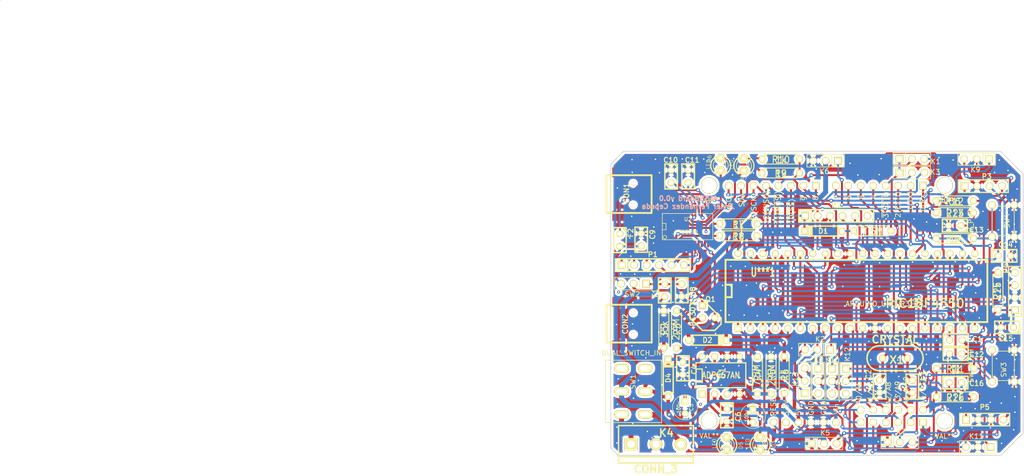
<source format=kicad_pcb>
(kicad_pcb (version 3) (host pcbnew "(2013-02-27 BZR 3976)-stable")
  (layers (15 F.Cu signal) (0 B.Cu signal) (18 B.Paste user) (19 F.Paste user) (20 B.SilkS user) (21 F.SilkS user) (22 B.Mask user) (23 F.Mask user) (28 Edge.Cuts user))
  (net 0 "")
  (net 1 /D3)
  (net 2 /ICSPCLK)
  (net 3 /ICSPDATA)
  (net 4 /IOExtension/5V0)
  (net 5 /IOExtension/A6)
  (net 6 /IOExtension/A7)
  (net 7 /IOExtension/A8)
  (net 8 /IOExtension/AN0)
  (net 9 /IOExtension/AN1)
  (net 10 /IOExtension/AN10)
  (net 11 /IOExtension/AN11)
  (net 12 /IOExtension/AN2)
  (net 13 /IOExtension/AN3)
  (net 14 /IOExtension/AN4)
  (net 15 /IOExtension/AN5)
  (net 16 /IOExtension/AN6)
  (net 17 /IOExtension/AN7)
  (net 18 /IOExtension/AN8)
  (net 19 /IOExtension/AN9)
  (net 20 /IOExtension/BOOT)
  (net 21 /IOExtension/D2)
  (net 22 /IOExtension/D3)
  (net 23 /IOExtension/D4)
  (net 24 /IOExtension/D5)
  (net 25 /IOExtension/D6)
  (net 26 /IOExtension/D7)
  (net 27 /IOExtension/D8)
  (net 28 /IOExtension/D9)
  (net 29 /IOExtension/MISO)
  (net 30 /IOExtension/MOSI)
  (net 31 /IOExtension/RESET)
  (net 32 /IOExtension/SCK)
  (net 33 /IOExtension/SS)
  (net 34 /IOExtension/USER_BUTTON)
  (net 35 /IOExtension/VMOT)
  (net 36 /OSC1)
  (net 37 /OSC2)
  (net 38 /PWM1)
  (net 39 /PWM5)
  (net 40 /Power/VEXT)
  (net 41 /SS/A9)
  (net 42 /USB/RSRx)
  (net 43 /USB/RSTx)
  (net 44 /USB/USBDM)
  (net 45 /USB/USBDP)
  (net 46 /USB/VUSB)
  (net 47 /USB/Vusbpure)
  (net 48 /USB/Vusbserie)
  (net 49 GND)
  (net 50 N-0000017)
  (net 51 N-0000044)
  (net 52 N-0000045)
  (net 53 N-0000050)
  (net 54 N-0000051)
  (net 55 N-0000053)
  (net 56 N-0000054)
  (net 57 N-0000055)
  (net 58 N-0000057)
  (net 59 N-0000058)
  (net 60 N-0000059)
  (net 61 N-0000060)
  (net 62 N-0000061)
  (net 63 N-0000062)
  (net 64 N-0000063)
  (net 65 N-0000066)
  (net 66 N-0000069)
  (net 67 N-0000070)
  (net 68 N-0000071)
  (net 69 N-0000073)
  (net 70 N-0000074)
  (net 71 N-0000075)
  (net 72 N-0000076)
  (net 73 N-0000077)
  (net 74 N-0000079)
  (net 75 N-0000081)
  (net 76 N-0000084)
  (net 77 N-0000091)
  (net 78 N-0000092)
  (module TO92-EBC (layer F.Cu) (at 188.087 138.4173 90)
    (fp_text reference Q1 (at 2.5527 0.3937 180) (layer F.SilkS) (effects (font (size 1.016 1.016) (thickness 0.2032))))
    (fp_text value BC307 (at -0.508 -3.175 90) (layer F.SilkS) (effects (font (size 1.016 1.016) (thickness 0.2032))))
    (pad E thru_hole rect (at 1.27 -1.27 90) (size 1.397 1.397) (drill 0.812799) (layers *.Cu *.Mask F.SilkS) (net 46 /USB/VUSB))
    (pad B thru_hole circle (at -1.27 -1.27 90) (size 1.397 1.397) (drill 0.812799) (layers *.Cu *.Mask F.SilkS) (net 40 /Power/VEXT))
    (pad C thru_hole circle (at -1.27 1.27 90) (size 1.397 1.397) (drill 0.812799) (layers *.Cu *.Mask F.SilkS) (net 4 /IOExtension/5V0))
  )
  (module SSOP28 (layer F.Cu) (at 183.7436 121.0691)
    (fp_text reference U2 (at 0.127 -1.524) (layer F.SilkS) (effects (font (size 0.762 0.762) (thickness 0.127))))
    (fp_text value FT232RL (at 0 1.143) (layer F.SilkS) (effects (font (size 0.762 0.762) (thickness 0.127))))
    (pad 1 smd rect (at -4.191 3.556) (size 0.4064 1.27) (layers F.Cu F.Paste F.Mask) (net 70 N-0000074))
    (pad 2 smd rect (at -3.556 3.556) (size 0.4064 1.27) (layers F.Cu F.Paste F.Mask) (net 60 N-0000059))
    (pad 3 smd rect (at -2.8956 3.556) (size 0.4064 1.27) (layers F.Cu F.Paste F.Mask) (net 59 N-0000058))
    (pad 4 smd rect (at -2.2352 3.556) (size 0.4064 1.27) (layers F.Cu F.Paste F.Mask) (net 4 /IOExtension/5V0))
    (pad 5 smd rect (at -1.6002 3.556) (size 0.4064 1.27) (layers F.Cu F.Paste F.Mask) (net 66 N-0000069))
    (pad 6 smd rect (at -0.9398 3.556) (size 0.4064 1.27) (layers F.Cu F.Paste F.Mask) (net 62 N-0000061))
    (pad 7 smd rect (at -0.2794 3.556) (size 0.4064 1.27) (layers F.Cu F.Paste F.Mask) (net 49 GND))
    (pad 8 smd rect (at 0.3556 3.556) (size 0.4064 1.27) (layers F.Cu F.Paste F.Mask))
    (pad 9 smd rect (at 1.016 3.556) (size 0.4064 1.27) (layers F.Cu F.Paste F.Mask) (net 63 N-0000062))
    (pad 10 smd rect (at 1.651 3.556) (size 0.4064 1.27) (layers F.Cu F.Paste F.Mask) (net 64 N-0000063))
    (pad 11 smd rect (at 2.3114 3.556) (size 0.4064 1.27) (layers F.Cu F.Paste F.Mask) (net 69 N-0000073))
    (pad 12 smd rect (at 2.9718 3.556) (size 0.4064 1.27) (layers F.Cu F.Paste F.Mask))
    (pad 13 smd rect (at 3.6068 3.556) (size 0.4064 1.27) (layers F.Cu F.Paste F.Mask))
    (pad 14 smd rect (at 4.2672 3.556) (size 0.4064 1.27) (layers F.Cu F.Paste F.Mask))
    (pad 15 smd rect (at 4.2672 -3.556) (size 0.4064 1.27) (layers F.Cu F.Paste F.Mask) (net 73 N-0000077))
    (pad 16 smd rect (at 3.6068 -3.556) (size 0.4064 1.27) (layers F.Cu F.Paste F.Mask) (net 72 N-0000076))
    (pad 17 smd rect (at 2.9972 -3.556) (size 0.4064 1.27) (layers F.Cu F.Paste F.Mask) (net 75 N-0000081))
    (pad 18 smd rect (at 2.3114 -3.556) (size 0.4064 1.27) (layers F.Cu F.Paste F.Mask) (net 49 GND))
    (pad 19 smd rect (at 1.651 -3.556) (size 0.4064 1.27) (layers F.Cu F.Paste F.Mask) (net 4 /IOExtension/5V0))
    (pad 20 smd rect (at 1.016 -3.556) (size 0.4064 1.27) (layers F.Cu F.Paste F.Mask) (net 4 /IOExtension/5V0))
    (pad 21 smd rect (at 0.3556 -3.556) (size 0.4064 1.27) (layers F.Cu F.Paste F.Mask) (net 49 GND))
    (pad 22 smd rect (at -0.2794 -3.556) (size 0.4064 1.27) (layers F.Cu F.Paste F.Mask) (net 65 N-0000066))
    (pad 23 smd rect (at -0.9398 -3.556) (size 0.4064 1.27) (layers F.Cu F.Paste F.Mask) (net 67 N-0000070))
    (pad 24 smd rect (at -1.6002 -3.556) (size 0.4064 1.27) (layers F.Cu F.Paste F.Mask))
    (pad 25 smd rect (at -2.2352 -3.556) (size 0.4064 1.27) (layers F.Cu F.Paste F.Mask) (net 49 GND))
    (pad 26 smd rect (at -2.8956 -3.556) (size 0.4064 1.27) (layers F.Cu F.Paste F.Mask) (net 49 GND))
    (pad 27 smd rect (at -3.556 -3.556) (size 0.4064 1.27) (layers F.Cu F.Paste F.Mask))
    (pad 28 smd rect (at -4.191 -3.556) (size 0.4064 1.27) (layers F.Cu F.Paste F.Mask))
  )
  (module R3 (layer F.Cu) (at 247.0404 134.2263 270)
    (fp_text reference R15 (at 0 0.127 270) (layer F.SilkS) (effects (font (size 1.397 1.27) (thickness 0.2032))))
    (fp_text value 22k (at 0 0.127 270) (layer F.SilkS) (effects (font (size 1.397 1.27) (thickness 0.2032))))
    (pad 1 thru_hole circle (at -3.81 0 270) (size 1.397 1.397) (drill 0.812799) (layers *.Cu *.Mask F.SilkS) (net 4 /IOExtension/5V0))
    (pad 2 thru_hole circle (at 3.81 0 270) (size 1.397 1.397) (drill 0.812799) (layers *.Cu *.Mask F.SilkS) (net 6 /IOExtension/A7))
  )
  (module R3 (layer F.Cu) (at 203.5048 151.3205 270)
    (fp_text reference R6 (at -0.0127 -0.127 270) (layer F.SilkS) (effects (font (size 1.397 1.27) (thickness 0.2032))))
    (fp_text value 1k (at 0 0.127 270) (layer F.SilkS) (effects (font (size 1.397 1.27) (thickness 0.2032))))
    (pad 1 thru_hole circle (at -3.81 0 270) (size 1.397 1.397) (drill 0.812799) (layers *.Cu *.Mask F.SilkS) (net 4 /IOExtension/5V0))
    (pad 2 thru_hole circle (at 3.81 0 270) (size 1.397 1.397) (drill 0.812799) (layers *.Cu *.Mask F.SilkS) (net 56 N-0000054))
  )
  (module R3 (layer F.Cu) (at 200.8251 151.384 90)
    (fp_text reference R5 (at 0 0.127 90) (layer F.SilkS) (effects (font (size 1.397 1.27) (thickness 0.2032))))
    (fp_text value 2,4M (at 0 0.127 90) (layer F.SilkS) (effects (font (size 1.397 1.27) (thickness 0.2032))))
    (pad 1 thru_hole circle (at -3.81 0 90) (size 1.397 1.397) (drill 0.812799) (layers *.Cu *.Mask F.SilkS) (net 53 N-0000050))
    (pad 2 thru_hole circle (at 3.81 0 90) (size 1.397 1.397) (drill 0.812799) (layers *.Cu *.Mask F.SilkS) (net 49 GND))
  )
  (module R3 (layer F.Cu) (at 198.0311 151.384 270)
    (fp_text reference R4 (at -0.0381 -0.1143 270) (layer F.SilkS) (effects (font (size 1.397 1.27) (thickness 0.2032))))
    (fp_text value 7,5M (at 0 0.127 270) (layer F.SilkS) (effects (font (size 1.397 1.27) (thickness 0.2032))))
    (pad 1 thru_hole circle (at -3.81 0 270) (size 1.397 1.397) (drill 0.812799) (layers *.Cu *.Mask F.SilkS) (net 57 N-0000055))
    (pad 2 thru_hole circle (at 3.81 0 270) (size 1.397 1.397) (drill 0.812799) (layers *.Cu *.Mask F.SilkS) (net 53 N-0000050))
  )
  (module R3 (layer F.Cu) (at 238.2266 115.824)
    (fp_text reference R12 (at 0 0.127) (layer F.SilkS) (effects (font (size 1.397 1.27) (thickness 0.2032))))
    (fp_text value 56 (at 0 0.127) (layer F.SilkS) (effects (font (size 1.397 1.27) (thickness 0.2032))))
    (pad 1 thru_hole circle (at -3.81 0) (size 1.397 1.397) (drill 0.812799) (layers *.Cu *.Mask F.SilkS) (net 4 /IOExtension/5V0))
    (pad 2 thru_hole circle (at 3.81 0) (size 1.397 1.397) (drill 0.812799) (layers *.Cu *.Mask F.SilkS) (net 76 N-0000084))
  )
  (module R3 (layer F.Cu) (at 238.2647 118.2243)
    (fp_text reference R13 (at 0 0.127) (layer F.SilkS) (effects (font (size 1.397 1.27) (thickness 0.2032))))
    (fp_text value 22k (at 0 0.127) (layer F.SilkS) (effects (font (size 1.397 1.27) (thickness 0.2032))))
    (pad 1 thru_hole circle (at -3.81 0) (size 1.397 1.397) (drill 0.812799) (layers *.Cu *.Mask F.SilkS) (net 4 /IOExtension/5V0))
    (pad 2 thru_hole circle (at 3.81 0) (size 1.397 1.397) (drill 0.812799) (layers *.Cu *.Mask F.SilkS) (net 5 /IOExtension/A6))
  )
  (module R3 (layer F.Cu) (at 238.3536 149.987)
    (fp_text reference R11 (at 0 0.127) (layer F.SilkS) (effects (font (size 1.397 1.27) (thickness 0.2032))))
    (fp_text value 1k (at 0 0.127) (layer F.SilkS) (effects (font (size 1.397 1.27) (thickness 0.2032))))
    (pad 1 thru_hole circle (at -3.81 0) (size 1.397 1.397) (drill 0.812799) (layers *.Cu *.Mask F.SilkS) (net 4 /IOExtension/5V0))
    (pad 2 thru_hole circle (at 3.81 0) (size 1.397 1.397) (drill 0.812799) (layers *.Cu *.Mask F.SilkS) (net 31 /IOExtension/RESET))
  )
  (module R3 (layer F.Cu) (at 238.3155 155.7909)
    (fp_text reference R16 (at 0 0.127) (layer F.SilkS) (effects (font (size 1.397 1.27) (thickness 0.2032))))
    (fp_text value 22k (at 0 0.127) (layer F.SilkS) (effects (font (size 1.397 1.27) (thickness 0.2032))))
    (pad 1 thru_hole circle (at -3.81 0) (size 1.397 1.397) (drill 0.812799) (layers *.Cu *.Mask F.SilkS) (net 4 /IOExtension/5V0))
    (pad 2 thru_hole circle (at 3.81 0) (size 1.397 1.397) (drill 0.812799) (layers *.Cu *.Mask F.SilkS) (net 7 /IOExtension/A8))
  )
  (module R3 (layer F.Cu) (at 194.183 120.5103)
    (fp_text reference R7 (at 0 0.127) (layer F.SilkS) (effects (font (size 1.397 1.27) (thickness 0.2032))))
    (fp_text value 1k (at 0 0.127) (layer F.SilkS) (effects (font (size 1.397 1.27) (thickness 0.2032))))
    (pad 1 thru_hole circle (at -3.81 0) (size 1.397 1.397) (drill 0.812799) (layers *.Cu *.Mask F.SilkS) (net 70 N-0000074))
    (pad 2 thru_hole circle (at 3.81 0) (size 1.397 1.397) (drill 0.812799) (layers *.Cu *.Mask F.SilkS) (net 42 /USB/RSRx))
  )
  (module R3 (layer F.Cu) (at 178.9811 141.9987 90)
    (fp_text reference R2 (at 0 0.127 90) (layer F.SilkS) (effects (font (size 1.397 1.27) (thickness 0.2032))))
    (fp_text value 33k (at 0 0.127 90) (layer F.SilkS) (effects (font (size 1.397 1.27) (thickness 0.2032))))
    (pad 1 thru_hole circle (at -3.81 0 90) (size 1.397 1.397) (drill 0.812799) (layers *.Cu *.Mask F.SilkS) (net 40 /Power/VEXT))
    (pad 2 thru_hole circle (at 3.81 0 90) (size 1.397 1.397) (drill 0.812799) (layers *.Cu *.Mask F.SilkS) (net 49 GND))
  )
  (module R3 (layer F.Cu) (at 181.5592 142.0368 270)
    (fp_text reference R3 (at -0.0127 -0.127 270) (layer F.SilkS) (effects (font (size 1.397 1.27) (thickness 0.2032))))
    (fp_text value 2,4M (at 0 0.127 270) (layer F.SilkS) (effects (font (size 1.397 1.27) (thickness 0.2032))))
    (pad 1 thru_hole circle (at -3.81 0 270) (size 1.397 1.397) (drill 0.812799) (layers *.Cu *.Mask F.SilkS) (net 4 /IOExtension/5V0))
    (pad 2 thru_hole circle (at 3.81 0 270) (size 1.397 1.397) (drill 0.812799) (layers *.Cu *.Mask F.SilkS) (net 51 N-0000044))
  )
  (module R3 (layer F.Cu) (at 194.1449 122.9487)
    (fp_text reference R8 (at 0 0.127) (layer F.SilkS) (effects (font (size 1.397 1.27) (thickness 0.2032))))
    (fp_text value 1k (at 0 0.127) (layer F.SilkS) (effects (font (size 1.397 1.27) (thickness 0.2032))))
    (pad 1 thru_hole circle (at -3.81 0) (size 1.397 1.397) (drill 0.812799) (layers *.Cu *.Mask F.SilkS) (net 66 N-0000069))
    (pad 2 thru_hole circle (at 3.81 0) (size 1.397 1.397) (drill 0.812799) (layers *.Cu *.Mask F.SilkS) (net 43 /USB/RSTx))
  )
  (module R3 (layer F.Cu) (at 202.7936 110.1344)
    (fp_text reference R9 (at 0 0.127) (layer F.SilkS) (effects (font (size 1.397 1.27) (thickness 0.2032))))
    (fp_text value 1k (at 0 0.127) (layer F.SilkS) (effects (font (size 1.397 1.27) (thickness 0.2032))))
    (pad 1 thru_hole circle (at -3.81 0) (size 1.397 1.397) (drill 0.812799) (layers *.Cu *.Mask F.SilkS) (net 61 N-0000060))
    (pad 2 thru_hole circle (at 3.81 0) (size 1.397 1.397) (drill 0.812799) (layers *.Cu *.Mask F.SilkS) (net 4 /IOExtension/5V0))
  )
  (module R3 (layer F.Cu) (at 221.4372 121.9327)
    (fp_text reference R1 hide)
    (fp_text value 7,5M (at 0 0.127) (layer F.SilkS) (effects (font (size 1.397 1.27) (thickness 0.2032))))
    (pad 1 thru_hole circle (at -3.81 0) (size 1.397 1.397) (drill 0.812799) (layers *.Cu *.Mask F.SilkS) (net 52 N-0000045))
    (pad 2 thru_hole circle (at 3.81 0) (size 1.397 1.397) (drill 0.812799) (layers *.Cu *.Mask F.SilkS) (net 4 /IOExtension/5V0))
  )
  (module R3 (layer F.Cu) (at 202.819 107.2896)
    (fp_text reference R10 (at 0 0.127) (layer F.SilkS) (effects (font (size 1.397 1.27) (thickness 0.2032))))
    (fp_text value 1k (at 0 0.127) (layer F.SilkS) (effects (font (size 1.397 1.27) (thickness 0.2032))))
    (pad 1 thru_hole circle (at -3.81 0) (size 1.397 1.397) (drill 0.812799) (layers *.Cu *.Mask F.SilkS) (net 68 N-0000071))
    (pad 2 thru_hole circle (at 3.81 0) (size 1.397 1.397) (drill 0.812799) (layers *.Cu *.Mask F.SilkS) (net 4 /IOExtension/5V0))
  )
  (module R3 (layer F.Cu) (at 238.2647 123.4821)
    (fp_text reference R14 (at 0 0.127) (layer F.SilkS) (effects (font (size 1.397 1.27) (thickness 0.2032))))
    (fp_text value 1k (at 0 0.127) (layer F.SilkS) (effects (font (size 1.397 1.27) (thickness 0.2032))))
    (pad 1 thru_hole circle (at -3.81 0) (size 1.397 1.397) (drill 0.812799) (layers *.Cu *.Mask F.SilkS) (net 4 /IOExtension/5V0))
    (pad 2 thru_hole circle (at 3.81 0) (size 1.397 1.397) (drill 0.812799) (layers *.Cu *.Mask F.SilkS) (net 34 /IOExtension/USER_BUTTON))
  )
  (module PIN_ARRAY_4x1 (layer F.Cu) (at 244.348 160.4264)
    (fp_text reference P5 (at 0 -2.54) (layer F.SilkS) (effects (font (size 1.016 1.016) (thickness 0.2032))))
    (fp_text value CONN_4 hide)
    (pad 1 thru_hole rect (at -3.81 0) (size 1.524 1.524) (drill 1.016) (layers *.Cu *.Mask F.SilkS) (net 7 /IOExtension/A8))
    (pad 2 thru_hole circle (at -1.27 0) (size 1.524 1.524) (drill 1.016) (layers *.Cu *.Mask F.SilkS) (net 49 GND))
    (pad 3 thru_hole circle (at 1.27 0) (size 1.524 1.524) (drill 1.016) (layers *.Cu *.Mask F.SilkS) (net 49 GND))
    (pad 4 thru_hole circle (at 3.81 0) (size 1.524 1.524) (drill 1.016) (layers *.Cu *.Mask F.SilkS) (net 77 N-0000091))
  )
  (module PIN_ARRAY_4x1 (layer F.Cu) (at 244.0559 112.8141)
    (fp_text reference P3 (at 0.6985 -1.9685) (layer F.SilkS) (effects (font (size 1.016 1.016) (thickness 0.2032))))
    (fp_text value CONN_4 hide)
    (pad 1 thru_hole rect (at -3.81 0) (size 1.524 1.524) (drill 1.016) (layers *.Cu *.Mask F.SilkS) (net 5 /IOExtension/A6))
    (pad 2 thru_hole circle (at -1.27 0) (size 1.524 1.524) (drill 1.016) (layers *.Cu *.Mask F.SilkS) (net 49 GND))
    (pad 3 thru_hole circle (at 1.27 0) (size 1.524 1.524) (drill 1.016) (layers *.Cu *.Mask F.SilkS) (net 78 N-0000092))
    (pad 4 thru_hole circle (at 3.81 0) (size 1.524 1.524) (drill 1.016) (layers *.Cu *.Mask F.SilkS) (net 76 N-0000084))
  )
  (module PIN_ARRAY_4x1 (layer F.Cu) (at 250.4948 134.2771 90)
    (fp_text reference P4 (at 4.6609 -1.8034 90) (layer F.SilkS) (effects (font (size 1.016 1.016) (thickness 0.2032))))
    (fp_text value CONN_4 hide)
    (pad 1 thru_hole rect (at -3.81 0 90) (size 1.524 1.524) (drill 1.016) (layers *.Cu *.Mask F.SilkS) (net 6 /IOExtension/A7))
    (pad 2 thru_hole circle (at -1.27 0 90) (size 1.524 1.524) (drill 1.016) (layers *.Cu *.Mask F.SilkS) (net 49 GND))
    (pad 3 thru_hole circle (at 1.27 0 90) (size 1.524 1.524) (drill 1.016) (layers *.Cu *.Mask F.SilkS) (net 77 N-0000091))
    (pad 4 thru_hole circle (at 3.81 0 90) (size 1.524 1.524) (drill 1.016) (layers *.Cu *.Mask F.SilkS) (net 78 N-0000092))
  )
  (module PIN_ARRAY_3X1 (layer F.Cu) (at 207.6704 152.5143 90)
    (fp_text reference K13 (at 0.3175 -1.905 90) (layer F.SilkS) (effects (font (size 1.016 1.016) (thickness 0.1524))))
    (fp_text value CONN_3 hide)
    (pad 1 thru_hole rect (at -2.54 0 90) (size 1.524 1.524) (drill 1.016) (layers *.Cu *.Mask F.SilkS) (net 33 /IOExtension/SS))
    (pad 2 thru_hole circle (at 0 0 90) (size 1.524 1.524) (drill 1.016) (layers *.Cu *.Mask F.SilkS) (net 41 /SS/A9))
    (pad 3 thru_hole circle (at 2.54 0 90) (size 1.524 1.524) (drill 1.016) (layers *.Cu *.Mask F.SilkS) (net 19 /IOExtension/AN9))
  )
  (module PIN_ARRAY_3X1 (layer F.Cu) (at 243.0145 166.0144 180)
    (fp_text reference K11 (at 0.381 2.1717 180) (layer F.SilkS) (effects (font (size 1.016 1.016) (thickness 0.1524))))
    (fp_text value CONN_3 hide)
    (pad 1 thru_hole rect (at -2.54 0 180) (size 1.524 1.524) (drill 1.016) (layers *.Cu *.Mask F.SilkS) (net 4 /IOExtension/5V0))
    (pad 2 thru_hole circle (at 0 0 180) (size 1.524 1.524) (drill 1.016) (layers *.Cu *.Mask F.SilkS) (net 49 GND))
    (pad 3 thru_hole circle (at 2.54 0 180) (size 1.524 1.524) (drill 1.016) (layers *.Cu *.Mask F.SilkS) (net 9 /IOExtension/AN1))
  )
  (module PIN_ARRAY_3X1 (layer F.Cu) (at 242.7224 107.2896 180)
    (fp_text reference K9 (at 0.254 -2.159 180) (layer F.SilkS) (effects (font (size 1.016 1.016) (thickness 0.1524))))
    (fp_text value CONN_3 hide)
    (pad 1 thru_hole rect (at -2.54 0 180) (size 1.524 1.524) (drill 1.016) (layers *.Cu *.Mask F.SilkS) (net 4 /IOExtension/5V0))
    (pad 2 thru_hole circle (at 0 0 180) (size 1.524 1.524) (drill 1.016) (layers *.Cu *.Mask F.SilkS) (net 49 GND))
    (pad 3 thru_hole circle (at 2.54 0 180) (size 1.524 1.524) (drill 1.016) (layers *.Cu *.Mask F.SilkS) (net 8 /IOExtension/AN0))
  )
  (module PIN_ARRAY_3X1 (layer F.Cu) (at 211.9376 107.6452 180)
    (fp_text reference K6 (at 0.254 -2.159 180) (layer F.SilkS) (effects (font (size 1.016 1.016) (thickness 0.1524))))
    (fp_text value CONN_3 hide)
    (pad 1 thru_hole rect (at -2.54 0 180) (size 1.524 1.524) (drill 1.016) (layers *.Cu *.Mask F.SilkS) (net 11 /IOExtension/AN11))
    (pad 2 thru_hole circle (at 0 0 180) (size 1.524 1.524) (drill 1.016) (layers *.Cu *.Mask F.SilkS) (net 35 /IOExtension/VMOT))
    (pad 3 thru_hole circle (at 2.54 0 180) (size 1.524 1.524) (drill 1.016) (layers *.Cu *.Mask F.SilkS) (net 49 GND))
  )
  (module PIN_ARRAY_3X1 (layer F.Cu) (at 172.7962 132.7023 180)
    (fp_text reference SW2 (at 0.254 -2.159 180) (layer F.SilkS) (effects (font (size 1.016 1.016) (thickness 0.1524))))
    (fp_text value SWITCH_INV hide)
    (pad 1 thru_hole rect (at -2.54 0 180) (size 1.524 1.524) (drill 1.016) (layers *.Cu *.Mask F.SilkS) (net 47 /USB/Vusbpure))
    (pad 2 thru_hole circle (at 0 0 180) (size 1.524 1.524) (drill 1.016) (layers *.Cu *.Mask F.SilkS) (net 46 /USB/VUSB))
    (pad 3 thru_hole circle (at 2.54 0 180) (size 1.524 1.524) (drill 1.016) (layers *.Cu *.Mask F.SilkS) (net 48 /USB/Vusbserie))
  )
  (module PIN_ARRAY_3X1 (layer F.Cu) (at 229.5144 110.0582)
    (fp_text reference K3 (at 4.7498 -0.127) (layer F.SilkS) (effects (font (size 1.016 1.016) (thickness 0.1524))))
    (fp_text value CONN_3 hide)
    (pad 1 thru_hole rect (at -2.54 0) (size 1.524 1.524) (drill 1.016) (layers *.Cu *.Mask F.SilkS) (net 38 /PWM1))
    (pad 2 thru_hole circle (at 0 0) (size 1.524 1.524) (drill 1.016) (layers *.Cu *.Mask F.SilkS) (net 22 /IOExtension/D3))
    (pad 3 thru_hole circle (at 2.54 0) (size 1.524 1.524) (drill 1.016) (layers *.Cu *.Mask F.SilkS) (net 1 /D3))
  )
  (module PIN_ARRAY_3X1 (layer F.Cu) (at 211.6074 165.3032)
    (fp_text reference K5 (at 0.254 -2.159) (layer F.SilkS) (effects (font (size 1.016 1.016) (thickness 0.1524))))
    (fp_text value CONN_3 hide)
    (pad 1 thru_hole rect (at -2.54 0) (size 1.524 1.524) (drill 1.016) (layers *.Cu *.Mask F.SilkS) (net 49 GND))
    (pad 2 thru_hole circle (at 0 0) (size 1.524 1.524) (drill 1.016) (layers *.Cu *.Mask F.SilkS) (net 35 /IOExtension/VMOT))
    (pad 3 thru_hole circle (at 2.54 0) (size 1.524 1.524) (drill 1.016) (layers *.Cu *.Mask F.SilkS) (net 10 /IOExtension/AN10))
  )
  (module PIN_ARRAY_3X1 (layer F.Cu) (at 227.0633 165.0492)
    (fp_text reference K7 (at 0.254 -2.159) (layer F.SilkS) (effects (font (size 1.016 1.016) (thickness 0.1524))))
    (fp_text value CONN_3 hide)
    (pad 1 thru_hole rect (at -2.54 0) (size 1.524 1.524) (drill 1.016) (layers *.Cu *.Mask F.SilkS) (net 49 GND))
    (pad 2 thru_hole circle (at 0 0) (size 1.524 1.524) (drill 1.016) (layers *.Cu *.Mask F.SilkS) (net 20 /IOExtension/BOOT))
    (pad 3 thru_hole circle (at 2.54 0) (size 1.524 1.524) (drill 1.016) (layers *.Cu *.Mask F.SilkS) (net 4 /IOExtension/5V0))
  )
  (module PIN_ARRAY_3X1 (layer F.Cu) (at 210.2612 146.1516 180)
    (fp_text reference K2 (at -0.5588 2.1336 180) (layer F.SilkS) (effects (font (size 1.016 1.016) (thickness 0.1524))))
    (fp_text value CONN_3 hide)
    (pad 1 thru_hole rect (at -2.54 0 180) (size 1.524 1.524) (drill 1.016) (layers *.Cu *.Mask F.SilkS) (net 39 /PWM5))
    (pad 2 thru_hole circle (at 0 0 180) (size 1.524 1.524) (drill 1.016) (layers *.Cu *.Mask F.SilkS) (net 33 /IOExtension/SS))
    (pad 3 thru_hole circle (at 2.54 0 180) (size 1.524 1.524) (drill 1.016) (layers *.Cu *.Mask F.SilkS) (net 41 /SS/A9))
  )
  (module PIN_ARRAY_3X1 (layer F.Cu) (at 229.5144 107.2642)
    (fp_text reference K1 (at 4.826 0.5334) (layer F.SilkS) (effects (font (size 1.016 1.016) (thickness 0.1524))))
    (fp_text value CONN_3 hide)
    (pad 1 thru_hole rect (at -2.54 0) (size 1.524 1.524) (drill 1.016) (layers *.Cu *.Mask F.SilkS) (net 38 /PWM1))
    (pad 2 thru_hole circle (at 0 0) (size 1.524 1.524) (drill 1.016) (layers *.Cu *.Mask F.SilkS) (net 30 /IOExtension/MOSI))
    (pad 3 thru_hole circle (at 2.54 0) (size 1.524 1.524) (drill 1.016) (layers *.Cu *.Mask F.SilkS) (net 42 /USB/RSRx))
  )
  (module PIN_ARRAY_3X1 (layer F.Cu) (at 213.2711 152.5905 270)
    (fp_text reference K10 (at -4.3561 -0.0508 360) (layer F.SilkS) (effects (font (size 1.016 1.016) (thickness 0.1524))))
    (fp_text value CONN_3 hide)
    (pad 1 thru_hole rect (at -2.54 0 270) (size 1.524 1.524) (drill 1.016) (layers *.Cu *.Mask F.SilkS) (net 6 /IOExtension/A7))
    (pad 2 thru_hole circle (at 0 0 270) (size 1.524 1.524) (drill 1.016) (layers *.Cu *.Mask F.SilkS) (net 17 /IOExtension/AN7))
    (pad 3 thru_hole circle (at 2.54 0 270) (size 1.524 1.524) (drill 1.016) (layers *.Cu *.Mask F.SilkS))
  )
  (module PIN_ARRAY_3X1 (layer F.Cu) (at 210.4517 152.5524 270)
    (fp_text reference K8 (at -4.4196 -0.0635 360) (layer F.SilkS) (effects (font (size 1.016 1.016) (thickness 0.1524))))
    (fp_text value CONN_3 hide)
    (pad 1 thru_hole rect (at -2.54 0 270) (size 1.524 1.524) (drill 1.016) (layers *.Cu *.Mask F.SilkS) (net 5 /IOExtension/A6))
    (pad 2 thru_hole circle (at 0 0 270) (size 1.524 1.524) (drill 1.016) (layers *.Cu *.Mask F.SilkS) (net 16 /IOExtension/AN6))
    (pad 3 thru_hole circle (at 2.54 0 270) (size 1.524 1.524) (drill 1.016) (layers *.Cu *.Mask F.SilkS))
  )
  (module PIN_ARRAY_3X1 (layer F.Cu) (at 216.0524 152.5905 270)
    (fp_text reference K12 (at -5.4737 -0.3302 270) (layer F.SilkS) (effects (font (size 1.016 1.016) (thickness 0.1524))))
    (fp_text value CONN_3 hide)
    (pad 1 thru_hole rect (at -2.54 0 270) (size 1.524 1.524) (drill 1.016) (layers *.Cu *.Mask F.SilkS) (net 7 /IOExtension/A8))
    (pad 2 thru_hole circle (at 0 0 270) (size 1.524 1.524) (drill 1.016) (layers *.Cu *.Mask F.SilkS) (net 18 /IOExtension/AN8))
    (pad 3 thru_hole circle (at 2.54 0 270) (size 1.524 1.524) (drill 1.016) (layers *.Cu *.Mask F.SilkS))
  )
  (module PIN_ARRAY-6X1 (layer F.Cu) (at 176.7332 128.9177)
    (fp_text reference P1 (at 0 -2.159) (layer F.SilkS) (effects (font (size 1.016 1.016) (thickness 0.2032))))
    (fp_text value CONN_6 hide)
    (pad 1 thru_hole rect (at -6.35 0) (size 1.524 1.524) (drill 1.016) (layers *.Cu *.Mask F.SilkS) (net 60 N-0000059))
    (pad 2 thru_hole circle (at -3.81 0) (size 1.524 1.524) (drill 1.016) (layers *.Cu *.Mask F.SilkS) (net 59 N-0000058))
    (pad 3 thru_hole circle (at -1.27 0) (size 1.524 1.524) (drill 1.016) (layers *.Cu *.Mask F.SilkS) (net 62 N-0000061))
    (pad 4 thru_hole circle (at 1.27 0) (size 1.524 1.524) (drill 1.016) (layers *.Cu *.Mask F.SilkS) (net 63 N-0000062))
    (pad 5 thru_hole circle (at 3.81 0) (size 1.524 1.524) (drill 1.016) (layers *.Cu *.Mask F.SilkS) (net 64 N-0000063))
    (pad 6 thru_hole circle (at 6.35 0) (size 1.524 1.524) (drill 1.016) (layers *.Cu *.Mask F.SilkS) (net 69 N-0000073))
  )
  (module PIN_ARRAY-6X1 (layer F.Cu) (at 214.1093 118.872)
    (fp_text reference P2 (at 0 -2.159) (layer F.SilkS) (effects (font (size 1.016 1.016) (thickness 0.2032))))
    (fp_text value CONN_6 hide)
    (pad 1 thru_hole rect (at -6.35 0) (size 1.524 1.524) (drill 1.016) (layers *.Cu *.Mask F.SilkS) (net 31 /IOExtension/RESET))
    (pad 2 thru_hole circle (at -3.81 0) (size 1.524 1.524) (drill 1.016) (layers *.Cu *.Mask F.SilkS) (net 4 /IOExtension/5V0))
    (pad 3 thru_hole circle (at -1.27 0) (size 1.524 1.524) (drill 1.016) (layers *.Cu *.Mask F.SilkS) (net 49 GND))
    (pad 4 thru_hole circle (at 1.27 0) (size 1.524 1.524) (drill 1.016) (layers *.Cu *.Mask F.SilkS) (net 3 /ICSPDATA))
    (pad 5 thru_hole circle (at 3.81 0) (size 1.524 1.524) (drill 1.016) (layers *.Cu *.Mask F.SilkS) (net 2 /ICSPCLK))
    (pad 6 thru_hole circle (at 6.35 0) (size 1.524 1.524) (drill 1.016) (layers *.Cu *.Mask F.SilkS))
  )
  (module LED-3MM (layer F.Cu) (at 191.7954 165.3159 270)
    (fp_text reference D5 (at 0.3683 -2.8575 270) (layer F.SilkS) (effects (font (size 0.762 0.762) (thickness 0.0889))))
    (fp_text value LED (at 0 2.54 270) (layer F.SilkS) (effects (font (size 0.762 0.762) (thickness 0.0889))))
    (pad 1 thru_hole circle (at -1.27 0 270) (size 1.6764 1.6764) (drill 0.812799) (layers *.Cu *.Mask F.SilkS) (net 56 N-0000054))
    (pad 2 thru_hole circle (at 1.27 0 270) (size 1.6764 1.6764) (drill 0.812799) (layers *.Cu *.Mask F.SilkS) (net 58 N-0000057))
  )
  (module LED-3MM (layer F.Cu) (at 190.5635 108.3564 270)
    (fp_text reference D6 (at -1.143 2.2987 270) (layer F.SilkS) (effects (font (size 0.762 0.762) (thickness 0.0889))))
    (fp_text value LED (at 0 2.54 270) (layer F.SilkS) (effects (font (size 0.762 0.762) (thickness 0.0889))))
    (pad 1 thru_hole circle (at -1.27 0 270) (size 1.6764 1.6764) (drill 0.812799) (layers *.Cu *.Mask F.SilkS) (net 61 N-0000060))
    (pad 2 thru_hole circle (at 1.27 0 270) (size 1.6764 1.6764) (drill 0.812799) (layers *.Cu *.Mask F.SilkS) (net 65 N-0000066))
  )
  (module LED-3MM (layer F.Cu) (at 195.3006 108.4072 270)
    (fp_text reference D7 (at 2.7432 0 360) (layer F.SilkS) (effects (font (size 0.762 0.762) (thickness 0.0889))))
    (fp_text value LED (at 0 2.54 270) (layer F.SilkS) (effects (font (size 0.762 0.762) (thickness 0.0889))))
    (pad 1 thru_hole circle (at -1.27 0 270) (size 1.6764 1.6764) (drill 0.812799) (layers *.Cu *.Mask F.SilkS) (net 68 N-0000071))
    (pad 2 thru_hole circle (at 1.27 0 270) (size 1.6764 1.6764) (drill 0.812799) (layers *.Cu *.Mask F.SilkS) (net 67 N-0000070))
  )
  (module LED-3MM (layer F.Cu) (at 198.6026 165.2778 270)
    (fp_text reference D3 (at 0.1651 -2.7178 270) (layer F.SilkS) (effects (font (size 0.762 0.762) (thickness 0.0889))))
    (fp_text value LED (at 0 2.54 270) (layer F.SilkS) (effects (font (size 0.762 0.762) (thickness 0.0889))))
    (pad 1 thru_hole circle (at -1.27 0 270) (size 1.6764 1.6764) (drill 0.812799) (layers *.Cu *.Mask F.SilkS) (net 51 N-0000044))
    (pad 2 thru_hole circle (at 1.27 0 270) (size 1.6764 1.6764) (drill 0.812799) (layers *.Cu *.Mask F.SilkS) (net 49 GND))
  )
  (module HC-49V (layer F.Cu) (at 226.0854 147.9042 180)
    (fp_text reference X1 (at -0.3429 -0.3429 180) (layer F.SilkS) (effects (font (size 1.524 1.524) (thickness 0.3048))))
    (fp_text value CRYSTAL (at 0 3.81 180) (layer F.SilkS) (effects (font (size 1.524 1.524) (thickness 0.3048))))
    (pad 1 thru_hole circle (at -2.54 0 180) (size 1.4224 1.4224) (drill 0.762) (layers *.Cu *.Mask F.SilkS) (net 37 /OSC2))
    (pad 2 thru_hole circle (at 2.54 0 180) (size 1.4224 1.4224) (drill 0.762) (layers *.Cu *.Mask F.SilkS) (net 36 /OSC1))
  )
  (module DIP-8__300 (layer F.Cu) (at 190.6016 151.384)
    (fp_text reference U1 (at 0.2794 -0.4572 90) (layer F.SilkS) (effects (font (size 1.27 1.143) (thickness 0.2032))))
    (fp_text value ADP667AN (at 0 0) (layer F.SilkS) (effects (font (size 1.27 1.016) (thickness 0.2032))))
    (pad 1 thru_hole rect (at -3.81 3.81) (size 1.397 1.397) (drill 0.812799) (layers *.Cu *.Mask F.SilkS))
    (pad 2 thru_hole circle (at -1.27 3.81) (size 1.397 1.397) (drill 0.812799) (layers *.Cu *.Mask F.SilkS) (net 4 /IOExtension/5V0))
    (pad 3 thru_hole circle (at 1.27 3.81) (size 1.397 1.397) (drill 0.812799) (layers *.Cu *.Mask F.SilkS) (net 53 N-0000050))
    (pad 4 thru_hole circle (at 3.81 3.81) (size 1.397 1.397) (drill 0.812799) (layers *.Cu *.Mask F.SilkS) (net 49 GND))
    (pad 5 thru_hole circle (at 3.81 -3.81) (size 1.397 1.397) (drill 0.812799) (layers *.Cu *.Mask F.SilkS) (net 49 GND))
    (pad 6 thru_hole circle (at 1.27 -3.81) (size 1.397 1.397) (drill 0.812799) (layers *.Cu *.Mask F.SilkS) (net 49 GND))
    (pad 7 thru_hole circle (at -1.27 -3.81) (size 1.397 1.397) (drill 0.812799) (layers *.Cu *.Mask F.SilkS) (net 58 N-0000057))
    (pad 8 thru_hole circle (at -3.81 -3.81) (size 1.397 1.397) (drill 0.812799) (layers *.Cu *.Mask F.SilkS) (net 57 N-0000055))
  )
  (module DIP-40__600 (layer F.Cu) (at 218.2114 134.1882)
    (fp_text reference U***1 (at -19.05 -3.81) (layer F.SilkS) (effects (font (size 1.778 1.143) (thickness 0.3048))))
    (fp_text value PIC18F4550 (at 13.97 2.54) (layer F.SilkS) (effects (font (size 1.778 1.778) (thickness 0.3048))))
    (pad 1 thru_hole rect (at -24.13 7.62) (size 1.397 1.397) (drill 0.812799) (layers *.Cu *.Mask F.SilkS) (net 31 /IOExtension/RESET))
    (pad 2 thru_hole circle (at -21.59 7.62) (size 1.397 1.397) (drill 0.812799) (layers *.Cu *.Mask F.SilkS) (net 8 /IOExtension/AN0))
    (pad 3 thru_hole circle (at -19.05 7.62) (size 1.397 1.397) (drill 0.812799) (layers *.Cu *.Mask F.SilkS) (net 9 /IOExtension/AN1))
    (pad 4 thru_hole circle (at -16.51 7.62) (size 1.397 1.397) (drill 0.812799) (layers *.Cu *.Mask F.SilkS) (net 12 /IOExtension/AN2))
    (pad 5 thru_hole circle (at -13.97 7.62) (size 1.397 1.397) (drill 0.812799) (layers *.Cu *.Mask F.SilkS) (net 13 /IOExtension/AN3))
    (pad 6 thru_hole circle (at -11.43 7.62) (size 1.397 1.397) (drill 0.812799) (layers *.Cu *.Mask F.SilkS) (net 21 /IOExtension/D2))
    (pad 7 thru_hole circle (at -8.89 7.62) (size 1.397 1.397) (drill 0.812799) (layers *.Cu *.Mask F.SilkS) (net 41 /SS/A9))
    (pad 8 thru_hole circle (at -6.35 7.62) (size 1.397 1.397) (drill 0.812799) (layers *.Cu *.Mask F.SilkS) (net 16 /IOExtension/AN6))
    (pad 9 thru_hole circle (at -3.81 7.62) (size 1.397 1.397) (drill 0.812799) (layers *.Cu *.Mask F.SilkS) (net 17 /IOExtension/AN7))
    (pad 10 thru_hole circle (at -1.27 7.62) (size 1.397 1.397) (drill 0.812799) (layers *.Cu *.Mask F.SilkS) (net 18 /IOExtension/AN8))
    (pad 11 thru_hole circle (at 1.27 7.62) (size 1.397 1.397) (drill 0.812799) (layers *.Cu *.Mask F.SilkS) (net 4 /IOExtension/5V0))
    (pad 12 thru_hole circle (at 3.81 7.62) (size 1.397 1.397) (drill 0.812799) (layers *.Cu *.Mask F.SilkS) (net 49 GND))
    (pad 13 thru_hole circle (at 6.35 7.62) (size 1.397 1.397) (drill 0.812799) (layers *.Cu *.Mask F.SilkS) (net 36 /OSC1))
    (pad 14 thru_hole circle (at 8.89 7.62) (size 1.397 1.397) (drill 0.812799) (layers *.Cu *.Mask F.SilkS) (net 37 /OSC2))
    (pad 15 thru_hole circle (at 11.43 7.62) (size 1.397 1.397) (drill 0.812799) (layers *.Cu *.Mask F.SilkS) (net 20 /IOExtension/BOOT))
    (pad 16 thru_hole circle (at 13.97 7.62) (size 1.397 1.397) (drill 0.812799) (layers *.Cu *.Mask F.SilkS) (net 39 /PWM5))
    (pad 17 thru_hole circle (at 16.51 7.62) (size 1.397 1.397) (drill 0.812799) (layers *.Cu *.Mask F.SilkS) (net 38 /PWM1))
    (pad 18 thru_hole circle (at 19.05 7.62) (size 1.397 1.397) (drill 0.812799) (layers *.Cu *.Mask F.SilkS) (net 50 N-0000017))
    (pad 19 thru_hole circle (at 21.59 7.62) (size 1.397 1.397) (drill 0.812799) (layers *.Cu *.Mask F.SilkS) (net 23 /IOExtension/D4))
    (pad 20 thru_hole circle (at 24.13 7.62) (size 1.397 1.397) (drill 0.812799) (layers *.Cu *.Mask F.SilkS) (net 26 /IOExtension/D7))
    (pad 21 thru_hole circle (at 24.13 -7.62) (size 1.397 1.397) (drill 0.812799) (layers *.Cu *.Mask F.SilkS) (net 27 /IOExtension/D8))
    (pad 22 thru_hole circle (at 21.59 -7.62) (size 1.397 1.397) (drill 0.812799) (layers *.Cu *.Mask F.SilkS) (net 11 /IOExtension/AN11))
    (pad 23 thru_hole circle (at 19.05 -7.62) (size 1.397 1.397) (drill 0.812799) (layers *.Cu *.Mask F.SilkS) (net 44 /USB/USBDM))
    (pad 24 thru_hole circle (at 16.51 -7.62) (size 1.397 1.397) (drill 0.812799) (layers *.Cu *.Mask F.SilkS) (net 45 /USB/USBDP))
    (pad 25 thru_hole circle (at 13.97 -7.62) (size 1.397 1.397) (drill 0.812799) (layers *.Cu *.Mask F.SilkS) (net 43 /USB/RSTx))
    (pad 26 thru_hole circle (at 11.43 -7.62) (size 1.397 1.397) (drill 0.812799) (layers *.Cu *.Mask F.SilkS) (net 42 /USB/RSRx))
    (pad 27 thru_hole circle (at 8.89 -7.62) (size 1.397 1.397) (drill 0.812799) (layers *.Cu *.Mask F.SilkS) (net 10 /IOExtension/AN10))
    (pad 28 thru_hole circle (at 6.35 -7.62) (size 1.397 1.397) (drill 0.812799) (layers *.Cu *.Mask F.SilkS) (net 24 /IOExtension/D5))
    (pad 29 thru_hole circle (at 3.81 -7.62) (size 1.397 1.397) (drill 0.812799) (layers *.Cu *.Mask F.SilkS) (net 25 /IOExtension/D6))
    (pad 30 thru_hole circle (at 1.27 -7.62) (size 1.397 1.397) (drill 0.812799) (layers *.Cu *.Mask F.SilkS) (net 28 /IOExtension/D9))
    (pad 31 thru_hole circle (at -1.27 -7.62) (size 1.397 1.397) (drill 0.812799) (layers *.Cu *.Mask F.SilkS) (net 49 GND))
    (pad 32 thru_hole circle (at -3.81 -7.62) (size 1.397 1.397) (drill 0.812799) (layers *.Cu *.Mask F.SilkS) (net 4 /IOExtension/5V0))
    (pad 33 thru_hole circle (at -6.35 -7.62) (size 1.397 1.397) (drill 0.812799) (layers *.Cu *.Mask F.SilkS) (net 29 /IOExtension/MISO))
    (pad 34 thru_hole circle (at -8.89 -7.62) (size 1.397 1.397) (drill 0.812799) (layers *.Cu *.Mask F.SilkS) (net 32 /IOExtension/SCK))
    (pad 35 thru_hole circle (at -11.43 -7.62) (size 1.397 1.397) (drill 0.812799) (layers *.Cu *.Mask F.SilkS) (net 34 /IOExtension/USER_BUTTON))
    (pad 36 thru_hole circle (at -13.97 -7.62) (size 1.397 1.397) (drill 0.812799) (layers *.Cu *.Mask F.SilkS) (net 14 /IOExtension/AN4))
    (pad 37 thru_hole circle (at -16.51 -7.62) (size 1.397 1.397) (drill 0.812799) (layers *.Cu *.Mask F.SilkS) (net 15 /IOExtension/AN5))
    (pad 38 thru_hole circle (at -19.05 -7.62) (size 1.397 1.397) (drill 0.812799) (layers *.Cu *.Mask F.SilkS) (net 1 /D3))
    (pad 39 thru_hole circle (at -21.59 -7.62) (size 1.397 1.397) (drill 0.812799) (layers *.Cu *.Mask F.SilkS) (net 2 /ICSPCLK))
    (pad 40 thru_hole circle (at -24.13 -7.62) (size 1.397 1.397) (drill 0.812799) (layers *.Cu *.Mask F.SilkS) (net 3 /ICSPDATA))
  )
  (module D3 (layer F.Cu) (at 211.4423 121.9835 180)
    (fp_text reference D1 (at 0 0 180) (layer F.SilkS) (effects (font (size 1.016 1.016) (thickness 0.2032))))
    (fp_text value DIODE hide)
    (pad 2 thru_hole rect (at 3.81 0 180) (size 1.397 1.397) (drill 0.812799) (layers *.Cu *.Mask F.SilkS) (net 31 /IOExtension/RESET))
    (pad 1 thru_hole circle (at -3.81 0 180) (size 1.397 1.397) (drill 0.812799) (layers *.Cu *.Mask F.SilkS) (net 52 N-0000045))
  )
  (module D3 (layer F.Cu) (at 187.8584 144.2212)
    (fp_text reference D2 (at 0 0) (layer F.SilkS) (effects (font (size 1.016 1.016) (thickness 0.2032))))
    (fp_text value DIODE hide)
    (pad 2 thru_hole rect (at 3.81 0) (size 1.397 1.397) (drill 0.812799) (layers *.Cu *.Mask F.SilkS) (net 4 /IOExtension/5V0))
    (pad 1 thru_hole circle (at -3.81 0) (size 1.397 1.397) (drill 0.812799) (layers *.Cu *.Mask F.SilkS) (net 40 /Power/VEXT))
  )
  (module D3 (layer F.Cu) (at 179.8701 151.9428 90)
    (fp_text reference D4 (at 0 0 90) (layer F.SilkS) (effects (font (size 1.016 1.016) (thickness 0.2032))))
    (fp_text value DIODE hide)
    (pad 2 thru_hole rect (at 3.81 0 90) (size 1.397 1.397) (drill 0.812799) (layers *.Cu *.Mask F.SilkS) (net 57 N-0000055))
    (pad 1 thru_hole circle (at -3.81 0 90) (size 1.397 1.397) (drill 0.812799) (layers *.Cu *.Mask F.SilkS) (net 40 /Power/VEXT))
  )
  (module C1V5 (layer F.Cu) (at 197.1294 159.6898 270)
    (fp_text reference C7 (at 0 -1.26746 270) (layer F.SilkS) (effects (font (size 0.762 0.762) (thickness 0.127))))
    (fp_text value 100u (at 0 1.27 270) (layer F.SilkS) (effects (font (size 0.762 0.635) (thickness 0.127))))
    (fp_text user + (at -2.286 0 270) (layer F.SilkS) (effects (font (size 0.762 0.762) (thickness 0.2032))))
    (pad 1 thru_hole rect (at -1.27 0 270) (size 1.397 1.397) (drill 0.812799) (layers *.Cu *.Mask F.SilkS) (net 4 /IOExtension/5V0))
    (pad 2 thru_hole circle (at 1.27 0 270) (size 1.397 1.397) (drill 0.812799) (layers *.Cu *.Mask F.SilkS) (net 49 GND))
  )
  (module C1V5 (layer F.Cu) (at 183.2991 157.9245 270)
    (fp_text reference C5 (at 0 -1.26746 270) (layer F.SilkS) (effects (font (size 0.762 0.762) (thickness 0.127))))
    (fp_text value 100u (at 0 1.27 270) (layer F.SilkS) (effects (font (size 0.762 0.635) (thickness 0.127))))
    (fp_text user + (at -2.286 0 270) (layer F.SilkS) (effects (font (size 0.762 0.762) (thickness 0.2032))))
    (pad 1 thru_hole rect (at -1.27 0 270) (size 1.397 1.397) (drill 0.812799) (layers *.Cu *.Mask F.SilkS) (net 57 N-0000055))
    (pad 2 thru_hole circle (at 1.27 0 270) (size 1.397 1.397) (drill 0.812799) (layers *.Cu *.Mask F.SilkS) (net 49 GND))
  )
  (module C1 (layer F.Cu) (at 191.8208 159.5374 270)
    (fp_text reference C6 (at 0.254 -2.286 270) (layer F.SilkS) (effects (font (size 1.016 1.016) (thickness 0.2032))))
    (fp_text value 100n hide)
    (pad 1 thru_hole circle (at -1.27 0 270) (size 1.397 1.397) (drill 0.812799) (layers *.Cu *.Mask F.SilkS) (net 4 /IOExtension/5V0))
    (pad 2 thru_hole circle (at 1.27 0 270) (size 1.397 1.397) (drill 0.812799) (layers *.Cu *.Mask F.SilkS) (net 49 GND))
  )
  (module C1 (layer F.Cu) (at 222.9358 153.6446 90)
    (fp_text reference C2 (at 2.4384 -2.2479 90) (layer F.SilkS) (effects (font (size 1.016 1.016) (thickness 0.2032))))
    (fp_text value 15P hide)
    (pad 1 thru_hole circle (at -1.27 0 90) (size 1.397 1.397) (drill 0.812799) (layers *.Cu *.Mask F.SilkS) (net 49 GND))
    (pad 2 thru_hole circle (at 1.27 0 90) (size 1.397 1.397) (drill 0.812799) (layers *.Cu *.Mask F.SilkS) (net 36 /OSC1))
  )
  (module C1 (layer F.Cu) (at 238.379 152.8826 180)
    (fp_text reference C16 (at -4.318 -0.1651 180) (layer F.SilkS) (effects (font (size 1.016 1.016) (thickness 0.2032))))
    (fp_text value 100n hide)
    (pad 1 thru_hole circle (at -1.27 0 180) (size 1.397 1.397) (drill 0.812799) (layers *.Cu *.Mask F.SilkS) (net 7 /IOExtension/A8))
    (pad 2 thru_hole circle (at 1.27 0 180) (size 1.397 1.397) (drill 0.812799) (layers *.Cu *.Mask F.SilkS) (net 49 GND))
  )
  (module C1 (layer F.Cu) (at 248.92 141.6304 180)
    (fp_text reference C15 (at 0.254 -2.286 180) (layer F.SilkS) (effects (font (size 1.016 1.016) (thickness 0.2032))))
    (fp_text value 100n hide)
    (pad 1 thru_hole circle (at -1.27 0 180) (size 1.397 1.397) (drill 0.812799) (layers *.Cu *.Mask F.SilkS) (net 6 /IOExtension/A7))
    (pad 2 thru_hole circle (at 1.27 0 180) (size 1.397 1.397) (drill 0.812799) (layers *.Cu *.Mask F.SilkS) (net 49 GND))
  )
  (module C1 (layer F.Cu) (at 238.2647 120.8532 180)
    (fp_text reference C13 (at -4.3942 -0.9144 180) (layer F.SilkS) (effects (font (size 1.016 1.016) (thickness 0.2032))))
    (fp_text value 100n hide)
    (pad 1 thru_hole circle (at -1.27 0 180) (size 1.397 1.397) (drill 0.812799) (layers *.Cu *.Mask F.SilkS) (net 5 /IOExtension/A6))
    (pad 2 thru_hole circle (at 1.27 0 180) (size 1.397 1.397) (drill 0.812799) (layers *.Cu *.Mask F.SilkS) (net 49 GND))
  )
  (module C1 (layer F.Cu) (at 229.5906 153.6954 90)
    (fp_text reference C3 (at 2.1209 2.4257 90) (layer F.SilkS) (effects (font (size 1.016 1.016) (thickness 0.2032))))
    (fp_text value 15p hide)
    (pad 1 thru_hole circle (at -1.27 0 90) (size 1.397 1.397) (drill 0.812799) (layers *.Cu *.Mask F.SilkS) (net 49 GND))
    (pad 2 thru_hole circle (at 1.27 0 90) (size 1.397 1.397) (drill 0.812799) (layers *.Cu *.Mask F.SilkS) (net 37 /OSC2))
  )
  (module C1 (layer F.Cu) (at 238.4552 144.1958)
    (fp_text reference C1 (at 4.3561 -0.1778) (layer F.SilkS) (effects (font (size 1.016 1.016) (thickness 0.2032))))
    (fp_text value 100n hide)
    (pad 1 thru_hole circle (at -1.27 0) (size 1.397 1.397) (drill 0.812799) (layers *.Cu *.Mask F.SilkS) (net 50 N-0000017))
    (pad 2 thru_hole circle (at 1.27 0) (size 1.397 1.397) (drill 0.812799) (layers *.Cu *.Mask F.SilkS) (net 49 GND))
  )
  (module C1 (layer F.Cu) (at 182.8673 149.9616 270)
    (fp_text reference C4 (at 0.254 -2.286 270) (layer F.SilkS) (effects (font (size 1.016 1.016) (thickness 0.2032))))
    (fp_text value 100n hide)
    (pad 1 thru_hole circle (at -1.27 0 270) (size 1.397 1.397) (drill 0.812799) (layers *.Cu *.Mask F.SilkS) (net 57 N-0000055))
    (pad 2 thru_hole circle (at 1.27 0 270) (size 1.397 1.397) (drill 0.812799) (layers *.Cu *.Mask F.SilkS) (net 49 GND))
  )
  (module C1 (layer F.Cu) (at 248.3612 127.0254)
    (fp_text reference C14 (at 0.254 -2.286) (layer F.SilkS) (effects (font (size 1.016 1.016) (thickness 0.2032))))
    (fp_text value 100n hide)
    (pad 1 thru_hole circle (at -1.27 0) (size 1.397 1.397) (drill 0.812799) (layers *.Cu *.Mask F.SilkS) (net 34 /IOExtension/USER_BUTTON))
    (pad 2 thru_hole circle (at 1.27 0) (size 1.397 1.397) (drill 0.812799) (layers *.Cu *.Mask F.SilkS) (net 49 GND))
  )
  (module C1 (layer F.Cu) (at 179.1716 134.0739 270)
    (fp_text reference F1 (at 0.5715 1.9812 270) (layer F.SilkS) (effects (font (size 1.016 1.016) (thickness 0.2032))))
    (fp_text value FUSE hide)
    (pad 1 thru_hole circle (at -1.27 0 270) (size 1.397 1.397) (drill 0.812799) (layers *.Cu *.Mask F.SilkS) (net 47 /USB/Vusbpure))
    (pad 2 thru_hole circle (at 1.27 0 270) (size 1.397 1.397) (drill 0.812799) (layers *.Cu *.Mask F.SilkS) (net 74 N-0000079))
  )
  (module C1 (layer F.Cu) (at 182.626 134.0485 270)
    (fp_text reference C8 (at 0.254 -2.286 270) (layer F.SilkS) (effects (font (size 1.016 1.016) (thickness 0.2032))))
    (fp_text value 100n hide)
    (pad 1 thru_hole circle (at -1.27 0 270) (size 1.397 1.397) (drill 0.812799) (layers *.Cu *.Mask F.SilkS) (net 47 /USB/Vusbpure))
    (pad 2 thru_hole circle (at 1.27 0 270) (size 1.397 1.397) (drill 0.812799) (layers *.Cu *.Mask F.SilkS) (net 49 GND))
  )
  (module C1 (layer F.Cu) (at 170.0276 123.825 270)
    (fp_text reference F2 (at -1.4859 -2.1844 270) (layer F.SilkS) (effects (font (size 1.016 1.016) (thickness 0.2032))))
    (fp_text value FUSE hide)
    (pad 1 thru_hole circle (at -1.27 0 270) (size 1.397 1.397) (drill 0.812799) (layers *.Cu *.Mask F.SilkS) (net 71 N-0000075))
    (pad 2 thru_hole circle (at 1.27 0 270) (size 1.397 1.397) (drill 0.812799) (layers *.Cu *.Mask F.SilkS) (net 48 /USB/Vusbserie))
  )
  (module C1 (layer F.Cu) (at 174.371 123.7488 90)
    (fp_text reference C9 (at 1.0668 2.2987 90) (layer F.SilkS) (effects (font (size 1.016 1.016) (thickness 0.2032))))
    (fp_text value 100n hide)
    (pad 1 thru_hole circle (at -1.27 0 90) (size 1.397 1.397) (drill 0.812799) (layers *.Cu *.Mask F.SilkS) (net 48 /USB/Vusbserie))
    (pad 2 thru_hole circle (at 1.27 0 90) (size 1.397 1.397) (drill 0.812799) (layers *.Cu *.Mask F.SilkS) (net 49 GND))
  )
  (module C1 (layer F.Cu) (at 238.4298 147.0406 180)
    (fp_text reference C12 (at -4.2672 -0.1016 180) (layer F.SilkS) (effects (font (size 1.016 1.016) (thickness 0.2032))))
    (fp_text value 100n hide)
    (pad 1 thru_hole circle (at -1.27 0 180) (size 1.397 1.397) (drill 0.812799) (layers *.Cu *.Mask F.SilkS) (net 31 /IOExtension/RESET))
    (pad 2 thru_hole circle (at 1.27 0 180) (size 1.397 1.397) (drill 0.812799) (layers *.Cu *.Mask F.SilkS) (net 49 GND))
  )
  (module C1 (layer F.Cu) (at 180.467 110.8329 270)
    (fp_text reference C10 (at -3.3401 0.1016 360) (layer F.SilkS) (effects (font (size 1.016 1.016) (thickness 0.2032))))
    (fp_text value 100n hide)
    (pad 1 thru_hole circle (at -1.27 0 270) (size 1.397 1.397) (drill 0.812799) (layers *.Cu *.Mask F.SilkS) (net 49 GND))
    (pad 2 thru_hole circle (at 1.27 0 270) (size 1.397 1.397) (drill 0.812799) (layers *.Cu *.Mask F.SilkS) (net 4 /IOExtension/5V0))
  )
  (module C1 (layer F.Cu) (at 183.9341 110.8329 270)
    (fp_text reference C11 (at -3.3401 -0.8255 360) (layer F.SilkS) (effects (font (size 1.016 1.016) (thickness 0.2032))))
    (fp_text value 100n hide)
    (pad 1 thru_hole circle (at -1.27 0 270) (size 1.397 1.397) (drill 0.812799) (layers *.Cu *.Mask F.SilkS) (net 49 GND))
    (pad 2 thru_hole circle (at 1.27 0 270) (size 1.397 1.397) (drill 0.812799) (layers *.Cu *.Mask F.SilkS) (net 75 N-0000081))
  )
  (module bornier3 (layer F.Cu) (at 177.3682 165.4556)
    (fp_text reference K4 (at 2.1209 -2.3114) (layer F.SilkS) (effects (font (size 1.524 1.524) (thickness 0.3048))))
    (fp_text value CONN_3 (at 0 5.08) (layer F.SilkS) (effects (font (size 1.524 1.524) (thickness 0.3048))))
    (pad 1 thru_hole rect (at -5.08 0) (size 2.54 2.54) (drill 1.524) (layers *.Cu *.Mask F.SilkS) (net 54 N-0000051))
    (pad 2 thru_hole circle (at 0 0) (size 2.54 2.54) (drill 1.524) (layers *.Cu *.Mask F.SilkS) (net 49 GND))
    (pad 3 thru_hole circle (at 5.08 0) (size 2.54 2.54) (drill 1.524) (layers *.Cu *.Mask F.SilkS) (net 55 N-0000053))
  )
  (module ArduinoUNOShieldR3EX (layer F.Cu) (at 214.5284 136.8552)
    (fp_text reference U3 (at 15.4559 -0.2159 90) (layer F.SilkS))
    (fp_text value ARDUINO_UNO_R3_EX (at 9.3218 -0.0381) (layer F.SilkS))
    (fp_text user SCL (at -22.2885 -21.1455 90) (layer F.SilkS))
    (fp_text user SDA (at -19.6723 -21.1455 90) (layer F.SilkS))
    (fp_text user A5/A11 (at 17.1577 17.653 90) (layer F.SilkS))
    (fp_text user A4/A10 (at 13.7922 17.5768 90) (layer F.SilkS))
    (fp_text user A3/A9 (at 12.0904 18.034 90) (layer F.SilkS))
    (fp_text user A2/A8 (at 10.2235 18.1991 90) (layer F.SilkS))
    (fp_text user A1/A7 (at 6.4897 18.1991 90) (layer F.SilkS))
    (fp_text user A0/A6 (at 4.1656 18.0975 90) (layer F.SilkS))
    (fp_text user Vin (at -0.38862 21.3741 90) (layer F.SilkS))
    (fp_text user GND (at -2.9591 21.20646 90) (layer F.SilkS))
    (fp_text user GND (at -5.52958 21.20646 90) (layer F.SilkS))
    (fp_text user 5V (at -8.10006 21.82114 90) (layer F.SilkS))
    (fp_text user 3.3V (at -10.61466 21.20646 90) (layer F.SilkS))
    (fp_text user RESET (at -13.24102 20.59178 90) (layer F.SilkS))
    (fp_text user "0(RX)" (at 17.1958 -20.9804 90) (layer F.SilkS))
    (fp_text user "1(TX)" (at 14.6812 -21.0185 90) (layer F.SilkS))
    (fp_text user "2(EXTI)" (at 12.1666 -20.2946 90) (layer F.SilkS))
    (fp_text user "~3(EXTI)" (at 9.6901 -20.2184 90) (layer F.SilkS))
    (fp_text user 4 (at 7.2136 -21.8567 90) (layer F.SilkS))
    (fp_text user ~5 (at 4.7371 -21.7805 90) (layer F.SilkS))
    (fp_text user ~6 (at 2.1082 -21.7424 90) (layer F.SilkS))
    (fp_text user 7 (at -0.38862 -21.6535 90) (layer F.SilkS))
    (fp_text user 8 (at -4.6355 -21.59762 90) (layer F.SilkS))
    (fp_text user ~9 (at -6.92658 -21.54174 90) (layer F.SilkS))
    (fp_text user "~10(SS)" (at -9.55294 -18.91538 90) (layer F.SilkS))
    (fp_text user "~11(MOSI)" (at -12.23518 -19.6977 90) (layer F.SilkS))
    (fp_text user "12(MISO)" (at -14.6939 -19.6977 90) (layer F.SilkS))
    (fp_text user "13(SCK)" (at -17.2085 -19.47418 90) (layer F.SilkS))
    (pad 0 thru_hole rect (at 17.27 -24.13) (size 1.524 1.524) (drill 1.016) (layers *.Cu *.Mask F.SilkS) (net 42 /USB/RSRx))
    (pad 2 thru_hole circle (at 12.19 -24.13) (size 1.524 1.524) (drill 1.016) (layers *.Cu *.Mask F.SilkS) (net 21 /IOExtension/D2))
    (pad 3 thru_hole circle (at 9.65 -24.13) (size 1.524 1.524) (drill 1.016) (layers *.Cu *.Mask F.SilkS) (net 22 /IOExtension/D3))
    (pad 4 thru_hole circle (at 7.11 -24.13) (size 1.524 1.524) (drill 1.016) (layers *.Cu *.Mask F.SilkS) (net 23 /IOExtension/D4))
    (pad 5 thru_hole circle (at 4.57 -24.13) (size 1.524 1.524) (drill 1.016) (layers *.Cu *.Mask F.SilkS) (net 24 /IOExtension/D5))
    (pad 6 thru_hole circle (at 2.03 -24.13) (size 1.524 1.524) (drill 1.016) (layers *.Cu *.Mask F.SilkS) (net 25 /IOExtension/D6))
    (pad 7 thru_hole circle (at -0.51 -24.13) (size 1.524 1.524) (drill 1.016) (layers *.Cu *.Mask F.SilkS) (net 26 /IOExtension/D7))
    (pad 8 thru_hole rect (at -4.574 -24.13) (size 1.524 1.524) (drill 1.016) (layers *.Cu *.Mask F.SilkS) (net 27 /IOExtension/D8))
    (pad 9 thru_hole circle (at -7.114 -24.13) (size 1.524 1.524) (drill 1.016) (layers *.Cu *.Mask F.SilkS) (net 28 /IOExtension/D9))
    (pad 10 thru_hole circle (at -9.654 -24.13) (size 1.524 1.524) (drill 1.016) (layers *.Cu *.Mask F.SilkS) (net 33 /IOExtension/SS))
    (pad 11 thru_hole circle (at -12.194 -24.13) (size 1.524 1.524) (drill 1.016) (layers *.Cu *.Mask F.SilkS) (net 30 /IOExtension/MOSI))
    (pad 12 thru_hole circle (at -14.734 -24.13) (size 1.524 1.524) (drill 1.016) (layers *.Cu *.Mask F.SilkS) (net 29 /IOExtension/MISO))
    (pad 13 thru_hole circle (at -17.27 -24.13) (size 1.524 1.524) (drill 1.016) (layers *.Cu *.Mask F.SilkS) (net 32 /IOExtension/SCK))
    (pad 1 thru_hole circle (at 14.73 -24.13) (size 1.524 1.524) (drill 1.016) (layers *.Cu *.Mask F.SilkS) (net 43 /USB/RSTx))
    (pad 14 thru_hole rect (at 17.27 24.13) (size 1.524 1.524) (drill 1.016) (layers *.Cu *.Mask F.SilkS) (net 15 /IOExtension/AN5))
    (pad 15 thru_hole circle (at 14.73 24.13) (size 1.524 1.524) (drill 1.016) (layers *.Cu *.Mask F.SilkS) (net 14 /IOExtension/AN4))
    (pad 16 thru_hole circle (at 12.19 24.13) (size 1.524 1.524) (drill 1.016) (layers *.Cu *.Mask F.SilkS) (net 13 /IOExtension/AN3))
    (pad 17 thru_hole circle (at 9.65 24.13) (size 1.524 1.524) (drill 1.016) (layers *.Cu *.Mask F.SilkS) (net 12 /IOExtension/AN2))
    (pad 18 thru_hole circle (at 7.11 24.13) (size 1.524 1.524) (drill 1.016) (layers *.Cu *.Mask F.SilkS) (net 9 /IOExtension/AN1))
    (pad 19 thru_hole circle (at 4.57 24.13) (size 1.524 1.524) (drill 1.016) (layers *.Cu *.Mask F.SilkS) (net 8 /IOExtension/AN0))
    (pad 20 thru_hole circle (at -0.51 24.13) (size 1.524 1.524) (drill 1.016) (layers *.Cu *.Mask F.SilkS) (net 40 /Power/VEXT))
    (pad 21 thru_hole circle (at -5.59 24.13) (size 1.524 1.524) (drill 1.016) (layers *.Cu *.Mask F.SilkS) (net 49 GND))
    (pad 22 thru_hole circle (at -8.13 24.13) (size 1.524 1.524) (drill 1.016) (layers *.Cu *.Mask F.SilkS) (net 4 /IOExtension/5V0))
    (pad 23 thru_hole circle (at -10.67 24.13) (size 1.524 1.524) (drill 1.016) (layers *.Cu *.Mask F.SilkS))
    (pad 24 thru_hole circle (at -13.21 24.13) (size 1.524 1.524) (drill 1.016) (layers *.Cu *.Mask F.SilkS) (net 31 /IOExtension/RESET))
    (pad 25 thru_hole circle (at -3.05 24.13) (size 1.524 1.524) (drill 1.016) (layers *.Cu *.Mask F.SilkS) (net 49 GND))
    (pad 28 thru_hole circle (at 4.57 21.59) (size 1.524 1.524) (drill 1.016) (layers *.Cu *.Mask F.SilkS) (net 16 /IOExtension/AN6))
    (pad 29 thru_hole circle (at 7.11 21.59) (size 1.524 1.524) (drill 1.016) (layers *.Cu *.Mask F.SilkS) (net 17 /IOExtension/AN7))
    (pad 30 thru_hole circle (at 9.65 21.59) (size 1.524 1.524) (drill 1.016) (layers *.Cu *.Mask F.SilkS) (net 18 /IOExtension/AN8))
    (pad 31 thru_hole circle (at 12.19 21.59) (size 1.524 1.524) (drill 1.016) (layers *.Cu *.Mask F.SilkS) (net 19 /IOExtension/AN9))
    (pad 32 thru_hole circle (at 14.73 21.59) (size 1.524 1.524) (drill 1.016) (layers *.Cu *.Mask F.SilkS) (net 10 /IOExtension/AN10))
    (pad 33 thru_hole circle (at 17.27 21.59) (size 1.524 1.524) (drill 1.016) (layers *.Cu *.Mask F.SilkS) (net 11 /IOExtension/AN11))
    (pad 26 thru_hole circle (at -19.81 -24.13) (size 1.524 1.524) (drill 1.016) (layers *.Cu *.Mask F.SilkS) (net 29 /IOExtension/MISO))
    (pad 27 thru_hole circle (at -22.35 -24.13) (size 1.524 1.524) (drill 1.016) (layers *.Cu *.Mask F.SilkS) (net 32 /IOExtension/SCK))
  )
  (module AESS_SWITCH (layer F.Cu) (at 172.7835 154.6733 180)
    (fp_text reference SW1 (at 0.0635 1.9558 270) (layer F.SilkS))
    (fp_text value DUAL_SWITCH_INV (at -0.0254 7.8232 180) (layer F.SilkS))
    (pad 1 thru_hole oval (at -2.415 -4.7 180) (size 3 1.75) (drill oval 2.2 1.016) (layers *.Cu *.Mask F.SilkS) (net 55 N-0000053))
    (pad 4 thru_hole oval (at 2.415 -4.7 180) (size 3 1.75) (drill oval 2.2 1.016) (layers *.Cu *.Mask F.SilkS) (net 54 N-0000051))
    (pad 2 thru_hole oval (at -2.415 0 180) (size 3 1.75) (drill oval 2.2 1.016) (layers *.Cu *.Mask F.SilkS) (net 40 /Power/VEXT))
    (pad 5 thru_hole oval (at 2.415 0 180) (size 3 1.75) (drill oval 2.2 1.016) (layers *.Cu *.Mask F.SilkS) (net 35 /IOExtension/VMOT))
    (pad 3 thru_hole oval (at -2.415 4.7 180) (size 3 1.75) (drill oval 2.2 1.016) (layers *.Cu *.Mask F.SilkS))
    (pad 6 thru_hole oval (at 2.415 4.7 180) (size 3 1.75) (drill oval 2.2 1.016) (layers *.Cu *.Mask F.SilkS))
  )
  (module USB_MINI_B_AESS (layer F.Cu) (at 171.8818 114.4397)
    (fp_text reference CON1 (at -0.508 -0.1778 90) (layer F.SilkS) (effects (font (size 1.016 1.016) (thickness 0.2032))))
    (fp_text value USBMINIB hide)
    (pad 1 smd rect (at 3.44932 -1.6002) (size 2.30124 0.50038) (layers F.Cu F.Paste F.Mask) (net 71 N-0000075))
    (pad 2 smd rect (at 3.44932 -0.8001) (size 2.30124 0.50038) (layers F.Cu F.Paste F.Mask) (net 72 N-0000076))
    (pad 3 smd rect (at 3.44932 0) (size 2.30124 0.50038) (layers F.Cu F.Paste F.Mask) (net 73 N-0000077))
    (pad 4 smd rect (at 3.44932 0.8001) (size 2.30124 0.50038) (layers F.Cu F.Paste F.Mask))
    (pad 5 smd rect (at 3.44932 1.6002) (size 2.30124 0.50038) (layers F.Cu F.Paste F.Mask) (net 49 GND))
    (pad 6 smd rect (at 3.35026 -4.45008) (size 2.49936 1.99898) (layers F.Cu F.Paste F.Mask) (net 49 GND))
    (pad 7 smd rect (at -2.14884 -4.45008) (size 2.49936 1.99898) (layers F.Cu F.Paste F.Mask) (net 49 GND))
    (pad 8 smd rect (at 3.35026 4.45008) (size 2.49936 1.99898) (layers F.Cu F.Paste F.Mask) (net 49 GND))
    (pad 9 smd rect (at -2.14884 4.45008) (size 2.49936 1.99898) (layers F.Cu F.Paste F.Mask) (net 49 GND))
    (pad "" np_thru_hole circle (at 0.8509 -2.19964) (size 0.89916 0.89916) (drill 0.899159) (layers *.Cu *.Mask F.SilkS))
    (pad "" np_thru_hole circle (at 0.8509 2.19964) (size 0.89916 0.89916) (drill 0.899159) (layers *.Cu *.Mask F.SilkS))
  )
  (module USB_MINI_B_AESS (layer F.Cu) (at 171.9072 140.8557)
    (fp_text reference CON2 (at -0.8001 0.0762 90) (layer F.SilkS) (effects (font (size 1.016 1.016) (thickness 0.2032))))
    (fp_text value USBMINIB hide)
    (pad 1 smd rect (at 3.44932 -1.6002) (size 2.30124 0.50038) (layers F.Cu F.Paste F.Mask) (net 74 N-0000079))
    (pad 2 smd rect (at 3.44932 -0.8001) (size 2.30124 0.50038) (layers F.Cu F.Paste F.Mask) (net 44 /USB/USBDM))
    (pad 3 smd rect (at 3.44932 0) (size 2.30124 0.50038) (layers F.Cu F.Paste F.Mask) (net 45 /USB/USBDP))
    (pad 4 smd rect (at 3.44932 0.8001) (size 2.30124 0.50038) (layers F.Cu F.Paste F.Mask))
    (pad 5 smd rect (at 3.44932 1.6002) (size 2.30124 0.50038) (layers F.Cu F.Paste F.Mask) (net 49 GND))
    (pad 6 smd rect (at 3.35026 -4.45008) (size 2.49936 1.99898) (layers F.Cu F.Paste F.Mask) (net 49 GND))
    (pad 7 smd rect (at -2.14884 -4.45008) (size 2.49936 1.99898) (layers F.Cu F.Paste F.Mask) (net 49 GND))
    (pad 8 smd rect (at 3.35026 4.45008) (size 2.49936 1.99898) (layers F.Cu F.Paste F.Mask) (net 49 GND))
    (pad 9 smd rect (at -2.14884 4.45008) (size 2.49936 1.99898) (layers F.Cu F.Paste F.Mask) (net 49 GND))
    (pad "" np_thru_hole circle (at 0.8509 -2.19964) (size 0.89916 0.89916) (drill 0.899159) (layers *.Cu *.Mask F.SilkS))
    (pad "" np_thru_hole circle (at 0.8509 2.19964) (size 0.89916 0.89916) (drill 0.899159) (layers *.Cu *.Mask F.SilkS))
  )
  (module AESS_PUSH_BUTTON (layer F.Cu) (at 248.1072 119.9007 90)
    (fp_text reference SW4 (at 0.0127 0.7874 90) (layer F.SilkS))
    (fp_text value SW_PUSH (at 0.0127 -6.5913 90) (layer F.SilkS))
    (pad 1 thru_hole circle (at -3.25 -2.25 90) (size 1.54 1.54) (drill 1.016) (layers *.Cu *.Mask F.SilkS) (net 34 /IOExtension/USER_BUTTON))
    (pad 1 thru_hole circle (at 3.25 -2.25 90) (size 1.54 1.54) (drill 1.016) (layers *.Cu *.Mask F.SilkS) (net 34 /IOExtension/USER_BUTTON))
    (pad 2 thru_hole circle (at -3.25 2.25 90) (size 1.54 1.54) (drill 1.016) (layers *.Cu *.Mask F.SilkS) (net 49 GND))
    (pad 2 thru_hole circle (at 3.25 2.25 90) (size 1.54 1.54) (drill 1.016) (layers *.Cu *.Mask F.SilkS) (net 49 GND))
  )
  (module AESS_PUSH_BUTTON (layer F.Cu) (at 248.1326 149.4536 90)
    (fp_text reference SW3 (at -0.8128 0.1016 90) (layer F.SilkS))
    (fp_text value SW_PUSH (at 0.0127 -6.5913 90) (layer F.SilkS))
    (pad 1 thru_hole circle (at -3.25 -2.25 90) (size 1.54 1.54) (drill 1.016) (layers *.Cu *.Mask F.SilkS) (net 31 /IOExtension/RESET))
    (pad 1 thru_hole circle (at 3.25 -2.25 90) (size 1.54 1.54) (drill 1.016) (layers *.Cu *.Mask F.SilkS) (net 31 /IOExtension/RESET))
    (pad 2 thru_hole circle (at -3.25 2.25 90) (size 1.54 1.54) (drill 1.016) (layers *.Cu *.Mask F.SilkS) (net 49 GND))
    (pad 2 thru_hole circle (at 3.25 2.25 90) (size 1.54 1.54) (drill 1.016) (layers *.Cu *.Mask F.SilkS) (net 49 GND))
  )
  (module 3MMDRILL (layer F.Cu) (at 188.1886 112.6871)
    (fp_text reference 3MMDRILL hide)
    (fp_text value VAL** (at 0.0508 3.0988) (layer F.SilkS))
    (pad 2 thru_hole circle (at 0 0) (size 3.3 3.3) (drill 3) (layers *.Cu *.Mask F.SilkS))
  )
  (module 3MMDRILL (layer F.Cu) (at 236.2073 112.649)
    (fp_text reference 3MMDRILL hide)
    (fp_text value VAL** (at 0.0508 3.0988) (layer F.SilkS))
    (pad 2 thru_hole circle (at 0 0) (size 3.3 3.3) (drill 3) (layers *.Cu *.Mask F.SilkS))
  )
  (module 3MMDRILL (layer F.Cu) (at 236.1819 160.7185)
    (fp_text reference 3MMDRILL hide)
    (fp_text value VAL** (at 0.0508 3.0988) (layer F.SilkS))
    (pad 2 thru_hole circle (at 0 0) (size 3.3 3.3) (drill 3) (layers *.Cu *.Mask F.SilkS))
  )
  (module 3MMDRILL (layer F.Cu) (at 188.1886 160.6423)
    (fp_text reference 3MMDRILL hide)
    (fp_text value VAL** (at 0.0508 3.0988) (layer F.SilkS))
    (pad 2 thru_hole circle (at 0 0) (size 3.3 3.3) (drill 3) (layers *.Cu *.Mask F.SilkS))
  )
  (gr_text "AESSBoard v0.0\nJavier Fernández Cepeda" (at 183.9468 116.1288) (layer B.SilkS) (effects (font (size 1 1) (thickness 0.25)) (justify mirror)))
  (gr_line (start 169.6466 167.7035) (end 169.6466 167.6654) (angle 90) (layer Edge.Cuts) (width 0.15))
  (gr_line (start 247.6627 167.7035) (end 169.6466 167.7035) (angle 90) (layer Edge.Cuts) (width 0.15))
  (gr_line (start 252.1839 163.1823) (end 247.6754 167.6908) (angle 90) (layer Edge.Cuts) (width 0.15))
  (gr_line (start 252.1839 162.3822) (end 252.1839 163.1823) (angle 90) (layer Edge.Cuts) (width 0.15))
  (gr_line (start 252.1839 110.5662) (end 252.1839 162.3822) (angle 90) (layer Edge.Cuts) (width 0.15))
  (gr_line (start 252.1839 110.3757) (end 252.1839 110.5408) (angle 90) (layer Edge.Cuts) (width 0.15))
  (gr_line (start 247.4976 105.6894) (end 252.1839 110.3757) (angle 90) (layer Edge.Cuts) (width 0.15))
  (gr_line (start 170.8912 105.6894) (end 247.4976 105.6894) (angle 90) (layer Edge.Cuts) (width 0.15))
  (gr_line (start 170.815 105.6894) (end 170.8912 105.6894) (angle 90) (layer Edge.Cuts) (width 0.15))
  (gr_line (start 168.1607 108.3437) (end 170.815 105.6894) (angle 90) (layer Edge.Cuts) (width 0.15))
  (gr_line (start 168.1607 166.1795) (end 168.1607 108.3437) (angle 90) (layer Edge.Cuts) (width 0.15))
  (gr_line (start 168.1607 166.2049) (end 168.1607 166.1287) (angle 90) (layer Edge.Cuts) (width 0.15))
  (gr_line (start 169.6339 167.6781) (end 168.1607 166.2049) (angle 90) (layer Edge.Cuts) (width 0.15))
  (gr_line (start 43.815 74.9554) (end 43.815 74.93) (angle 90) (layer Edge.Cuts) (width 0.15))
  (via (at 169.7736 134.4168) (size 0.6) (layers F.Cu B.Cu) (net 0))
  (via (at 186.4614 157.3022) (size 0.6) (layers F.Cu B.Cu) (net 0))
  (segment (start 192.1383 117.3861) (end 190.7413 117.3861) (width 0.3) (layer B.Cu) (net 0))
  (via (at 192.1383 117.3861) (size 0.6) (layers F.Cu B.Cu) (net 0))
  (via (at 187.579 122.1232) (size 0.6) (layers F.Cu B.Cu) (net 0))
  (segment (start 187.579 120.5484) (end 187.579 122.1232) (width 0.3) (layer B.Cu) (net 0))
  (segment (start 190.7413 117.3861) (end 187.579 120.5484) (width 0.3) (layer B.Cu) (net 0))
  (segment (start 189.3062 115.7224) (end 190.4746 115.7224) (width 0.3) (layer B.Cu) (net 0))
  (via (at 189.3062 115.7224) (size 0.6) (layers F.Cu B.Cu) (net 0))
  (segment (start 190.4746 115.7224) (end 192.1383 117.3861) (width 0.3) (layer B.Cu) (net 0))
  (segment (start 192.1383 117.3861) (end 192.151 117.3988) (width 0.3) (layer B.Cu) (net 0))
  (segment (start 212.8393 114.681) (end 213.487 114.0333) (width 0.4) (layer B.Cu) (net 1))
  (segment (start 212.8393 114.681) (end 210.6549 116.8654) (width 0.4) (layer B.Cu) (net 1))
  (segment (start 200.914 116.8654) (end 210.6549 116.8654) (width 0.4) (layer B.Cu) (net 1))
  (segment (start 230.2129 114.0333) (end 230.5431 113.7031) (width 0.4) (layer B.Cu) (net 1))
  (segment (start 213.487 114.0333) (end 230.2129 114.0333) (width 0.4) (layer B.Cu) (net 1))
  (segment (start 200.1393 121.6533) (end 200.1393 125.5903) (width 0.4) (layer F.Cu) (net 1))
  (segment (start 200.914 116.8654) (end 200.2028 117.5766) (width 0.4) (layer B.Cu) (net 1))
  (via (at 200.2028 117.5766) (size 0.8) (drill 0.4) (layers F.Cu B.Cu) (net 1))
  (segment (start 200.2028 117.5766) (end 200.1393 117.6401) (width 0.4) (layer F.Cu) (net 1))
  (segment (start 200.1393 117.6401) (end 200.1393 121.6533) (width 0.4) (layer F.Cu) (net 1))
  (segment (start 200.1393 125.5903) (end 199.1614 126.5682) (width 0.4) (layer F.Cu) (net 1))
  (segment (start 230.5431 113.665) (end 230.5431 113.7031) (width 0.4) (layer B.Cu) (net 1))
  (segment (start 232.0544 110.0582) (end 231.6226 110.0582) (width 0.4) (layer B.Cu) (net 1))
  (segment (start 230.5431 111.1377) (end 230.5431 113.665) (width 0.4) (layer B.Cu) (net 1))
  (segment (start 231.6226 110.0582) (end 230.5431 111.1377) (width 0.4) (layer B.Cu) (net 1))
  (segment (start 200.9267 116.8527) (end 200.914 116.8654) (width 0.4) (layer B.Cu) (net 1))
  (segment (start 217.9193 118.872) (end 217.9193 120.2309) (width 0.4) (layer F.Cu) (net 2))
  (segment (start 218.1098 128.1049) (end 217.6272 128.1049) (width 0.4) (layer B.Cu) (net 2))
  (segment (start 218.1987 128.1938) (end 218.1098 128.1049) (width 0.4) (layer B.Cu) (net 2))
  (via (at 218.1987 128.1938) (size 0.8) (drill 0.4) (layers F.Cu B.Cu) (net 2))
  (segment (start 218.1987 124.4219) (end 218.1987 128.1938) (width 0.4) (layer F.Cu) (net 2))
  (segment (start 218.8464 123.7742) (end 218.1987 124.4219) (width 0.4) (layer F.Cu) (net 2))
  (segment (start 218.8464 121.158) (end 218.8464 123.7742) (width 0.4) (layer F.Cu) (net 2))
  (segment (start 217.9193 120.2309) (end 218.8464 121.158) (width 0.4) (layer F.Cu) (net 2))
  (segment (start 217.9193 118.872) (end 218.0336 118.872) (width 0.4) (layer F.Cu) (net 2))
  (segment (start 217.6272 128.1049) (end 197.4215 128.1049) (width 0.4) (layer B.Cu) (net 2))
  (segment (start 197.4215 128.1049) (end 196.6214 127.3048) (width 0.4) (layer B.Cu) (net 2))
  (segment (start 196.6214 127.3048) (end 196.6214 126.5682) (width 0.4) (layer B.Cu) (net 2))
  (segment (start 215.3793 118.872) (end 215.3793 119.6848) (width 0.4) (layer F.Cu) (net 3))
  (segment (start 216.2302 124.333) (end 215.9762 124.333) (width 0.4) (layer B.Cu) (net 3))
  (segment (start 216.4334 124.5362) (end 216.2302 124.333) (width 0.4) (layer B.Cu) (net 3))
  (via (at 216.4334 124.5362) (size 0.8) (drill 0.4) (layers F.Cu B.Cu) (net 3))
  (segment (start 216.4334 120.7389) (end 216.4334 124.5362) (width 0.4) (layer F.Cu) (net 3))
  (segment (start 215.3793 119.6848) (end 216.4334 120.7389) (width 0.4) (layer F.Cu) (net 3))
  (segment (start 194.0814 126.5682) (end 194.0814 125.5649) (width 0.4) (layer B.Cu) (net 3))
  (segment (start 195.3133 124.333) (end 215.9762 124.333) (width 0.4) (layer B.Cu) (net 3))
  (segment (start 194.0814 125.5649) (end 195.3133 124.333) (width 0.4) (layer B.Cu) (net 3))
  (via (at 245.4275 124.9934) (size 0.8) (drill 0.4) (layers F.Cu B.Cu) (net 4))
  (segment (start 245.34495 131.04495) (end 245.34495 125.07595) (width 0.4) (layer F.Cu) (net 4))
  (segment (start 245.34495 125.07595) (end 245.4275 124.9934) (width 0.4) (layer F.Cu) (net 4))
  (segment (start 243.586 124.9934) (end 245.4275 124.9934) (width 0.4) (layer B.Cu) (net 4))
  (segment (start 245.4275 124.9934) (end 245.4656 125.0315) (width 0.4) (layer B.Cu) (net 4))
  (segment (start 245.1354 136.779) (end 245.1354 131.2545) (width 0.4) (layer F.Cu) (net 4))
  (segment (start 244.1575 144.0815) (end 245.1354 143.1036) (width 0.4) (layer F.Cu) (net 4))
  (segment (start 245.1354 143.1036) (end 245.1354 136.779) (width 0.4) (layer F.Cu) (net 4))
  (segment (start 244.1575 148.59) (end 244.1575 144.0815) (width 0.4) (layer F.Cu) (net 4))
  (segment (start 245.9736 130.4163) (end 247.0404 130.4163) (width 0.4) (layer F.Cu) (net 4))
  (segment (start 245.1354 131.2545) (end 245.34495 131.04495) (width 0.4) (layer F.Cu) (net 4))
  (segment (start 245.34495 131.04495) (end 245.9736 130.4163) (width 0.4) (layer F.Cu) (net 4))
  (segment (start 240.9571 148.5392) (end 244.1067 148.5392) (width 0.4) (layer B.Cu) (net 4))
  (segment (start 244.3099 164.7698) (end 245.5545 166.0144) (width 0.4) (layer F.Cu) (net 4))
  (segment (start 244.3099 148.7424) (end 244.3099 164.7698) (width 0.4) (layer F.Cu) (net 4))
  (segment (start 244.1575 148.59) (end 244.3099 148.7424) (width 0.4) (layer F.Cu) (net 4))
  (via (at 244.1575 148.59) (size 0.8) (drill 0.4) (layers F.Cu B.Cu) (net 4))
  (segment (start 244.1067 148.5392) (end 244.1575 148.59) (width 0.4) (layer B.Cu) (net 4))
  (segment (start 229.6033 165.0492) (end 228.9175 165.0492) (width 0.4) (layer B.Cu) (net 4))
  (segment (start 216.9541 166.2811) (end 216.8652 166.1922) (width 0.4) (layer B.Cu) (net 4))
  (segment (start 227.6856 166.2811) (end 216.9541 166.2811) (width 0.4) (layer B.Cu) (net 4))
  (segment (start 228.9175 165.0492) (end 227.6856 166.2811) (width 0.4) (layer B.Cu) (net 4))
  (segment (start 234.5055 155.7909) (end 234.5055 150.0251) (width 0.4) (layer F.Cu) (net 4))
  (segment (start 234.5055 150.0251) (end 234.5436 149.987) (width 0.4) (layer F.Cu) (net 4))
  (segment (start 229.6033 165.0492) (end 233.3625 165.0492) (width 0.4) (layer B.Cu) (net 4))
  (segment (start 233.9721 156.3243) (end 234.5055 155.7909) (width 0.4) (layer F.Cu) (net 4))
  (segment (start 233.9721 164.4396) (end 233.9721 156.3243) (width 0.4) (layer F.Cu) (net 4))
  (segment (start 233.4006 165.0111) (end 233.9721 164.4396) (width 0.4) (layer F.Cu) (net 4))
  (via (at 233.4006 165.0111) (size 0.8) (drill 0.4) (layers F.Cu B.Cu) (net 4))
  (segment (start 233.3625 165.0492) (end 233.4006 165.0111) (width 0.4) (layer B.Cu) (net 4))
  (segment (start 216.8652 166.1922) (end 217.1192 166.1922) (width 0.4) (layer B.Cu) (net 4))
  (segment (start 207.4672 162.8648) (end 214.2236 162.8648) (width 0.4) (layer B.Cu) (net 4))
  (segment (start 214.2236 162.8648) (end 216.8652 165.5064) (width 0.4) (layer B.Cu) (net 4))
  (segment (start 216.8652 165.5064) (end 216.8652 166.1922) (width 0.4) (layer B.Cu) (net 4))
  (segment (start 206.3984 160.9852) (end 206.3984 161.796) (width 0.4) (layer B.Cu) (net 4))
  (segment (start 206.3984 161.796) (end 207.4672 162.8648) (width 0.4) (layer B.Cu) (net 4))
  (segment (start 216.8398 166.1668) (end 216.8398 162.8521) (width 0.4) (layer F.Cu) (net 4))
  (segment (start 219.4814 141.8082) (end 219.4814 151.6888) (width 0.4) (layer F.Cu) (net 4))
  (segment (start 216.8398 158.115) (end 216.8398 162.8521) (width 0.4) (layer F.Cu) (net 4))
  (segment (start 219.4814 155.4734) (end 216.8398 158.115) (width 0.4) (layer F.Cu) (net 4))
  (segment (start 219.4814 151.6888) (end 219.4814 155.4734) (width 0.4) (layer F.Cu) (net 4))
  (via (at 216.8652 166.1922) (size 0.8) (drill 0.4) (layers F.Cu B.Cu) (net 4))
  (segment (start 216.8652 166.1922) (end 216.8398 166.1668) (width 0.4) (layer F.Cu) (net 4))
  (segment (start 197.1294 158.4198) (end 203.454 158.4198) (width 0.7) (layer B.Cu) (net 4))
  (segment (start 206.0194 160.9852) (end 206.3984 160.9852) (width 0.7) (layer B.Cu) (net 4))
  (segment (start 203.454 158.4198) (end 206.0194 160.9852) (width 0.7) (layer B.Cu) (net 4))
  (segment (start 191.8208 158.2674) (end 196.977 158.2674) (width 0.7) (layer B.Cu) (net 4))
  (segment (start 196.977 158.2674) (end 197.1294 158.4198) (width 0.7) (layer B.Cu) (net 4))
  (segment (start 191.6684 144.2212) (end 202.9206 144.2212) (width 0.7) (layer B.Cu) (net 4))
  (segment (start 203.5048 144.8054) (end 203.5048 147.5105) (width 0.7) (layer F.Cu) (net 4))
  (segment (start 203.3016 144.6022) (end 203.5048 144.8054) (width 0.7) (layer F.Cu) (net 4))
  (via (at 203.3016 144.6022) (size 0.8) (drill 0.4) (layers F.Cu B.Cu) (net 4))
  (segment (start 202.9206 144.2212) (end 203.3016 144.6022) (width 0.7) (layer B.Cu) (net 4))
  (via (at 233.2228 123.063) (size 0.8) (drill 0.4) (layers F.Cu B.Cu) (net 4))
  (segment (start 234.4547 123.4821) (end 233.6419 123.4821) (width 0.4) (layer B.Cu) (net 4))
  (segment (start 233.2228 123.063) (end 233.6419 123.4821) (width 0.4) (layer B.Cu) (net 4))
  (segment (start 233.553 117.0686) (end 233.553 116.9797) (width 0.4) (layer B.Cu) (net 4))
  (segment (start 233.1847 117.4369) (end 233.553 117.0686) (width 0.4) (layer B.Cu) (net 4))
  (via (at 233.1847 117.4369) (size 0.8) (drill 0.4) (layers F.Cu B.Cu) (net 4))
  (segment (start 233.1847 123.0249) (end 233.1847 117.4369) (width 0.4) (layer F.Cu) (net 4))
  (segment (start 233.2228 123.063) (end 233.1847 123.0249) (width 0.4) (layer F.Cu) (net 4))
  (segment (start 233.0831 117.4496) (end 233.2228 117.4496) (width 0.4) (layer B.Cu) (net 4))
  (segment (start 233.2228 117.4496) (end 233.68 117.4496) (width 0.4) (layer B.Cu) (net 4))
  (segment (start 233.68 117.4496) (end 234.4547 118.2243) (width 0.4) (layer B.Cu) (net 4))
  (segment (start 227.3808 117.4496) (end 233.0831 117.4496) (width 0.4) (layer B.Cu) (net 4))
  (segment (start 224.0534 117.4242) (end 224.0788 117.4496) (width 0.4) (layer B.Cu) (net 4))
  (segment (start 224.0788 117.4496) (end 227.3808 117.4496) (width 0.4) (layer B.Cu) (net 4))
  (segment (start 234.4166 116.1161) (end 234.4166 115.824) (width 0.4) (layer B.Cu) (net 4))
  (segment (start 233.553 116.9797) (end 234.4166 116.1161) (width 0.4) (layer B.Cu) (net 4))
  (segment (start 233.0831 117.4496) (end 233.553 116.9797) (width 0.4) (layer B.Cu) (net 4))
  (segment (start 210.2993 120.8024) (end 210.2993 125.2982) (width 0.4) (layer F.Cu) (net 4))
  (segment (start 210.2993 118.872) (end 210.2993 120.8024) (width 0.4) (layer F.Cu) (net 4))
  (segment (start 213.1441 125.3109) (end 214.4014 126.5682) (width 0.4) (layer B.Cu) (net 4))
  (segment (start 210.6168 125.3109) (end 213.1441 125.3109) (width 0.4) (layer B.Cu) (net 4))
  (segment (start 210.4644 125.4633) (end 210.6168 125.3109) (width 0.4) (layer B.Cu) (net 4))
  (via (at 210.4644 125.4633) (size 0.8) (drill 0.4) (layers F.Cu B.Cu) (net 4))
  (segment (start 210.2993 125.2982) (end 210.4644 125.4633) (width 0.4) (layer F.Cu) (net 4))
  (segment (start 224.0534 117.4242) (end 211.3407 117.4242) (width 0.4) (layer B.Cu) (net 4))
  (segment (start 211.2391 117.4242) (end 210.2993 117.4242) (width 0.4) (layer F.Cu) (net 4))
  (segment (start 211.2899 117.475) (end 211.2391 117.4242) (width 0.4) (layer F.Cu) (net 4))
  (via (at 211.2899 117.475) (size 0.8) (drill 0.4) (layers F.Cu B.Cu) (net 4))
  (segment (start 211.3407 117.4242) (end 211.2899 117.475) (width 0.4) (layer B.Cu) (net 4))
  (segment (start 224.0534 117.4242) (end 224.0534 118.1354) (width 0.4) (layer F.Cu) (net 4))
  (segment (start 225.2472 119.6848) (end 225.2472 121.9327) (width 0.4) (layer F.Cu) (net 4))
  (segment (start 225.2472 119.3292) (end 225.2472 119.6848) (width 0.4) (layer F.Cu) (net 4))
  (segment (start 224.0534 118.1354) (end 225.2472 119.3292) (width 0.4) (layer F.Cu) (net 4))
  (via (at 224.0534 117.4242) (size 0.8) (drill 0.4) (layers F.Cu B.Cu) (net 4))
  (segment (start 224.0153 117.3861) (end 224.0534 117.4242) (width 0.4) (layer F.Cu) (net 4))
  (segment (start 239.5093 149.987) (end 234.5436 149.987) (width 0.4) (layer B.Cu) (net 4))
  (segment (start 240.9571 148.5392) (end 239.5093 149.987) (width 0.4) (layer B.Cu) (net 4))
  (segment (start 234.4547 123.4821) (end 238.9886 123.4821) (width 0.4) (layer B.Cu) (net 4))
  (segment (start 238.9886 123.4821) (end 240.4999 124.9934) (width 0.4) (layer B.Cu) (net 4))
  (segment (start 240.4999 124.9934) (end 243.586 124.9934) (width 0.4) (layer B.Cu) (net 4))
  (segment (start 243.586 124.9934) (end 243.6368 124.9934) (width 0.4) (layer B.Cu) (net 4))
  (segment (start 234.4166 115.824) (end 236.2962 115.824) (width 0.4) (layer B.Cu) (net 4))
  (segment (start 236.2962 115.824) (end 238.5314 113.5888) (width 0.4) (layer B.Cu) (net 4))
  (segment (start 238.5314 113.5888) (end 238.5314 110.9472) (width 0.4) (layer B.Cu) (net 4))
  (segment (start 238.5314 110.9472) (end 239.649 109.8296) (width 0.4) (layer B.Cu) (net 4))
  (segment (start 239.649 109.8296) (end 244.4242 109.8296) (width 0.4) (layer B.Cu) (net 4))
  (segment (start 244.4242 109.8296) (end 245.2624 108.9914) (width 0.4) (layer B.Cu) (net 4))
  (segment (start 245.2624 108.9914) (end 245.2624 107.2896) (width 0.4) (layer B.Cu) (net 4))
  (segment (start 205.3336 111.4044) (end 205.3463 111.4044) (width 0.4) (layer F.Cu) (net 4))
  (segment (start 205.3463 111.4044) (end 206.1464 112.2045) (width 0.4) (layer F.Cu) (net 4))
  (segment (start 206.1464 112.2045) (end 206.1464 113.2332) (width 0.4) (layer F.Cu) (net 4))
  (segment (start 206.1464 113.2332) (end 210.2993 117.3861) (width 0.4) (layer F.Cu) (net 4))
  (segment (start 210.2993 117.3861) (end 210.2993 117.4242) (width 0.4) (layer F.Cu) (net 4))
  (segment (start 210.2993 117.4242) (end 210.2993 118.872) (width 0.4) (layer F.Cu) (net 4))
  (segment (start 206.629 107.2896) (end 206.629 110.109) (width 0.4) (layer F.Cu) (net 4))
  (segment (start 206.629 110.109) (end 206.6036 110.1344) (width 0.4) (layer F.Cu) (net 4))
  (segment (start 189.357 130.0353) (end 189.357 129.8829) (width 0.4) (layer F.Cu) (net 4))
  (segment (start 205.3336 111.4044) (end 206.6036 110.1344) (width 0.4) (layer F.Cu) (net 4))
  (segment (start 196.6976 111.4044) (end 205.3336 111.4044) (width 0.4) (layer F.Cu) (net 4))
  (segment (start 195.9483 112.1537) (end 196.6976 111.4044) (width 0.4) (layer F.Cu) (net 4))
  (segment (start 195.9483 114.7445) (end 195.9483 112.1537) (width 0.4) (layer F.Cu) (net 4))
  (segment (start 191.8716 118.8212) (end 195.9483 114.7445) (width 0.4) (layer F.Cu) (net 4))
  (segment (start 191.8716 127.3683) (end 191.8716 118.8212) (width 0.4) (layer F.Cu) (net 4))
  (segment (start 189.357 129.8829) (end 191.8716 127.3683) (width 0.4) (layer F.Cu) (net 4))
  (segment (start 185.166 119.1641) (end 185.166 119.1133) (width 0.4) (layer F.Cu) (net 4))
  (segment (start 184.7596 118.7069) (end 184.7596 117.5131) (width 0.4) (layer F.Cu) (net 4))
  (segment (start 185.166 119.1133) (end 184.7596 118.7069) (width 0.4) (layer F.Cu) (net 4))
  (segment (start 184.8358 122.5931) (end 184.8358 119.4943) (width 0.4) (layer B.Cu) (net 4))
  (segment (start 185.3946 118.9355) (end 185.3946 117.5131) (width 0.4) (layer F.Cu) (net 4))
  (segment (start 185.166 119.1641) (end 185.3946 118.9355) (width 0.4) (layer F.Cu) (net 4))
  (via (at 185.166 119.1641) (size 0.8) (drill 0.4) (layers F.Cu B.Cu) (net 4))
  (segment (start 184.8358 119.4943) (end 185.166 119.1641) (width 0.4) (layer B.Cu) (net 4))
  (segment (start 189.357 139.6873) (end 189.357 130.0353) (width 0.4) (layer F.Cu) (net 4))
  (segment (start 189.357 130.0353) (end 189.357 127.1143) (width 0.4) (layer F.Cu) (net 4))
  (segment (start 181.5084 122.9614) (end 181.5084 124.6251) (width 0.4) (layer F.Cu) (net 4))
  (segment (start 181.8767 122.5931) (end 181.5084 122.9614) (width 0.4) (layer F.Cu) (net 4))
  (via (at 181.8767 122.5931) (size 0.8) (drill 0.4) (layers F.Cu B.Cu) (net 4))
  (segment (start 184.8358 122.5931) (end 181.8767 122.5931) (width 0.4) (layer B.Cu) (net 4))
  (segment (start 188.5569 126.3142) (end 184.8358 122.5931) (width 0.4) (layer B.Cu) (net 4))
  (via (at 188.5569 126.3142) (size 0.8) (drill 0.4) (layers F.Cu B.Cu) (net 4))
  (segment (start 189.357 127.1143) (end 188.5569 126.3142) (width 0.4) (layer F.Cu) (net 4))
  (segment (start 184.9501 116.0526) (end 185.0136 116.0526) (width 0.4) (layer F.Cu) (net 4))
  (segment (start 185.0136 116.0526) (end 185.3946 116.4336) (width 0.4) (layer F.Cu) (net 4))
  (segment (start 185.3946 116.4336) (end 185.3946 117.5131) (width 0.4) (layer F.Cu) (net 4))
  (segment (start 180.467 112.1029) (end 180.8734 112.1029) (width 0.4) (layer B.Cu) (net 4))
  (segment (start 184.7596 116.2431) (end 184.7596 117.5131) (width 0.4) (layer F.Cu) (net 4))
  (segment (start 184.9501 116.0526) (end 184.7596 116.2431) (width 0.4) (layer F.Cu) (net 4))
  (via (at 184.9501 116.0526) (size 0.8) (drill 0.4) (layers F.Cu B.Cu) (net 4))
  (segment (start 184.8231 116.0526) (end 184.9501 116.0526) (width 0.4) (layer B.Cu) (net 4))
  (segment (start 180.8734 112.1029) (end 184.8231 116.0526) (width 0.4) (layer B.Cu) (net 4))
  (segment (start 191.6684 144.2212) (end 191.6684 142.748) (width 0.7) (layer F.Cu) (net 4))
  (segment (start 189.357 140.4366) (end 189.357 139.6873) (width 0.7) (layer F.Cu) (net 4))
  (segment (start 191.6684 142.748) (end 189.357 140.4366) (width 0.7) (layer F.Cu) (net 4))
  (segment (start 181.5592 138.2268) (end 182.4228 138.2268) (width 0.7) (layer B.Cu) (net 4))
  (segment (start 182.4228 138.2268) (end 185.8264 141.6304) (width 0.7) (layer B.Cu) (net 4))
  (segment (start 185.8264 141.6304) (end 187.4139 141.6304) (width 0.7) (layer B.Cu) (net 4))
  (segment (start 187.4139 141.6304) (end 189.357 139.6873) (width 0.7) (layer B.Cu) (net 4))
  (segment (start 203.5048 147.5105) (end 203.5048 151.4983) (width 0.7) (layer F.Cu) (net 4))
  (segment (start 205.5876 158.4198) (end 206.3984 159.2306) (width 0.7) (layer F.Cu) (net 4))
  (segment (start 206.3984 159.2306) (end 206.3984 160.9852) (width 0.7) (layer F.Cu) (net 4))
  (segment (start 205.5876 153.5811) (end 205.5876 158.4198) (width 0.7) (layer F.Cu) (net 4))
  (segment (start 203.5048 151.4983) (end 205.5876 153.5811) (width 0.7) (layer F.Cu) (net 4))
  (segment (start 203.5048 146.5834) (end 203.5048 147.5105) (width 0.7) (layer F.Cu) (net 4))
  (segment (start 189.3316 155.194) (end 189.3316 156.6037) (width 0.7) (layer F.Cu) (net 4))
  (segment (start 190.9953 158.2674) (end 191.8208 158.2674) (width 0.7) (layer F.Cu) (net 4))
  (segment (start 189.3316 156.6037) (end 190.9953 158.2674) (width 0.7) (layer F.Cu) (net 4))
  (segment (start 244.1575 126.7714) (end 244.1575 120.0785) (width 0.4) (layer F.Cu) (net 5))
  (via (at 243.9797 142.2273) (size 0.8) (drill 0.4) (layers F.Cu B.Cu) (net 5))
  (segment (start 210.4517 147.9423) (end 211.5058 146.8882) (width 0.4) (layer B.Cu) (net 5))
  (segment (start 211.5058 146.8882) (end 211.5058 144.7038) (width 0.4) (layer B.Cu) (net 5))
  (segment (start 211.5058 144.7038) (end 213.2076 143.002) (width 0.4) (layer B.Cu) (net 5))
  (segment (start 213.2076 143.002) (end 243.205 143.002) (width 0.4) (layer B.Cu) (net 5))
  (segment (start 243.205 143.002) (end 243.9797 142.2273) (width 0.4) (layer B.Cu) (net 5))
  (segment (start 210.4517 150.0124) (end 210.4517 147.9423) (width 0.4) (layer B.Cu) (net 5))
  (segment (start 244.1575 142.0495) (end 244.1575 129.54) (width 0.4) (layer F.Cu) (net 5))
  (segment (start 243.9797 142.2273) (end 244.1575 142.0495) (width 0.4) (layer F.Cu) (net 5))
  (segment (start 244.1575 129.54) (end 244.1575 126.7714) (width 0.4) (layer F.Cu) (net 5))
  (segment (start 243.9289 119.8499) (end 242.0747 119.8499) (width 0.4) (layer F.Cu) (net 5))
  (segment (start 244.1575 120.0785) (end 243.9289 119.8499) (width 0.4) (layer F.Cu) (net 5))
  (segment (start 240.2459 112.8141) (end 240.2459 117.221) (width 0.4) (layer F.Cu) (net 5))
  (segment (start 241.2492 118.2243) (end 242.0747 118.2243) (width 0.4) (layer F.Cu) (net 5))
  (segment (start 240.2459 117.221) (end 241.2492 118.2243) (width 0.4) (layer F.Cu) (net 5))
  (segment (start 239.5347 120.8532) (end 241.4016 120.8532) (width 0.4) (layer F.Cu) (net 5))
  (segment (start 242.0747 120.1801) (end 242.0747 119.8499) (width 0.4) (layer F.Cu) (net 5))
  (segment (start 242.0747 119.8499) (end 242.0747 118.2243) (width 0.4) (layer F.Cu) (net 5))
  (segment (start 241.4016 120.8532) (end 241.8588 120.396) (width 0.4) (layer F.Cu) (net 5))
  (segment (start 241.8588 120.396) (end 242.0747 120.1801) (width 0.4) (layer F.Cu) (net 5))
  (segment (start 242.1382 145.6182) (end 243.586 145.6182) (width 0.4) (layer B.Cu) (net 6))
  (segment (start 245.8466 141.9606) (end 245.8466 139.2301) (width 0.4) (layer F.Cu) (net 6))
  (segment (start 245.8466 139.2301) (end 247.0404 138.0363) (width 0.4) (layer F.Cu) (net 6))
  (segment (start 245.8466 144.4498) (end 245.8466 141.9606) (width 0.4) (layer F.Cu) (net 6))
  (segment (start 245.8212 144.4752) (end 245.8466 144.4498) (width 0.4) (layer F.Cu) (net 6))
  (via (at 245.8212 144.4752) (size 0.8) (drill 0.4) (layers F.Cu B.Cu) (net 6))
  (segment (start 244.729 144.4752) (end 245.8212 144.4752) (width 0.4) (layer B.Cu) (net 6))
  (segment (start 243.586 145.6182) (end 244.729 144.4752) (width 0.4) (layer B.Cu) (net 6))
  (segment (start 213.2711 150.0505) (end 213.2711 148.1836) (width 0.4) (layer B.Cu) (net 6))
  (segment (start 215.8365 145.6182) (end 242.1382 145.6182) (width 0.4) (layer B.Cu) (net 6))
  (segment (start 242.1382 145.6182) (end 242.189 145.6182) (width 0.4) (layer B.Cu) (net 6))
  (segment (start 213.2711 148.1836) (end 215.8365 145.6182) (width 0.4) (layer B.Cu) (net 6))
  (segment (start 250.19 141.6304) (end 250.19 138.3919) (width 0.4) (layer B.Cu) (net 6))
  (segment (start 250.19 138.3919) (end 250.4948 138.0871) (width 0.4) (layer B.Cu) (net 6))
  (segment (start 250.4948 138.0871) (end 247.0912 138.0871) (width 0.4) (layer B.Cu) (net 6))
  (segment (start 247.0912 138.0871) (end 247.0404 138.0363) (width 0.4) (layer B.Cu) (net 6))
  (segment (start 240.538 160.4264) (end 240.538 157.3784) (width 0.4) (layer F.Cu) (net 7))
  (segment (start 240.538 157.3784) (end 242.1255 155.7909) (width 0.4) (layer F.Cu) (net 7))
  (segment (start 242.1255 155.7909) (end 241.2111 155.7909) (width 0.4) (layer F.Cu) (net 7))
  (segment (start 241.2111 155.7909) (end 239.5982 154.178) (width 0.4) (layer F.Cu) (net 7))
  (via (at 239.5982 154.178) (size 0.8) (drill 0.4) (layers F.Cu B.Cu) (net 7))
  (segment (start 239.5982 154.178) (end 239.5728 154.1526) (width 0.4) (layer B.Cu) (net 7))
  (segment (start 239.5728 154.1526) (end 238.9886 154.1526) (width 0.4) (layer B.Cu) (net 7))
  (segment (start 233.553 152.8826) (end 234.8357 152.8826) (width 0.4) (layer B.Cu) (net 7))
  (segment (start 230.7209 150.0505) (end 233.553 152.8826) (width 0.4) (layer B.Cu) (net 7))
  (segment (start 216.0524 150.0505) (end 230.7209 150.0505) (width 0.4) (layer B.Cu) (net 7))
  (segment (start 236.1057 154.1526) (end 238.9886 154.1526) (width 0.4) (layer B.Cu) (net 7))
  (segment (start 238.9886 154.1526) (end 239.649 154.1526) (width 0.4) (layer B.Cu) (net 7))
  (segment (start 234.8357 152.8826) (end 236.1057 154.1526) (width 0.4) (layer B.Cu) (net 7))
  (segment (start 239.649 152.8826) (end 239.649 154.1526) (width 0.4) (layer B.Cu) (net 7))
  (segment (start 248.3739 131.9403) (end 248.3739 132.5372) (width 0.4) (layer F.Cu) (net 8))
  (segment (start 240.1824 110.2995) (end 240.6015 110.7186) (width 0.4) (layer F.Cu) (net 8))
  (via (at 240.6015 110.7186) (size 0.8) (drill 0.4) (layers F.Cu B.Cu) (net 8))
  (segment (start 240.6015 110.7186) (end 241.0206 111.1377) (width 0.4) (layer B.Cu) (net 8))
  (segment (start 241.0206 111.1377) (end 249.7455 111.1377) (width 0.4) (layer B.Cu) (net 8))
  (via (at 249.7455 111.1377) (size 0.8) (drill 0.4) (layers F.Cu B.Cu) (net 8))
  (segment (start 249.7455 111.1377) (end 249.5169 111.3663) (width 0.4) (layer F.Cu) (net 8))
  (segment (start 249.5169 111.3663) (end 249.5169 115.2906) (width 0.4) (layer F.Cu) (net 8))
  (segment (start 249.5169 115.2906) (end 248.3739 116.4336) (width 0.4) (layer F.Cu) (net 8))
  (segment (start 248.3739 116.4336) (end 248.3739 131.9403) (width 0.4) (layer F.Cu) (net 8))
  (segment (start 240.1824 107.2896) (end 240.1824 110.2995) (width 0.4) (layer F.Cu) (net 8))
  (segment (start 242.062 136.398) (end 217.4621 136.398) (width 0.4) (layer B.Cu) (net 8))
  (segment (start 247.5611 136.398) (end 242.062 136.398) (width 0.4) (layer B.Cu) (net 8))
  (segment (start 247.9802 135.9789) (end 247.5611 136.398) (width 0.4) (layer B.Cu) (net 8))
  (via (at 247.9802 135.9789) (size 0.8) (drill 0.4) (layers F.Cu B.Cu) (net 8))
  (segment (start 247.9802 132.9309) (end 247.9802 135.9789) (width 0.4) (layer F.Cu) (net 8))
  (segment (start 248.3739 132.5372) (end 247.9802 132.9309) (width 0.4) (layer F.Cu) (net 8))
  (segment (start 219.0984 160.9852) (end 217.2335 160.9852) (width 0.4) (layer B.Cu) (net 8))
  (segment (start 218.1606 136.398) (end 217.4621 136.398) (width 0.4) (layer B.Cu) (net 8))
  (segment (start 218.1987 136.4361) (end 218.1606 136.398) (width 0.4) (layer B.Cu) (net 8))
  (via (at 218.1987 136.4361) (size 0.8) (drill 0.4) (layers F.Cu B.Cu) (net 8))
  (segment (start 218.1987 142.2781) (end 218.1987 136.4361) (width 0.4) (layer F.Cu) (net 8))
  (segment (start 218.3892 142.4686) (end 218.1987 142.2781) (width 0.4) (layer F.Cu) (net 8))
  (segment (start 218.3892 155.1686) (end 218.3892 142.4686) (width 0.4) (layer F.Cu) (net 8))
  (segment (start 215.9762 157.5816) (end 218.3892 155.1686) (width 0.4) (layer F.Cu) (net 8))
  (segment (start 215.9762 159.6263) (end 215.9762 157.5816) (width 0.4) (layer F.Cu) (net 8))
  (segment (start 215.9254 159.6771) (end 215.9762 159.6263) (width 0.4) (layer F.Cu) (net 8))
  (via (at 215.9254 159.6771) (size 0.8) (drill 0.4) (layers F.Cu B.Cu) (net 8))
  (segment (start 217.2335 160.9852) (end 215.9254 159.6771) (width 0.4) (layer B.Cu) (net 8))
  (segment (start 196.6214 136.6393) (end 196.6214 141.8082) (width 0.4) (layer F.Cu) (net 8))
  (segment (start 196.8627 136.398) (end 196.6214 136.6393) (width 0.4) (layer F.Cu) (net 8))
  (via (at 196.8627 136.398) (size 0.8) (drill 0.4) (layers F.Cu B.Cu) (net 8))
  (segment (start 217.4621 136.398) (end 196.8627 136.398) (width 0.4) (layer B.Cu) (net 8))
  (segment (start 241.0587 135.4836) (end 241.0587 129.5654) (width 0.4) (layer F.Cu) (net 9))
  (segment (start 240.4745 164.4269) (end 241.4524 163.449) (width 0.4) (layer B.Cu) (net 9))
  (segment (start 241.4524 163.449) (end 246.761 163.449) (width 0.4) (layer B.Cu) (net 9))
  (via (at 246.761 163.449) (size 0.8) (drill 0.4) (layers F.Cu B.Cu) (net 9))
  (segment (start 246.761 163.449) (end 246.9388 163.2712) (width 0.4) (layer F.Cu) (net 9))
  (segment (start 246.9388 163.2712) (end 246.9388 155.1305) (width 0.4) (layer F.Cu) (net 9))
  (segment (start 246.9388 155.1305) (end 247.9548 154.1145) (width 0.4) (layer F.Cu) (net 9))
  (segment (start 247.9548 154.1145) (end 247.9548 143.5354) (width 0.4) (layer F.Cu) (net 9))
  (via (at 247.9548 143.5354) (size 0.8) (drill 0.4) (layers F.Cu B.Cu) (net 9))
  (segment (start 247.9548 143.5354) (end 247.904 143.5862) (width 0.4) (layer B.Cu) (net 9))
  (segment (start 247.904 143.5862) (end 241.6556 143.5862) (width 0.4) (layer B.Cu) (net 9))
  (segment (start 241.6556 143.5862) (end 241.3254 143.9164) (width 0.4) (layer B.Cu) (net 9))
  (via (at 241.3254 143.9164) (size 0.8) (drill 0.4) (layers F.Cu B.Cu) (net 9))
  (segment (start 241.3254 143.9164) (end 241.0587 143.6497) (width 0.4) (layer F.Cu) (net 9))
  (segment (start 241.0587 143.6497) (end 241.0587 135.4836) (width 0.4) (layer F.Cu) (net 9))
  (segment (start 240.4745 166.0144) (end 240.4745 164.4269) (width 0.4) (layer B.Cu) (net 9))
  (segment (start 199.1614 133.3754) (end 199.1614 141.8082) (width 0.4) (layer F.Cu) (net 9))
  (segment (start 199.3011 133.2357) (end 199.1614 133.3754) (width 0.4) (layer F.Cu) (net 9))
  (via (at 199.3011 133.2357) (size 0.8) (drill 0.4) (layers F.Cu B.Cu) (net 9))
  (segment (start 213.0933 133.2357) (end 199.3011 133.2357) (width 0.4) (layer B.Cu) (net 9))
  (segment (start 213.1695 133.3119) (end 213.0933 133.2357) (width 0.4) (layer B.Cu) (net 9))
  (via (at 213.1695 133.3119) (size 0.8) (drill 0.4) (layers F.Cu B.Cu) (net 9))
  (segment (start 213.1695 130.302) (end 213.1695 133.3119) (width 0.4) (layer F.Cu) (net 9))
  (segment (start 213.8553 129.6162) (end 213.1695 130.302) (width 0.4) (layer F.Cu) (net 9))
  (via (at 213.8553 129.6162) (size 0.8) (drill 0.4) (layers F.Cu B.Cu) (net 9))
  (segment (start 241.0079 129.6162) (end 213.8553 129.6162) (width 0.4) (layer B.Cu) (net 9))
  (segment (start 241.0968 129.5273) (end 241.0079 129.6162) (width 0.4) (layer B.Cu) (net 9))
  (via (at 241.0968 129.5273) (size 0.8) (drill 0.4) (layers F.Cu B.Cu) (net 9))
  (segment (start 241.0587 129.5654) (end 241.0968 129.5273) (width 0.4) (layer F.Cu) (net 9))
  (segment (start 240.4745 166.0144) (end 230.9495 166.0144) (width 0.4) (layer B.Cu) (net 9))
  (segment (start 221.6384 166.8927) (end 221.6384 160.9852) (width 0.4) (layer F.Cu) (net 9))
  (segment (start 221.4626 167.0685) (end 221.6384 166.8927) (width 0.4) (layer F.Cu) (net 9))
  (via (at 221.4626 167.0685) (size 0.8) (drill 0.4) (layers F.Cu B.Cu) (net 9))
  (segment (start 221.5896 166.9415) (end 221.4626 167.0685) (width 0.4) (layer B.Cu) (net 9))
  (segment (start 230.0224 166.9415) (end 221.5896 166.9415) (width 0.4) (layer B.Cu) (net 9))
  (segment (start 230.9495 166.0144) (end 230.0224 166.9415) (width 0.4) (layer B.Cu) (net 9))
  (segment (start 229.2584 158.4452) (end 228.9683 158.4452) (width 0.4) (layer F.Cu) (net 10))
  (segment (start 231.5718 153.7081) (end 231.5718 153.162) (width 0.4) (layer F.Cu) (net 10))
  (via (at 231.5718 153.7081) (size 0.8) (drill 0.4) (layers F.Cu B.Cu) (net 10))
  (segment (start 227.6856 153.7081) (end 231.5718 153.7081) (width 0.4) (layer B.Cu) (net 10))
  (segment (start 227.6348 153.7589) (end 227.6856 153.7081) (width 0.4) (layer B.Cu) (net 10))
  (via (at 227.6348 153.7589) (size 0.8) (drill 0.4) (layers F.Cu B.Cu) (net 10))
  (segment (start 227.6348 157.1117) (end 227.6348 153.7589) (width 0.4) (layer F.Cu) (net 10))
  (segment (start 228.9683 158.4452) (end 227.6348 157.1117) (width 0.4) (layer F.Cu) (net 10))
  (segment (start 227.1014 131.6228) (end 227.1014 135.0391) (width 0.4) (layer F.Cu) (net 10))
  (segment (start 227.1014 126.5682) (end 227.1014 131.6228) (width 0.4) (layer F.Cu) (net 10))
  (segment (start 230.8606 135.4074) (end 230.8606 135.9535) (width 0.4) (layer F.Cu) (net 10))
  (segment (start 230.8733 135.3947) (end 230.8606 135.4074) (width 0.4) (layer F.Cu) (net 10))
  (via (at 230.8733 135.3947) (size 0.8) (drill 0.4) (layers F.Cu B.Cu) (net 10))
  (segment (start 227.33 135.3947) (end 230.8733 135.3947) (width 0.4) (layer B.Cu) (net 10))
  (segment (start 227.0379 135.1026) (end 227.33 135.3947) (width 0.4) (layer B.Cu) (net 10))
  (via (at 227.0379 135.1026) (size 0.8) (drill 0.4) (layers F.Cu B.Cu) (net 10))
  (segment (start 227.1014 135.0391) (end 227.0379 135.1026) (width 0.4) (layer F.Cu) (net 10))
  (segment (start 226.7458 163.4109) (end 226.3013 163.4109) (width 0.4) (layer F.Cu) (net 10))
  (segment (start 226.7458 163.4109) (end 227.9904 162.1663) (width 0.4) (layer F.Cu) (net 10))
  (segment (start 227.9904 162.1663) (end 227.9904 159.7132) (width 0.4) (layer F.Cu) (net 10))
  (segment (start 229.2584 158.4452) (end 227.9904 159.7132) (width 0.4) (layer F.Cu) (net 10))
  (segment (start 214.1474 164.7698) (end 214.1474 165.3032) (width 0.4) (layer F.Cu) (net 10))
  (segment (start 215.7095 163.2077) (end 214.1474 164.7698) (width 0.4) (layer F.Cu) (net 10))
  (via (at 215.7095 163.2077) (size 0.8) (drill 0.4) (layers F.Cu B.Cu) (net 10))
  (segment (start 226.0981 163.2077) (end 215.7095 163.2077) (width 0.4) (layer B.Cu) (net 10))
  (segment (start 226.2886 163.3982) (end 226.0981 163.2077) (width 0.4) (layer B.Cu) (net 10))
  (via (at 226.2886 163.3982) (size 0.8) (drill 0.4) (layers F.Cu B.Cu) (net 10))
  (segment (start 226.3013 163.4109) (end 226.2886 163.3982) (width 0.4) (layer F.Cu) (net 10))
  (segment (start 231.5718 152.4762) (end 231.5718 153.162) (width 0.4) (layer F.Cu) (net 10))
  (segment (start 230.8606 143.891) (end 230.8606 135.9535) (width 0.4) (layer F.Cu) (net 10))
  (segment (start 231.5718 144.6022) (end 230.8606 143.891) (width 0.4) (layer F.Cu) (net 10))
  (segment (start 231.5718 152.4762) (end 231.5718 144.6022) (width 0.4) (layer F.Cu) (net 10))
  (segment (start 230.8606 135.9535) (end 230.8606 135.382) (width 0.4) (layer F.Cu) (net 10))
  (segment (start 229.2584 158.4452) (end 229.0572 158.4452) (width 0.4) (layer B.Cu) (net 10))
  (segment (start 214.4776 107.6452) (end 214.4776 110.8075) (width 0.4) (layer B.Cu) (net 11))
  (segment (start 239.8014 125.7046) (end 239.8014 126.5682) (width 0.4) (layer B.Cu) (net 11))
  (segment (start 239.268 125.1712) (end 239.8014 125.7046) (width 0.4) (layer B.Cu) (net 11))
  (segment (start 233.7562 125.1712) (end 239.268 125.1712) (width 0.4) (layer B.Cu) (net 11))
  (segment (start 232.5116 123.9266) (end 233.7562 125.1712) (width 0.4) (layer B.Cu) (net 11))
  (segment (start 230.7336 123.9266) (end 232.5116 123.9266) (width 0.4) (layer B.Cu) (net 11))
  (segment (start 230.5812 123.7742) (end 230.7336 123.9266) (width 0.4) (layer B.Cu) (net 11))
  (via (at 230.5812 123.7742) (size 0.8) (drill 0.4) (layers F.Cu B.Cu) (net 11))
  (segment (start 230.5812 116.6495) (end 230.5812 123.7742) (width 0.4) (layer F.Cu) (net 11))
  (segment (start 230.5558 116.6241) (end 230.5812 116.6495) (width 0.4) (layer F.Cu) (net 11))
  (via (at 230.5558 116.6241) (size 0.8) (drill 0.4) (layers F.Cu B.Cu) (net 11))
  (segment (start 215.2904 116.6241) (end 230.5558 116.6241) (width 0.4) (layer B.Cu) (net 11))
  (segment (start 215.265 116.5987) (end 215.2904 116.6241) (width 0.4) (layer B.Cu) (net 11))
  (via (at 215.265 116.5987) (size 0.8) (drill 0.4) (layers F.Cu B.Cu) (net 11))
  (segment (start 215.265 111.5949) (end 215.265 116.5987) (width 0.4) (layer F.Cu) (net 11))
  (segment (start 215.2269 111.5568) (end 215.265 111.5949) (width 0.4) (layer F.Cu) (net 11))
  (via (at 215.2269 111.5568) (size 0.8) (drill 0.4) (layers F.Cu B.Cu) (net 11))
  (segment (start 214.4776 110.8075) (end 215.2269 111.5568) (width 0.4) (layer B.Cu) (net 11))
  (segment (start 238.4679 133.3119) (end 239.2807 133.3119) (width 0.4) (layer B.Cu) (net 11))
  (via (at 233.3625 133.2484) (size 0.8) (drill 0.4) (layers F.Cu B.Cu) (net 11))
  (segment (start 233.3625 133.2484) (end 233.426 133.3119) (width 0.4) (layer B.Cu) (net 11))
  (segment (start 233.426 133.3119) (end 238.4679 133.3119) (width 0.4) (layer B.Cu) (net 11))
  (segment (start 231.7984 158.4452) (end 232.0036 158.4452) (width 0.4) (layer F.Cu) (net 11))
  (segment (start 233.3625 150.4696) (end 233.3625 137.541) (width 0.4) (layer F.Cu) (net 11))
  (segment (start 233.934 151.0411) (end 233.3625 150.4696) (width 0.4) (layer F.Cu) (net 11))
  (segment (start 233.934 152.0825) (end 233.934 151.0411) (width 0.4) (layer F.Cu) (net 11))
  (segment (start 233.2736 152.7429) (end 233.934 152.0825) (width 0.4) (layer F.Cu) (net 11))
  (segment (start 233.2736 157.1752) (end 233.2736 152.7429) (width 0.4) (layer F.Cu) (net 11))
  (segment (start 232.0036 158.4452) (end 233.2736 157.1752) (width 0.4) (layer F.Cu) (net 11))
  (segment (start 233.3625 137.541) (end 233.3625 133.2484) (width 0.4) (layer F.Cu) (net 11))
  (segment (start 239.8014 132.7912) (end 239.8014 126.5682) (width 0.4) (layer F.Cu) (net 11))
  (segment (start 239.3188 133.2738) (end 239.8014 132.7912) (width 0.4) (layer F.Cu) (net 11))
  (via (at 239.3188 133.2738) (size 0.8) (drill 0.4) (layers F.Cu B.Cu) (net 11))
  (segment (start 239.2807 133.3119) (end 239.3188 133.2738) (width 0.4) (layer B.Cu) (net 11))
  (segment (start 224.1784 160.9852) (end 224.1784 160.149) (width 0.4) (layer F.Cu) (net 12))
  (segment (start 201.7014 135.2931) (end 201.7014 141.8082) (width 0.4) (layer F.Cu) (net 12))
  (segment (start 201.6633 135.255) (end 201.7014 135.2931) (width 0.4) (layer F.Cu) (net 12))
  (via (at 201.6633 135.255) (size 0.8) (drill 0.4) (layers F.Cu B.Cu) (net 12))
  (segment (start 224.3709 135.255) (end 201.6633 135.255) (width 0.4) (layer B.Cu) (net 12))
  (segment (start 224.4852 135.3693) (end 224.3709 135.255) (width 0.4) (layer B.Cu) (net 12))
  (via (at 224.4852 135.3693) (size 0.8) (drill 0.4) (layers F.Cu B.Cu) (net 12))
  (segment (start 224.4852 137.8077) (end 224.4852 135.3693) (width 0.4) (layer F.Cu) (net 12))
  (segment (start 225.8314 139.1539) (end 224.4852 137.8077) (width 0.4) (layer F.Cu) (net 12))
  (segment (start 225.8314 152.0825) (end 225.8314 139.1539) (width 0.4) (layer F.Cu) (net 12))
  (segment (start 225.4504 152.4635) (end 225.8314 152.0825) (width 0.4) (layer F.Cu) (net 12))
  (segment (start 225.4504 158.877) (end 225.4504 152.4635) (width 0.4) (layer F.Cu) (net 12))
  (segment (start 224.1784 160.149) (end 225.4504 158.877) (width 0.4) (layer F.Cu) (net 12))
  (segment (start 226.7184 160.9852) (end 226.7184 160.3355) (width 0.4) (layer B.Cu) (net 13))
  (segment (start 204.2414 143.0401) (end 204.2414 141.8082) (width 0.4) (layer B.Cu) (net 13))
  (segment (start 204.0763 143.2052) (end 204.2414 143.0401) (width 0.4) (layer B.Cu) (net 13))
  (segment (start 199.5043 143.2052) (end 204.0763 143.2052) (width 0.4) (layer B.Cu) (net 13))
  (segment (start 199.4535 143.256) (end 199.5043 143.2052) (width 0.4) (layer B.Cu) (net 13))
  (via (at 199.4535 143.256) (size 0.8) (drill 0.4) (layers F.Cu B.Cu) (net 13))
  (segment (start 199.4535 161.7345) (end 199.4535 143.256) (width 0.4) (layer F.Cu) (net 13))
  (segment (start 200.279 162.56) (end 199.4535 161.7345) (width 0.4) (layer F.Cu) (net 13))
  (segment (start 200.279 166.3319) (end 200.279 162.56) (width 0.4) (layer F.Cu) (net 13))
  (segment (start 201.0156 167.0685) (end 200.279 166.3319) (width 0.4) (layer F.Cu) (net 13))
  (via (at 201.0156 167.0685) (size 0.8) (drill 0.4) (layers F.Cu B.Cu) (net 13))
  (segment (start 219.8497 167.0685) (end 201.0156 167.0685) (width 0.4) (layer B.Cu) (net 13))
  (via (at 219.8497 167.0685) (size 0.8) (drill 0.4) (layers F.Cu B.Cu) (net 13))
  (segment (start 220.3577 166.5605) (end 219.8497 167.0685) (width 0.4) (layer F.Cu) (net 13))
  (segment (start 220.3577 159.7152) (end 220.3577 166.5605) (width 0.4) (layer F.Cu) (net 13))
  (segment (start 220.3323 159.6898) (end 220.3577 159.7152) (width 0.4) (layer F.Cu) (net 13))
  (via (at 220.3323 159.6898) (size 0.8) (drill 0.4) (layers F.Cu B.Cu) (net 13))
  (segment (start 226.0727 159.6898) (end 220.3323 159.6898) (width 0.4) (layer B.Cu) (net 13))
  (segment (start 226.7184 160.3355) (end 226.0727 159.6898) (width 0.4) (layer B.Cu) (net 13))
  (segment (start 229.2584 160.9852) (end 229.2584 160.1744) (width 0.4) (layer B.Cu) (net 14))
  (segment (start 204.2414 138.8237) (end 204.2414 126.5682) (width 0.4) (layer F.Cu) (net 14))
  (segment (start 204.3684 138.9507) (end 204.2414 138.8237) (width 0.4) (layer F.Cu) (net 14))
  (via (at 204.3684 138.9507) (size 0.8) (drill 0.4) (layers F.Cu B.Cu) (net 14))
  (segment (start 207.2894 138.9507) (end 204.3684 138.9507) (width 0.4) (layer B.Cu) (net 14))
  (segment (start 207.437898 138.802202) (end 207.2894 138.9507) (width 0.4) (layer B.Cu) (net 14))
  (segment (start 235.677802 138.802202) (end 207.437898 138.802202) (width 0.4) (layer B.Cu) (net 14))
  (segment (start 235.9533 139.0777) (end 235.677802 138.802202) (width 0.4) (layer B.Cu) (net 14))
  (via (at 235.9533 139.0777) (size 0.8) (drill 0.4) (layers F.Cu B.Cu) (net 14))
  (segment (start 235.9533 142.2781) (end 235.9533 139.0777) (width 0.4) (layer F.Cu) (net 14))
  (segment (start 235.7628 142.4686) (end 235.9533 142.2781) (width 0.4) (layer F.Cu) (net 14))
  (segment (start 235.7628 158.2801) (end 235.7628 142.4686) (width 0.4) (layer F.Cu) (net 14))
  (segment (start 235.7247 158.3182) (end 235.7628 158.2801) (width 0.4) (layer F.Cu) (net 14))
  (via (at 235.7247 158.3182) (size 0.8) (drill 0.4) (layers F.Cu B.Cu) (net 14))
  (segment (start 235.6231 158.4198) (end 235.7247 158.3182) (width 0.4) (layer B.Cu) (net 14))
  (segment (start 234.8738 158.4198) (end 235.6231 158.4198) (width 0.4) (layer B.Cu) (net 14))
  (segment (start 233.5911 159.7025) (end 234.8738 158.4198) (width 0.4) (layer B.Cu) (net 14))
  (segment (start 229.7303 159.7025) (end 233.5911 159.7025) (width 0.4) (layer B.Cu) (net 14))
  (segment (start 229.2584 160.1744) (end 229.7303 159.7025) (width 0.4) (layer B.Cu) (net 14))
  (segment (start 231.7984 160.9852) (end 231.7984 162.1262) (width 0.4) (layer B.Cu) (net 15))
  (segment (start 201.7014 133.5024) (end 201.7014 126.5682) (width 0.4) (layer F.Cu) (net 15))
  (segment (start 202.4126 134.2136) (end 201.7014 133.5024) (width 0.4) (layer F.Cu) (net 15))
  (via (at 202.4126 134.2136) (size 0.8) (drill 0.4) (layers F.Cu B.Cu) (net 15))
  (segment (start 227.4062 134.2136) (end 202.4126 134.2136) (width 0.4) (layer B.Cu) (net 15))
  (segment (start 227.829202 134.636602) (end 227.4062 134.2136) (width 0.4) (layer B.Cu) (net 15))
  (segment (start 231.461402 134.636602) (end 227.829202 134.636602) (width 0.4) (layer B.Cu) (net 15))
  (segment (start 231.6734 134.8486) (end 231.461402 134.636602) (width 0.4) (layer B.Cu) (net 15))
  (segment (start 238.1885 134.8486) (end 231.6734 134.8486) (width 0.4) (layer B.Cu) (net 15))
  (segment (start 238.252 134.7851) (end 238.1885 134.8486) (width 0.4) (layer B.Cu) (net 15))
  (via (at 238.252 134.7851) (size 0.8) (drill 0.4) (layers F.Cu B.Cu) (net 15))
  (segment (start 238.4044 134.9375) (end 238.252 134.7851) (width 0.4) (layer F.Cu) (net 15))
  (segment (start 238.4044 163.1696) (end 238.4044 134.9375) (width 0.4) (layer F.Cu) (net 15))
  (segment (start 238.379 163.195) (end 238.4044 163.1696) (width 0.4) (layer F.Cu) (net 15))
  (via (at 238.379 163.195) (size 0.8) (drill 0.4) (layers F.Cu B.Cu) (net 15))
  (segment (start 232.8672 163.195) (end 238.379 163.195) (width 0.4) (layer B.Cu) (net 15))
  (segment (start 231.7984 162.1262) (end 232.8672 163.195) (width 0.4) (layer B.Cu) (net 15))
  (segment (start 214.5284 158.4452) (end 214.5919 158.4452) (width 0.4) (layer F.Cu) (net 16))
  (segment (start 210.4517 152.7429) (end 211.9503 154.2415) (width 0.4) (layer F.Cu) (net 16))
  (segment (start 211.9503 154.2415) (end 211.9503 157.4546) (width 0.4) (layer F.Cu) (net 16))
  (segment (start 211.9503 157.4546) (end 212.5599 158.0642) (width 0.4) (layer F.Cu) (net 16))
  (segment (start 212.5599 158.0642) (end 214.1474 158.0642) (width 0.4) (layer F.Cu) (net 16))
  (segment (start 214.1474 158.0642) (end 214.5284 158.4452) (width 0.4) (layer F.Cu) (net 16))
  (segment (start 210.4517 152.5524) (end 210.4517 152.7429) (width 0.4) (layer F.Cu) (net 16))
  (segment (start 215.1507 158.4452) (end 219.0984 158.4452) (width 0.4) (layer B.Cu) (net 16))
  (segment (start 214.8713 158.7246) (end 215.1507 158.4452) (width 0.4) (layer B.Cu) (net 16))
  (via (at 214.8713 158.7246) (size 0.8) (drill 0.4) (layers F.Cu B.Cu) (net 16))
  (segment (start 214.5919 158.4452) (end 214.8713 158.7246) (width 0.4) (layer F.Cu) (net 16))
  (segment (start 210.4517 152.5524) (end 210.7438 152.5524) (width 0.4) (layer F.Cu) (net 16))
  (segment (start 211.5058 142.1638) (end 211.8614 141.8082) (width 0.4) (layer F.Cu) (net 16))
  (segment (start 211.5058 147.574) (end 211.5058 142.1638) (width 0.4) (layer F.Cu) (net 16))
  (segment (start 211.7852 147.8534) (end 211.5058 147.574) (width 0.4) (layer F.Cu) (net 16))
  (segment (start 211.7852 151.511) (end 211.7852 147.8534) (width 0.4) (layer F.Cu) (net 16))
  (segment (start 210.7438 152.5524) (end 211.7852 151.511) (width 0.4) (layer F.Cu) (net 16))
  (segment (start 218.948 153.8605) (end 220.2434 153.8605) (width 0.4) (layer B.Cu) (net 17))
  (segment (start 213.2711 152.7175) (end 214.4141 153.8605) (width 0.4) (layer B.Cu) (net 17))
  (segment (start 214.4141 153.8605) (end 218.948 153.8605) (width 0.4) (layer B.Cu) (net 17))
  (segment (start 213.2711 152.5905) (end 213.2711 152.7175) (width 0.4) (layer B.Cu) (net 17))
  (segment (start 220.4339 157.2407) (end 221.6384 158.4452) (width 0.4) (layer F.Cu) (net 17))
  (segment (start 220.4339 154.051) (end 220.4339 157.2407) (width 0.4) (layer F.Cu) (net 17))
  (segment (start 220.2942 153.9113) (end 220.4339 154.051) (width 0.4) (layer F.Cu) (net 17))
  (via (at 220.2942 153.9113) (size 0.8) (drill 0.4) (layers F.Cu B.Cu) (net 17))
  (segment (start 220.2434 153.8605) (end 220.2942 153.9113) (width 0.4) (layer B.Cu) (net 17))
  (segment (start 213.2711 152.5905) (end 213.3219 152.5905) (width 0.4) (layer F.Cu) (net 17))
  (segment (start 213.2711 152.5905) (end 213.6775 152.5905) (width 0.4) (layer F.Cu) (net 17))
  (segment (start 214.6935 142.1003) (end 214.4014 141.8082) (width 0.4) (layer F.Cu) (net 17))
  (segment (start 214.6935 151.5745) (end 214.6935 142.1003) (width 0.4) (layer F.Cu) (net 17))
  (segment (start 213.6775 152.5905) (end 214.6935 151.5745) (width 0.4) (layer F.Cu) (net 17))
  (segment (start 219.1893 152.5905) (end 221.2213 152.5905) (width 0.4) (layer B.Cu) (net 18))
  (segment (start 216.0524 152.5905) (end 219.1893 152.5905) (width 0.4) (layer B.Cu) (net 18))
  (segment (start 223.137 157.4038) (end 224.1784 158.4452) (width 0.4) (layer F.Cu) (net 18))
  (segment (start 222.5294 157.4038) (end 223.137 157.4038) (width 0.4) (layer F.Cu) (net 18))
  (segment (start 221.7039 156.5783) (end 222.5294 157.4038) (width 0.4) (layer F.Cu) (net 18))
  (segment (start 221.7039 153.0731) (end 221.7039 156.5783) (width 0.4) (layer F.Cu) (net 18))
  (segment (start 221.3864 152.7556) (end 221.7039 153.0731) (width 0.4) (layer F.Cu) (net 18))
  (via (at 221.3864 152.7556) (size 0.8) (drill 0.4) (layers F.Cu B.Cu) (net 18))
  (segment (start 221.2213 152.5905) (end 221.3864 152.7556) (width 0.4) (layer B.Cu) (net 18))
  (segment (start 216.0524 152.5905) (end 216.0524 152.5016) (width 0.4) (layer F.Cu) (net 18))
  (segment (start 217.5002 142.367) (end 216.9414 141.8082) (width 0.4) (layer F.Cu) (net 18))
  (segment (start 217.5002 151.0538) (end 217.5002 142.367) (width 0.4) (layer F.Cu) (net 18))
  (segment (start 216.0524 152.5016) (end 217.5002 151.0538) (width 0.4) (layer F.Cu) (net 18))
  (segment (start 215.3666 161.8742) (end 215.3666 162.0647) (width 0.4) (layer B.Cu) (net 19))
  (segment (start 225.4631 159.7005) (end 226.7184 158.4452) (width 0.4) (layer F.Cu) (net 19))
  (segment (start 225.4631 162.2171) (end 225.4631 159.7005) (width 0.4) (layer F.Cu) (net 19))
  (segment (start 225.4123 162.2679) (end 225.4631 162.2171) (width 0.4) (layer F.Cu) (net 19))
  (via (at 225.4123 162.2679) (size 0.8) (drill 0.4) (layers F.Cu B.Cu) (net 19))
  (segment (start 215.5698 162.2679) (end 225.4123 162.2679) (width 0.4) (layer B.Cu) (net 19))
  (segment (start 215.3666 162.0647) (end 215.5698 162.2679) (width 0.4) (layer B.Cu) (net 19))
  (segment (start 213.7918 158.6992) (end 213.7918 158.7246) (width 0.4) (layer F.Cu) (net 19))
  (segment (start 207.6704 150.1902) (end 209.0166 151.5364) (width 0.4) (layer F.Cu) (net 19))
  (segment (start 209.0166 151.5364) (end 209.0166 155.4988) (width 0.4) (layer F.Cu) (net 19))
  (segment (start 209.0166 155.4988) (end 212.217 158.6992) (width 0.4) (layer F.Cu) (net 19))
  (segment (start 212.217 158.6992) (end 213.7918 158.6992) (width 0.4) (layer F.Cu) (net 19))
  (segment (start 207.6704 149.9743) (end 207.6704 150.1902) (width 0.4) (layer F.Cu) (net 19))
  (segment (start 215.3666 161.8742) (end 215.4555 161.9631) (width 0.4) (layer B.Cu) (net 19))
  (via (at 215.3666 161.8742) (size 0.8) (drill 0.4) (layers F.Cu B.Cu) (net 19))
  (segment (start 215.3666 160.2994) (end 215.3666 161.8742) (width 0.4) (layer F.Cu) (net 19))
  (segment (start 213.7918 158.7246) (end 215.3666 160.2994) (width 0.4) (layer F.Cu) (net 19))
  (segment (start 230.505 158.2547) (end 230.505 156.1084) (width 0.4) (layer F.Cu) (net 20))
  (segment (start 230.6828 153.6319) (end 230.7082 153.6065) (width 0.4) (layer F.Cu) (net 20))
  (segment (start 230.7082 153.6065) (end 230.7082 145.5801) (width 0.4) (layer F.Cu) (net 20))
  (segment (start 230.7082 145.5801) (end 229.6414 144.5133) (width 0.4) (layer F.Cu) (net 20))
  (segment (start 229.6414 141.8082) (end 229.6414 144.5133) (width 0.4) (layer F.Cu) (net 20))
  (segment (start 230.6828 155.9306) (end 230.6828 153.6319) (width 0.4) (layer F.Cu) (net 20))
  (segment (start 230.3399 163.0045) (end 230.4161 163.0807) (width 0.4) (layer B.Cu) (net 20))
  (via (at 230.4161 163.0807) (size 0.8) (drill 0.4) (layers F.Cu B.Cu) (net 20))
  (segment (start 230.4161 163.0807) (end 230.505 162.9918) (width 0.4) (layer F.Cu) (net 20))
  (segment (start 230.505 162.9918) (end 230.505 158.2547) (width 0.4) (layer F.Cu) (net 20))
  (segment (start 227.0633 163.9189) (end 227.9777 163.0045) (width 0.4) (layer B.Cu) (net 20))
  (segment (start 227.0633 163.9189) (end 227.0633 165.0492) (width 0.4) (layer B.Cu) (net 20))
  (segment (start 227.9777 163.0045) (end 230.3399 163.0045) (width 0.4) (layer B.Cu) (net 20))
  (segment (start 230.505 156.1084) (end 230.6828 155.9306) (width 0.4) (layer F.Cu) (net 20))
  (segment (start 226.7184 112.7252) (end 226.7184 117.3968) (width 0.4) (layer F.Cu) (net 21))
  (segment (start 206.7814 138.303) (end 206.7814 141.8082) (width 0.4) (layer F.Cu) (net 21))
  (segment (start 206.9846 138.0998) (end 206.7814 138.303) (width 0.4) (layer F.Cu) (net 21))
  (via (at 206.9846 138.0998) (size 0.8) (drill 0.4) (layers F.Cu B.Cu) (net 21))
  (segment (start 220.5863 138.0998) (end 206.9846 138.0998) (width 0.4) (layer B.Cu) (net 21))
  (segment (start 220.7768 137.9093) (end 220.5863 138.0998) (width 0.4) (layer B.Cu) (net 21))
  (via (at 220.7768 137.9093) (size 0.8) (drill 0.4) (layers F.Cu B.Cu) (net 21))
  (segment (start 220.7768 126.1364) (end 220.7768 137.9093) (width 0.4) (layer F.Cu) (net 21))
  (segment (start 219.5195 124.8791) (end 220.7768 126.1364) (width 0.4) (layer F.Cu) (net 21))
  (segment (start 219.5195 123.0376) (end 219.5195 124.8791) (width 0.4) (layer F.Cu) (net 21))
  (segment (start 219.6465 122.9106) (end 219.5195 123.0376) (width 0.4) (layer F.Cu) (net 21))
  (via (at 219.6465 122.9106) (size 0.8) (drill 0.4) (layers F.Cu B.Cu) (net 21))
  (segment (start 219.8497 123.1138) (end 219.6465 122.9106) (width 0.4) (layer B.Cu) (net 21))
  (segment (start 227.9396 123.1138) (end 219.8497 123.1138) (width 0.4) (layer B.Cu) (net 21))
  (segment (start 228.2952 122.7582) (end 227.9396 123.1138) (width 0.4) (layer B.Cu) (net 21))
  (via (at 228.2952 122.7582) (size 0.8) (drill 0.4) (layers F.Cu B.Cu) (net 21))
  (segment (start 228.2952 118.9736) (end 228.2952 122.7582) (width 0.4) (layer F.Cu) (net 21))
  (segment (start 226.7184 117.3968) (end 228.2952 118.9736) (width 0.4) (layer F.Cu) (net 21))
  (segment (start 229.5144 110.0582) (end 229.5144 110.4646) (width 0.4) (layer B.Cu) (net 22))
  (segment (start 225.5373 111.3663) (end 224.1784 112.7252) (width 0.4) (layer B.Cu) (net 22))
  (segment (start 228.6127 111.3663) (end 225.5373 111.3663) (width 0.4) (layer B.Cu) (net 22))
  (segment (start 229.5144 110.4646) (end 228.6127 111.3663) (width 0.4) (layer B.Cu) (net 22))
  (segment (start 221.6384 112.7252) (end 221.6384 116.5205) (width 0.4) (layer F.Cu) (net 23))
  (segment (start 239.8014 140.4112) (end 239.8014 141.8082) (width 0.4) (layer B.Cu) (net 23))
  (segment (start 237.6424 138.2522) (end 239.8014 140.4112) (width 0.4) (layer B.Cu) (net 23))
  (segment (start 226.8474 138.2522) (end 237.6424 138.2522) (width 0.4) (layer B.Cu) (net 23))
  (segment (start 226.187 137.5918) (end 226.8474 138.2522) (width 0.4) (layer B.Cu) (net 23))
  (via (at 226.187 137.5918) (size 0.8) (drill 0.4) (layers F.Cu B.Cu) (net 23))
  (segment (start 225.8441 137.2489) (end 226.187 137.5918) (width 0.4) (layer F.Cu) (net 23))
  (segment (start 225.8441 125.349) (end 225.8441 137.2489) (width 0.4) (layer F.Cu) (net 23))
  (segment (start 223.3676 122.8725) (end 225.8441 125.349) (width 0.4) (layer F.Cu) (net 23))
  (segment (start 223.3676 118.2497) (end 223.3676 122.8725) (width 0.4) (layer F.Cu) (net 23))
  (segment (start 221.6384 116.5205) (end 223.3676 118.2497) (width 0.4) (layer F.Cu) (net 23))
  (segment (start 219.0984 112.7252) (end 219.0984 115.5299) (width 0.4) (layer F.Cu) (net 24))
  (segment (start 223.8248 125.8316) (end 224.5614 126.5682) (width 0.4) (layer F.Cu) (net 24))
  (segment (start 223.266 125.8316) (end 223.8248 125.8316) (width 0.4) (layer F.Cu) (net 24))
  (segment (start 221.8436 124.4092) (end 223.266 125.8316) (width 0.4) (layer F.Cu) (net 24))
  (segment (start 221.8436 118.2751) (end 221.8436 124.4092) (width 0.4) (layer F.Cu) (net 24))
  (segment (start 219.0984 115.5299) (end 221.8436 118.2751) (width 0.4) (layer F.Cu) (net 24))
  (segment (start 216.5584 112.7252) (end 216.5584 116.4062) (width 0.4) (layer F.Cu) (net 25))
  (segment (start 220.4212 124.968) (end 222.0214 126.5682) (width 0.4) (layer F.Cu) (net 25))
  (segment (start 220.4212 121.4501) (end 220.4212 124.968) (width 0.4) (layer F.Cu) (net 25))
  (segment (start 219.1766 120.2055) (end 220.4212 121.4501) (width 0.4) (layer F.Cu) (net 25))
  (segment (start 219.1766 117.9322) (end 219.1766 120.2055) (width 0.4) (layer F.Cu) (net 25))
  (segment (start 218.4908 117.2464) (end 219.1766 117.9322) (width 0.4) (layer F.Cu) (net 25))
  (segment (start 217.3986 117.2464) (end 218.4908 117.2464) (width 0.4) (layer F.Cu) (net 25))
  (segment (start 216.5584 116.4062) (end 217.3986 117.2464) (width 0.4) (layer F.Cu) (net 25))
  (segment (start 214.0184 112.7252) (end 214.0184 114.8187) (width 0.4) (layer F.Cu) (net 26))
  (segment (start 242.3414 137.8712) (end 242.3414 141.8082) (width 0.4) (layer F.Cu) (net 26))
  (segment (start 242.1128 137.6426) (end 242.3414 137.8712) (width 0.4) (layer F.Cu) (net 26))
  (via (at 242.1128 137.6426) (size 0.8) (drill 0.4) (layers F.Cu B.Cu) (net 26))
  (segment (start 236.3089 137.6426) (end 242.1128 137.6426) (width 0.4) (layer B.Cu) (net 26))
  (segment (start 236.0676 137.4013) (end 236.3089 137.6426) (width 0.4) (layer B.Cu) (net 26))
  (via (at 236.0676 137.4013) (size 0.8) (drill 0.4) (layers F.Cu B.Cu) (net 26))
  (segment (start 235.9914 137.3251) (end 236.0676 137.4013) (width 0.4) (layer F.Cu) (net 26))
  (segment (start 235.9914 125.9205) (end 235.9914 137.3251) (width 0.4) (layer F.Cu) (net 26))
  (segment (start 235.7501 125.6792) (end 235.9914 125.9205) (width 0.4) (layer F.Cu) (net 26))
  (segment (start 235.7501 117.602) (end 235.7501 125.6792) (width 0.4) (layer F.Cu) (net 26))
  (segment (start 235.1786 117.0305) (end 235.7501 117.602) (width 0.4) (layer F.Cu) (net 26))
  (segment (start 233.8832 117.0305) (end 235.1786 117.0305) (width 0.4) (layer F.Cu) (net 26))
  (segment (start 232.918 116.0653) (end 233.8832 117.0305) (width 0.4) (layer F.Cu) (net 26))
  (segment (start 232.918 114.046) (end 232.918 116.0653) (width 0.4) (layer F.Cu) (net 26))
  (segment (start 233.3371 113.6269) (end 232.918 114.046) (width 0.4) (layer F.Cu) (net 26))
  (via (at 233.3371 113.6269) (size 0.8) (drill 0.4) (layers F.Cu B.Cu) (net 26))
  (segment (start 233.1466 113.6269) (end 233.3371 113.6269) (width 0.4) (layer B.Cu) (net 26))
  (segment (start 231.8385 114.935) (end 233.1466 113.6269) (width 0.4) (layer B.Cu) (net 26))
  (segment (start 214.1347 114.935) (end 231.8385 114.935) (width 0.4) (layer B.Cu) (net 26))
  (segment (start 214.0585 114.8588) (end 214.1347 114.935) (width 0.4) (layer B.Cu) (net 26))
  (via (at 214.0585 114.8588) (size 0.8) (drill 0.4) (layers F.Cu B.Cu) (net 26))
  (segment (start 214.0184 114.8187) (end 214.0585 114.8588) (width 0.4) (layer F.Cu) (net 26))
  (segment (start 213.0552 115.7732) (end 231.8766 115.7732) (width 0.4) (layer B.Cu) (net 27))
  (segment (start 209.9544 112.7252) (end 209.9544 114.5774) (width 0.4) (layer F.Cu) (net 27))
  (via (at 213.0552 115.7732) (size 0.8) (drill 0.4) (layers F.Cu B.Cu) (net 27))
  (segment (start 211.1502 115.7732) (end 213.0552 115.7732) (width 0.4) (layer F.Cu) (net 27))
  (segment (start 209.9544 114.5774) (end 211.1502 115.7732) (width 0.4) (layer F.Cu) (net 27))
  (segment (start 232.2449 115.4049) (end 232.2449 115.3795) (width 0.4) (layer B.Cu) (net 27))
  (segment (start 231.8766 115.7732) (end 232.2449 115.4049) (width 0.4) (layer B.Cu) (net 27))
  (segment (start 242.3414 125.5014) (end 242.3414 126.5682) (width 0.4) (layer F.Cu) (net 27))
  (segment (start 238.2393 121.3993) (end 242.3414 125.5014) (width 0.4) (layer F.Cu) (net 27))
  (segment (start 238.2393 117.3988) (end 238.2393 121.3993) (width 0.4) (layer F.Cu) (net 27))
  (segment (start 235.7501 114.9096) (end 238.2393 117.3988) (width 0.4) (layer F.Cu) (net 27))
  (via (at 235.7501 114.9096) (size 0.8) (drill 0.4) (layers F.Cu B.Cu) (net 27))
  (segment (start 235.2929 114.4524) (end 235.7501 114.9096) (width 0.4) (layer B.Cu) (net 27))
  (segment (start 233.172 114.4524) (end 235.2929 114.4524) (width 0.4) (layer B.Cu) (net 27))
  (segment (start 232.2449 115.3795) (end 233.172 114.4524) (width 0.4) (layer B.Cu) (net 27))
  (segment (start 214.2744 125.095) (end 214.3252 125.095) (width 0.4) (layer B.Cu) (net 28))
  (segment (start 214.6681 125.4379) (end 218.3511 125.4379) (width 0.4) (layer B.Cu) (net 28))
  (segment (start 214.3252 125.095) (end 214.6681 125.4379) (width 0.4) (layer B.Cu) (net 28))
  (segment (start 214.0712 121.5644) (end 214.0712 124.8918) (width 0.4) (layer F.Cu) (net 28))
  (segment (start 207.4144 113.3074) (end 210.566 116.459) (width 0.4) (layer F.Cu) (net 28))
  (segment (start 210.566 116.459) (end 212.598 116.459) (width 0.4) (layer F.Cu) (net 28))
  (segment (start 212.598 116.459) (end 214.0712 117.9322) (width 0.4) (layer F.Cu) (net 28))
  (segment (start 214.0712 117.9322) (end 214.0712 121.5644) (width 0.4) (layer F.Cu) (net 28))
  (segment (start 207.4144 112.7252) (end 207.4144 113.3074) (width 0.4) (layer F.Cu) (net 28))
  (segment (start 218.3511 125.4379) (end 219.4814 126.5682) (width 0.4) (layer B.Cu) (net 28))
  (segment (start 214.2744 125.095) (end 214.4268 125.2474) (width 0.4) (layer B.Cu) (net 28))
  (via (at 214.2744 125.095) (size 0.8) (drill 0.4) (layers F.Cu B.Cu) (net 28))
  (segment (start 214.0712 124.8918) (end 214.2744 125.095) (width 0.4) (layer F.Cu) (net 28))
  (segment (start 194.7184 112.7252) (end 194.7184 114.9076) (width 0.4) (layer F.Cu) (net 29))
  (segment (start 199.7944 114.0099) (end 199.7944 112.7252) (width 0.4) (layer B.Cu) (net 29))
  (segment (start 199.4408 114.3635) (end 199.7944 114.0099) (width 0.4) (layer B.Cu) (net 29))
  (segment (start 198.5645 114.3635) (end 199.4408 114.3635) (width 0.4) (layer B.Cu) (net 29))
  (segment (start 197.4596 115.4684) (end 198.5645 114.3635) (width 0.4) (layer B.Cu) (net 29))
  (segment (start 194.2592 115.4684) (end 197.4596 115.4684) (width 0.4) (layer B.Cu) (net 29))
  (segment (start 194.2084 115.4176) (end 194.2592 115.4684) (width 0.4) (layer B.Cu) (net 29))
  (via (at 194.2084 115.4176) (size 0.8) (drill 0.4) (layers F.Cu B.Cu) (net 29))
  (segment (start 194.7184 114.9076) (end 194.2084 115.4176) (width 0.4) (layer F.Cu) (net 29))
  (segment (start 203.6826 121.2977) (end 203.6826 123.8377) (width 0.4) (layer F.Cu) (net 29))
  (segment (start 199.7944 112.7252) (end 200.0885 112.7252) (width 0.4) (layer F.Cu) (net 29))
  (segment (start 203.6826 116.3193) (end 203.6826 121.2977) (width 0.4) (layer F.Cu) (net 29))
  (segment (start 200.0885 112.7252) (end 203.6826 116.3193) (width 0.4) (layer F.Cu) (net 29))
  (segment (start 205.5622 125.7173) (end 205.5622 127.3302) (width 0.4) (layer F.Cu) (net 29))
  (segment (start 203.6826 123.8377) (end 205.5622 125.7173) (width 0.4) (layer F.Cu) (net 29))
  (segment (start 211.8614 128.9558) (end 211.8614 126.5682) (width 0.4) (layer F.Cu) (net 29))
  (segment (start 211.4169 129.4003) (end 211.8614 128.9558) (width 0.4) (layer F.Cu) (net 29))
  (via (at 211.4169 129.4003) (size 0.8) (drill 0.4) (layers F.Cu B.Cu) (net 29))
  (segment (start 205.6003 129.4003) (end 211.4169 129.4003) (width 0.4) (layer B.Cu) (net 29))
  (segment (start 205.486 129.5146) (end 205.6003 129.4003) (width 0.4) (layer B.Cu) (net 29))
  (via (at 205.486 129.5146) (size 0.8) (drill 0.4) (layers F.Cu B.Cu) (net 29))
  (segment (start 205.486 127.4064) (end 205.486 129.5146) (width 0.4) (layer F.Cu) (net 29))
  (segment (start 205.5622 127.3302) (end 205.486 127.4064) (width 0.4) (layer F.Cu) (net 29))
  (via (at 205.5622 127.3302) (size 0.8) (drill 0.4) (layers F.Cu B.Cu) (net 29))
  (segment (start 205.4352 127.2032) (end 205.5622 127.3302) (width 0.4) (layer B.Cu) (net 29))
  (segment (start 229.5144 107.2642) (end 229.5144 107.5182) (width 0.4) (layer F.Cu) (net 30))
  (segment (start 203.6933 111.3663) (end 202.3344 112.7252) (width 0.4) (layer B.Cu) (net 30))
  (segment (start 208.2546 111.3663) (end 203.6933 111.3663) (width 0.4) (layer B.Cu) (net 30))
  (segment (start 209.0547 110.5662) (end 208.2546 111.3663) (width 0.4) (layer B.Cu) (net 30))
  (via (at 209.0547 110.5662) (size 0.8) (drill 0.4) (layers F.Cu B.Cu) (net 30))
  (segment (start 216.5223 110.5662) (end 209.0547 110.5662) (width 0.4) (layer F.Cu) (net 30))
  (segment (start 218.4908 108.5977) (end 216.5223 110.5662) (width 0.4) (layer F.Cu) (net 30))
  (segment (start 228.4349 108.5977) (end 218.4908 108.5977) (width 0.4) (layer F.Cu) (net 30))
  (segment (start 229.5144 107.5182) (end 228.4349 108.5977) (width 0.4) (layer F.Cu) (net 30))
  (segment (start 242.1636 149.987) (end 243.166 149.987) (width 0.3) (layer B.Cu) (net 31))
  (segment (start 243.166 149.987) (end 245.8826 152.7036) (width 0.3) (layer B.Cu) (net 31))
  (segment (start 232.664 156.2481) (end 232.664 151.8158) (width 0.4) (layer F.Cu) (net 31))
  (segment (start 227.4824 156.8958) (end 227.7872 156.591) (width 0.4) (layer B.Cu) (net 31))
  (segment (start 227.7872 156.591) (end 232.3211 156.591) (width 0.4) (layer B.Cu) (net 31))
  (via (at 232.3211 156.591) (size 0.8) (drill 0.4) (layers F.Cu B.Cu) (net 31))
  (segment (start 232.3211 156.591) (end 232.664 156.2481) (width 0.4) (layer F.Cu) (net 31))
  (segment (start 215.8238 157.353) (end 216.281 156.8958) (width 0.4) (layer B.Cu) (net 31))
  (segment (start 215.6333 157.5435) (end 215.8238 157.353) (width 0.4) (layer B.Cu) (net 31))
  (segment (start 207.0354 157.5435) (end 215.6333 157.5435) (width 0.4) (layer B.Cu) (net 31))
  (segment (start 216.281 156.8958) (end 227.0506 156.8958) (width 0.4) (layer B.Cu) (net 31))
  (segment (start 227.0506 156.8958) (end 227.4824 156.8958) (width 0.4) (layer B.Cu) (net 31))
  (segment (start 240.8301 151.3205) (end 242.1636 149.987) (width 0.4) (layer B.Cu) (net 31))
  (segment (start 233.1593 151.3205) (end 240.8301 151.3205) (width 0.4) (layer B.Cu) (net 31))
  (segment (start 233.1339 151.3459) (end 233.1593 151.3205) (width 0.4) (layer B.Cu) (net 31))
  (via (at 233.1339 151.3459) (size 0.8) (drill 0.4) (layers F.Cu B.Cu) (net 31))
  (segment (start 232.664 151.8158) (end 233.1339 151.3459) (width 0.4) (layer F.Cu) (net 31))
  (segment (start 198.9836 153.0096) (end 197.0151 153.0096) (width 0.4) (layer B.Cu) (net 31))
  (segment (start 207.0354 157.5435) (end 205.4733 155.9814) (width 0.4) (layer B.Cu) (net 31))
  (segment (start 205.4733 154.7241) (end 205.4733 155.9814) (width 0.4) (layer B.Cu) (net 31))
  (segment (start 203.7588 153.0096) (end 205.4733 154.7241) (width 0.4) (layer B.Cu) (net 31))
  (segment (start 201.1807 153.0096) (end 203.7588 153.0096) (width 0.4) (layer B.Cu) (net 31))
  (segment (start 198.9836 153.0096) (end 201.1807 153.0096) (width 0.4) (layer B.Cu) (net 31))
  (segment (start 195.7578 143.4846) (end 194.0814 141.8082) (width 0.4) (layer F.Cu) (net 31))
  (segment (start 195.7578 151.7523) (end 195.7578 143.4846) (width 0.4) (layer F.Cu) (net 31))
  (segment (start 196.6341 152.6286) (end 195.7578 151.7523) (width 0.4) (layer F.Cu) (net 31))
  (via (at 196.6341 152.6286) (size 0.8) (drill 0.4) (layers F.Cu B.Cu) (net 31))
  (segment (start 197.0151 153.0096) (end 196.6341 152.6286) (width 0.4) (layer B.Cu) (net 31))
  (segment (start 201.3184 160.9852) (end 201.3184 161.5039) (width 0.4) (layer B.Cu) (net 31))
  (via (at 207.0354 157.5435) (size 0.8) (drill 0.4) (layers F.Cu B.Cu) (net 31))
  (segment (start 207.6577 158.1658) (end 207.0354 157.5435) (width 0.4) (layer F.Cu) (net 31))
  (segment (start 207.6577 158.1658) (end 207.6577 161.5567) (width 0.4) (layer F.Cu) (net 31))
  (segment (start 207.6577 161.5567) (end 206.6671 162.5473) (width 0.4) (layer F.Cu) (net 31))
  (segment (start 206.2353 162.5473) (end 206.6671 162.5473) (width 0.4) (layer F.Cu) (net 31))
  (segment (start 206.1464 162.6362) (end 206.2353 162.5473) (width 0.4) (layer F.Cu) (net 31))
  (via (at 206.1464 162.6362) (size 0.8) (drill 0.4) (layers F.Cu B.Cu) (net 31))
  (segment (start 205.9686 162.814) (end 206.1464 162.6362) (width 0.4) (layer B.Cu) (net 31))
  (segment (start 202.6285 162.814) (end 205.9686 162.814) (width 0.4) (layer B.Cu) (net 31))
  (segment (start 201.3184 161.5039) (end 202.6285 162.814) (width 0.4) (layer B.Cu) (net 31))
  (segment (start 195.3768 121.2596) (end 195.3768 120.7135) (width 0.4) (layer F.Cu) (net 31))
  (segment (start 195.3768 120.7135) (end 197.2056 118.8847) (width 0.4) (layer F.Cu) (net 31))
  (via (at 197.2056 118.8847) (size 0.8) (drill 0.4) (layers F.Cu B.Cu) (net 31))
  (segment (start 197.2056 118.8847) (end 197.2183 118.872) (width 0.4) (layer B.Cu) (net 31))
  (segment (start 197.2183 118.872) (end 197.231 118.872) (width 0.4) (layer B.Cu) (net 31))
  (segment (start 195.3768 121.2596) (end 195.3768 125.603) (width 0.4) (layer F.Cu) (net 31))
  (segment (start 194.0814 128.7018) (end 194.0814 141.8082) (width 0.4) (layer F.Cu) (net 31))
  (segment (start 195.3768 127.4064) (end 195.3768 125.603) (width 0.4) (layer F.Cu) (net 31))
  (segment (start 194.0814 128.7018) (end 195.3768 127.4064) (width 0.4) (layer F.Cu) (net 31))
  (segment (start 207.7593 118.872) (end 197.231 118.872) (width 0.4) (layer B.Cu) (net 31))
  (segment (start 245.8826 152.7036) (end 245.8826 148.4482) (width 0.4) (layer F.Cu) (net 31))
  (segment (start 245.8826 148.4482) (end 245.8826 146.2036) (width 0.4) (layer F.Cu) (net 31))
  (segment (start 239.6998 147.0406) (end 240.9952 147.0406) (width 0.4) (layer F.Cu) (net 31))
  (segment (start 242.1636 148.209) (end 242.1636 149.987) (width 0.4) (layer F.Cu) (net 31))
  (segment (start 240.9952 147.0406) (end 242.1636 148.209) (width 0.4) (layer F.Cu) (net 31))
  (segment (start 207.6323 121.9835) (end 207.6323 118.999) (width 0.4) (layer F.Cu) (net 31))
  (segment (start 207.6323 118.999) (end 207.7593 118.872) (width 0.4) (layer F.Cu) (net 31))
  (segment (start 197.2584 112.7252) (end 197.2584 114.4504) (width 0.4) (layer F.Cu) (net 32))
  (segment (start 192.1784 114.4504) (end 192.1784 112.7252) (width 0.4) (layer F.Cu) (net 32))
  (segment (start 192.1002 114.5286) (end 192.1784 114.4504) (width 0.4) (layer F.Cu) (net 32))
  (via (at 192.1002 114.5286) (size 0.8) (drill 0.4) (layers F.Cu B.Cu) (net 32))
  (segment (start 197.1802 114.5286) (end 192.1002 114.5286) (width 0.4) (layer B.Cu) (net 32))
  (segment (start 197.231 114.4778) (end 197.1802 114.5286) (width 0.4) (layer B.Cu) (net 32))
  (via (at 197.231 114.4778) (size 0.8) (drill 0.4) (layers F.Cu B.Cu) (net 32))
  (segment (start 197.2584 114.4504) (end 197.231 114.4778) (width 0.4) (layer F.Cu) (net 32))
  (segment (start 202.1459 121.3612) (end 202.1459 124.9299) (width 0.4) (layer F.Cu) (net 32))
  (segment (start 197.7898 112.7252) (end 202.1459 117.0813) (width 0.4) (layer F.Cu) (net 32))
  (segment (start 202.1459 117.0813) (end 202.1459 121.3612) (width 0.4) (layer F.Cu) (net 32))
  (segment (start 197.2584 112.7252) (end 197.7898 112.7252) (width 0.4) (layer F.Cu) (net 32))
  (segment (start 209.3214 125.6919) (end 209.3214 126.5682) (width 0.4) (layer B.Cu) (net 32))
  (segment (start 208.5848 124.9553) (end 209.3214 125.6919) (width 0.4) (layer B.Cu) (net 32))
  (segment (start 202.7047 124.9553) (end 208.5848 124.9553) (width 0.4) (layer B.Cu) (net 32))
  (segment (start 202.438 125.222) (end 202.7047 124.9553) (width 0.4) (layer B.Cu) (net 32))
  (via (at 202.438 125.222) (size 0.8) (drill 0.4) (layers F.Cu B.Cu) (net 32))
  (segment (start 202.1459 124.9299) (end 202.438 125.222) (width 0.4) (layer F.Cu) (net 32))
  (segment (start 204.8744 121.1306) (end 204.8744 122.7181) (width 0.4) (layer F.Cu) (net 33))
  (segment (start 204.8744 112.7252) (end 204.8744 121.1306) (width 0.4) (layer F.Cu) (net 33))
  (segment (start 208.0768 125.9205) (end 208.0768 127.3048) (width 0.4) (layer F.Cu) (net 33))
  (segment (start 204.8744 122.7181) (end 208.0768 125.9205) (width 0.4) (layer F.Cu) (net 33))
  (segment (start 208.09585 127.32385) (end 208.09585 128.23825) (width 0.4) (layer F.Cu) (net 33))
  (segment (start 208.0768 127.3048) (end 208.09585 127.32385) (width 0.4) (layer F.Cu) (net 33))
  (via (at 208.0768 127.3048) (size 0.8) (drill 0.4) (layers F.Cu B.Cu) (net 33))
  (segment (start 208.0641 127.2921) (end 208.0768 127.3048) (width 0.4) (layer B.Cu) (net 33))
  (segment (start 210.2612 143.1925) (end 210.5787 142.875) (width 0.4) (layer F.Cu) (net 33))
  (segment (start 210.5787 142.875) (end 210.5787 130.7211) (width 0.4) (layer F.Cu) (net 33))
  (segment (start 210.5787 130.7211) (end 208.09585 128.23825) (width 0.4) (layer F.Cu) (net 33))
  (segment (start 208.09585 128.23825) (end 208.0641 128.2065) (width 0.4) (layer F.Cu) (net 33))
  (segment (start 210.2612 146.1516) (end 210.2612 143.1925) (width 0.4) (layer F.Cu) (net 33))
  (segment (start 207.6704 155.0543) (end 207.6704 154.9781) (width 0.4) (layer B.Cu) (net 33))
  (segment (start 208.661 147.7518) (end 210.2612 146.1516) (width 0.4) (layer B.Cu) (net 33))
  (segment (start 207.7593 147.7518) (end 208.661 147.7518) (width 0.4) (layer B.Cu) (net 33))
  (segment (start 206.0956 149.4155) (end 207.7593 147.7518) (width 0.4) (layer B.Cu) (net 33))
  (segment (start 206.0956 153.4033) (end 206.0956 149.4155) (width 0.4) (layer B.Cu) (net 33))
  (segment (start 207.6704 154.9781) (end 206.0956 153.4033) (width 0.4) (layer B.Cu) (net 33))
  (segment (start 243.1288 128.8542) (end 243.1288 127.9525) (width 0.4) (layer F.Cu) (net 34))
  (segment (start 242.7732 132.3594) (end 242.824 132.4102) (width 0.4) (layer B.Cu) (net 34))
  (via (at 242.824 132.4102) (size 0.8) (drill 0.4) (layers F.Cu B.Cu) (net 34))
  (segment (start 242.824 132.4102) (end 243.1288 132.1054) (width 0.4) (layer F.Cu) (net 34))
  (segment (start 243.1288 132.1054) (end 243.1288 128.8542) (width 0.4) (layer F.Cu) (net 34))
  (segment (start 235.8136 132.3594) (end 242.7732 132.3594) (width 0.4) (layer B.Cu) (net 34))
  (segment (start 246.3546 127.762) (end 247.0912 127.0254) (width 0.4) (layer B.Cu) (net 34))
  (segment (start 243.3193 127.762) (end 246.3546 127.762) (width 0.4) (layer B.Cu) (net 34))
  (segment (start 243.1923 127.889) (end 243.3193 127.762) (width 0.4) (layer B.Cu) (net 34))
  (via (at 243.1923 127.889) (size 0.8) (drill 0.4) (layers F.Cu B.Cu) (net 34))
  (segment (start 243.1288 127.9525) (end 243.1923 127.889) (width 0.4) (layer F.Cu) (net 34))
  (segment (start 206.7814 132.207) (end 206.7814 126.5682) (width 0.4) (layer F.Cu) (net 34))
  (segment (start 206.6036 132.3848) (end 206.7814 132.207) (width 0.4) (layer F.Cu) (net 34))
  (via (at 206.6036 132.3848) (size 0.8) (drill 0.4) (layers F.Cu B.Cu) (net 34))
  (segment (start 206.629 132.3594) (end 206.6036 132.3848) (width 0.4) (layer B.Cu) (net 34))
  (segment (start 235.839 132.3594) (end 235.8136 132.3594) (width 0.4) (layer B.Cu) (net 34))
  (segment (start 235.8136 132.3594) (end 206.629 132.3594) (width 0.4) (layer B.Cu) (net 34))
  (segment (start 242.0747 123.4821) (end 245.5258 123.4821) (width 0.4) (layer B.Cu) (net 34))
  (segment (start 245.5258 123.4821) (end 245.8572 123.1507) (width 0.4) (layer B.Cu) (net 34))
  (segment (start 247.0912 127.0254) (end 247.0912 124.3847) (width 0.4) (layer B.Cu) (net 34))
  (segment (start 247.0912 124.3847) (end 245.8572 123.1507) (width 0.4) (layer B.Cu) (net 34))
  (segment (start 245.8572 116.6507) (end 245.8572 123.1507) (width 0.4) (layer B.Cu) (net 34))
  (segment (start 181.5084 162.687) (end 181.5211 162.687) (width 1) (layer B.Cu) (net 35))
  (segment (start 170.3685 156.0429) (end 171.9072 157.5816) (width 1) (layer B.Cu) (net 35))
  (segment (start 171.9072 157.5816) (end 176.403 157.5816) (width 1) (layer B.Cu) (net 35))
  (segment (start 176.403 157.5816) (end 181.5084 162.687) (width 1) (layer B.Cu) (net 35))
  (segment (start 170.3685 154.6733) (end 170.3685 156.0429) (width 1) (layer B.Cu) (net 35))
  (segment (start 211.6074 164.4904) (end 211.6074 165.3032) (width 1) (layer B.Cu) (net 35))
  (segment (start 210.8581 163.7411) (end 211.6074 164.4904) (width 1) (layer B.Cu) (net 35))
  (segment (start 201.6887 163.7411) (end 210.8581 163.7411) (width 1) (layer B.Cu) (net 35))
  (segment (start 200.3171 162.3695) (end 201.6887 163.7411) (width 1) (layer B.Cu) (net 35))
  (segment (start 191.0969 162.3695) (end 200.3171 162.3695) (width 1) (layer B.Cu) (net 35))
  (segment (start 190.5127 162.9537) (end 191.0969 162.3695) (width 1) (layer B.Cu) (net 35))
  (segment (start 181.7878 162.9537) (end 190.5127 162.9537) (width 1) (layer B.Cu) (net 35))
  (segment (start 181.5211 162.687) (end 181.7878 162.9537) (width 1) (layer B.Cu) (net 35))
  (segment (start 170.3685 154.6733) (end 170.3685 153.4561) (width 1) (layer B.Cu) (net 35))
  (segment (start 211.9376 114.0587) (end 211.9376 107.6452) (width 1) (layer B.Cu) (net 35))
  (segment (start 210.3501 115.6462) (end 211.9376 114.0587) (width 1) (layer B.Cu) (net 35))
  (segment (start 198.628 115.6462) (end 210.3501 115.6462) (width 1) (layer B.Cu) (net 35))
  (segment (start 193.9036 120.3706) (end 198.628 115.6462) (width 1) (layer B.Cu) (net 35))
  (segment (start 193.9036 122.8344) (end 193.9036 120.3706) (width 1) (layer B.Cu) (net 35))
  (segment (start 185.7375 131.0005) (end 193.9036 122.8344) (width 1) (layer B.Cu) (net 35))
  (segment (start 178.2318 131.0005) (end 185.7375 131.0005) (width 1) (layer B.Cu) (net 35))
  (segment (start 177.2793 131.953) (end 178.2318 131.0005) (width 1) (layer B.Cu) (net 35))
  (segment (start 177.2793 133.9215) (end 177.2793 131.953) (width 1) (layer B.Cu) (net 35))
  (segment (start 176.3268 134.874) (end 177.2793 133.9215) (width 1) (layer B.Cu) (net 35))
  (segment (start 172.5168 134.874) (end 176.3268 134.874) (width 1) (layer B.Cu) (net 35))
  (segment (start 170.6118 136.779) (end 172.5168 134.874) (width 1) (layer B.Cu) (net 35))
  (segment (start 170.6118 146.812) (end 170.6118 136.779) (width 1) (layer B.Cu) (net 35))
  (segment (start 172.7835 148.9837) (end 170.6118 146.812) (width 1) (layer B.Cu) (net 35))
  (segment (start 172.7835 151.0411) (end 172.7835 148.9837) (width 1) (layer B.Cu) (net 35))
  (segment (start 170.3685 153.4561) (end 172.7835 151.0411) (width 1) (layer B.Cu) (net 35))
  (segment (start 223.5454 147.9042) (end 223.5454 151.765) (width 0.5) (layer F.Cu) (net 36))
  (segment (start 223.5454 151.765) (end 222.9358 152.3746) (width 0.5) (layer F.Cu) (net 36))
  (segment (start 224.5614 141.8082) (end 224.5614 146.8882) (width 0.5) (layer F.Cu) (net 36))
  (segment (start 224.5614 146.8882) (end 223.5454 147.9042) (width 0.5) (layer F.Cu) (net 36))
  (segment (start 228.6254 147.9042) (end 228.6254 151.4602) (width 0.5) (layer F.Cu) (net 37))
  (segment (start 228.6254 151.4602) (end 229.5906 152.4254) (width 0.5) (layer F.Cu) (net 37))
  (segment (start 227.1014 141.8082) (end 227.1014 146.3802) (width 0.5) (layer F.Cu) (net 37))
  (segment (start 227.1014 146.3802) (end 228.6254 147.9042) (width 0.5) (layer F.Cu) (net 37))
  (segment (start 228.3206 130.8735) (end 228.3206 133.7056) (width 0.4) (layer F.Cu) (net 38))
  (segment (start 228.3206 127.762) (end 228.3206 130.8735) (width 0.4) (layer F.Cu) (net 38))
  (segment (start 234.7214 141.8082) (end 234.7214 137.2743) (width 0.4) (layer F.Cu) (net 38))
  (segment (start 227.4189 124.1171) (end 228.3206 125.0188) (width 0.4) (layer F.Cu) (net 38))
  (segment (start 228.3206 125.0188) (end 228.3206 127.762) (width 0.4) (layer F.Cu) (net 38))
  (segment (start 225.3996 115.5192) (end 225.3996 117.8814) (width 0.4) (layer F.Cu) (net 38))
  (segment (start 226.9744 110.0963) (end 225.3996 111.6711) (width 0.4) (layer F.Cu) (net 38))
  (segment (start 225.3996 111.6711) (end 225.3996 115.5192) (width 0.4) (layer F.Cu) (net 38))
  (segment (start 226.9744 110.0963) (end 226.9744 110.0582) (width 0.4) (layer F.Cu) (net 38))
  (segment (start 227.4189 119.9007) (end 227.4189 122.2883) (width 0.4) (layer F.Cu) (net 38))
  (segment (start 225.3996 117.8814) (end 227.4189 119.9007) (width 0.4) (layer F.Cu) (net 38))
  (segment (start 227.4189 122.2883) (end 227.4189 124.1171) (width 0.4) (layer F.Cu) (net 38))
  (segment (start 234.7214 134.2898) (end 234.7214 137.2743) (width 0.4) (layer F.Cu) (net 38))
  (segment (start 234.5182 134.0866) (end 234.7214 134.2898) (width 0.4) (layer F.Cu) (net 38))
  (via (at 234.5182 134.0866) (size 0.8) (drill 0.4) (layers F.Cu B.Cu) (net 38))
  (segment (start 228.5492 134.0866) (end 234.5182 134.0866) (width 0.4) (layer B.Cu) (net 38))
  (segment (start 228.2444 133.7818) (end 228.5492 134.0866) (width 0.4) (layer B.Cu) (net 38))
  (via (at 228.2444 133.7818) (size 0.8) (drill 0.4) (layers F.Cu B.Cu) (net 38))
  (segment (start 228.3206 133.7056) (end 228.2444 133.7818) (width 0.4) (layer F.Cu) (net 38))
  (segment (start 226.9744 107.2642) (end 226.9744 110.0582) (width 0.4) (layer B.Cu) (net 38))
  (segment (start 232.1814 141.8082) (end 232.1814 139.5984) (width 0.4) (layer F.Cu) (net 39))
  (segment (start 213.0806 145.8722) (end 212.8012 146.1516) (width 0.4) (layer F.Cu) (net 39))
  (segment (start 213.0806 139.827) (end 213.0806 145.8722) (width 0.4) (layer F.Cu) (net 39))
  (segment (start 213.1314 139.7762) (end 213.0806 139.827) (width 0.4) (layer F.Cu) (net 39))
  (via (at 213.1314 139.7762) (size 0.8) (drill 0.4) (layers F.Cu B.Cu) (net 39))
  (segment (start 231.9274 139.7762) (end 213.1314 139.7762) (width 0.4) (layer B.Cu) (net 39))
  (segment (start 232.1433 139.5603) (end 231.9274 139.7762) (width 0.4) (layer B.Cu) (net 39))
  (via (at 232.1433 139.5603) (size 0.8) (drill 0.4) (layers F.Cu B.Cu) (net 39))
  (segment (start 232.1814 139.5984) (end 232.1433 139.5603) (width 0.4) (layer F.Cu) (net 39))
  (segment (start 179.8701 155.7528) (end 179.8701 159.1945) (width 0.7) (layer F.Cu) (net 40))
  (segment (start 203.6318 156.7307) (end 204.1525 157.2514) (width 0.7) (layer B.Cu) (net 40))
  (segment (start 214.0184 159.4084) (end 214.0184 160.9852) (width 0.7) (layer B.Cu) (net 40))
  (segment (start 213.2076 158.5976) (end 214.0184 159.4084) (width 0.7) (layer B.Cu) (net 40))
  (segment (start 205.4987 158.5976) (end 213.2076 158.5976) (width 0.7) (layer B.Cu) (net 40))
  (segment (start 204.1525 157.2514) (end 205.4987 158.5976) (width 0.7) (layer B.Cu) (net 40))
  (segment (start 188.7093 156.7307) (end 193.8147 156.7307) (width 0.7) (layer B.Cu) (net 40))
  (segment (start 187.1218 158.3182) (end 188.7093 156.7307) (width 0.7) (layer B.Cu) (net 40))
  (segment (start 193.8147 156.7307) (end 203.6318 156.7307) (width 0.7) (layer B.Cu) (net 40))
  (segment (start 184.8739 160.5661) (end 187.1218 158.3182) (width 0.7) (layer B.Cu) (net 40))
  (segment (start 181.2417 160.5661) (end 184.8739 160.5661) (width 0.7) (layer B.Cu) (net 40))
  (segment (start 180.0733 159.3977) (end 181.2417 160.5661) (width 0.7) (layer B.Cu) (net 40))
  (via (at 180.0733 159.3977) (size 1) (drill 0.45) (layers F.Cu B.Cu) (net 40))
  (segment (start 179.8701 159.1945) (end 180.0733 159.3977) (width 0.7) (layer F.Cu) (net 40))
  (segment (start 183.2864 142.494) (end 185.674 140.1064) (width 0.7) (layer F.Cu) (net 40))
  (segment (start 186.3979 140.1064) (end 186.817 139.6873) (width 0.7) (layer F.Cu) (net 40))
  (segment (start 185.674 140.1064) (end 186.3979 140.1064) (width 0.7) (layer F.Cu) (net 40))
  (segment (start 178.9811 145.8087) (end 178.9811 144.5387) (width 0.7) (layer F.Cu) (net 40))
  (segment (start 184.0484 143.256) (end 184.0484 144.2212) (width 0.7) (layer F.Cu) (net 40))
  (segment (start 183.2864 142.494) (end 184.0484 143.256) (width 0.7) (layer F.Cu) (net 40))
  (segment (start 181.0258 142.494) (end 183.2864 142.494) (width 0.7) (layer F.Cu) (net 40))
  (segment (start 178.9811 144.5387) (end 181.0258 142.494) (width 0.7) (layer F.Cu) (net 40))
  (segment (start 175.1985 154.6733) (end 175.1985 153.4521) (width 0.7) (layer F.Cu) (net 40))
  (segment (start 177.8508 146.939) (end 178.9811 145.8087) (width 0.7) (layer F.Cu) (net 40))
  (segment (start 177.8508 150.7998) (end 177.8508 146.939) (width 0.7) (layer F.Cu) (net 40))
  (segment (start 175.1985 153.4521) (end 177.8508 150.7998) (width 0.7) (layer F.Cu) (net 40))
  (segment (start 175.1985 154.6733) (end 176.8983 154.6733) (width 0.7) (layer F.Cu) (net 40))
  (segment (start 177.9778 155.7528) (end 179.8701 155.7528) (width 0.7) (layer F.Cu) (net 40))
  (segment (start 176.8983 154.6733) (end 177.9778 155.7528) (width 0.7) (layer F.Cu) (net 40))
  (segment (start 207.7212 146.1516) (end 207.7212 144.8181) (width 0.4) (layer F.Cu) (net 41))
  (segment (start 209.3214 143.2179) (end 209.3214 141.8082) (width 0.4) (layer F.Cu) (net 41))
  (segment (start 207.7212 144.8181) (end 209.3214 143.2179) (width 0.4) (layer F.Cu) (net 41))
  (segment (start 207.7212 146.1516) (end 207.2894 146.1516) (width 0.4) (layer F.Cu) (net 41))
  (segment (start 205.7146 150.5585) (end 207.6704 152.5143) (width 0.4) (layer F.Cu) (net 41))
  (segment (start 205.7146 147.7264) (end 205.7146 150.5585) (width 0.4) (layer F.Cu) (net 41))
  (segment (start 207.2894 146.1516) (end 205.7146 147.7264) (width 0.4) (layer F.Cu) (net 41))
  (segment (start 231.8004 122.8725) (end 231.8004 124.8283) (width 0.4) (layer F.Cu) (net 42))
  (segment (start 230.0605 126.5682) (end 229.6414 126.5682) (width 0.4) (layer F.Cu) (net 42))
  (segment (start 231.8004 124.8283) (end 230.0605 126.5682) (width 0.4) (layer F.Cu) (net 42))
  (segment (start 231.7984 120.267) (end 231.7984 122.8705) (width 0.4) (layer F.Cu) (net 42))
  (segment (start 228.3079 120.5103) (end 229.0572 121.2596) (width 0.4) (layer B.Cu) (net 42))
  (segment (start 226.8601 120.5103) (end 228.3079 120.5103) (width 0.4) (layer B.Cu) (net 42))
  (segment (start 231.7984 120.267) (end 231.7984 112.7252) (width 0.4) (layer F.Cu) (net 42))
  (segment (start 230.6066 122.809) (end 229.0572 121.2596) (width 0.4) (layer B.Cu) (net 42))
  (segment (start 231.7369 122.809) (end 230.6066 122.809) (width 0.4) (layer B.Cu) (net 42))
  (segment (start 231.8004 122.8725) (end 231.7369 122.809) (width 0.4) (layer B.Cu) (net 42))
  (via (at 231.8004 122.8725) (size 0.8) (drill 0.4) (layers F.Cu B.Cu) (net 42))
  (segment (start 231.7984 122.8705) (end 231.8004 122.8725) (width 0.4) (layer F.Cu) (net 42))
  (segment (start 232.0544 107.2642) (end 233.4514 107.2642) (width 0.4) (layer B.Cu) (net 42))
  (segment (start 233.4514 107.2642) (end 233.8832 107.696) (width 0.4) (layer B.Cu) (net 42))
  (segment (start 233.8832 107.696) (end 233.8832 111.6838) (width 0.4) (layer B.Cu) (net 42))
  (segment (start 233.8832 111.6838) (end 232.8418 112.7252) (width 0.4) (layer B.Cu) (net 42))
  (segment (start 232.8418 112.7252) (end 231.7984 112.7252) (width 0.4) (layer B.Cu) (net 42))
  (segment (start 226.8601 120.5103) (end 226.8855 120.5103) (width 0.4) (layer B.Cu) (net 42))
  (segment (start 197.993 120.5103) (end 226.8601 120.5103) (width 0.4) (layer B.Cu) (net 42))
  (segment (start 229.2985 124.587) (end 229.2985 124.0536) (width 0.4) (layer B.Cu) (net 43))
  (segment (start 229.2985 124.0536) (end 229.0191 123.7742) (width 0.4) (layer B.Cu) (net 43))
  (segment (start 232.1814 126.5682) (end 232.1814 124.841) (width 0.4) (layer B.Cu) (net 43))
  (segment (start 229.2584 124.5469) (end 229.2985 124.587) (width 0.4) (layer F.Cu) (net 43))
  (via (at 229.2985 124.587) (size 0.8) (drill 0.4) (layers F.Cu B.Cu) (net 43))
  (segment (start 229.2985 124.587) (end 229.362 124.6505) (width 0.4) (layer B.Cu) (net 43))
  (segment (start 229.362 124.6505) (end 231.9909 124.6505) (width 0.4) (layer B.Cu) (net 43))
  (segment (start 231.9909 124.6505) (end 232.1814 124.841) (width 0.4) (layer B.Cu) (net 43))
  (segment (start 229.2584 116.0633) (end 229.2584 112.7252) (width 0.4) (layer F.Cu) (net 43))
  (segment (start 229.2584 116.0633) (end 229.2584 124.5469) (width 0.4) (layer F.Cu) (net 43))
  (segment (start 222.2754 123.7742) (end 198.7804 123.7742) (width 0.4) (layer B.Cu) (net 43))
  (segment (start 198.7804 123.7742) (end 197.9549 122.9487) (width 0.4) (layer B.Cu) (net 43))
  (segment (start 229.0191 123.7742) (end 222.2754 123.7742) (width 0.4) (layer B.Cu) (net 43))
  (segment (start 237.2614 126.5682) (end 237.2614 130.6195) (width 0.4) (layer F.Cu) (net 44))
  (segment (start 181.5211 140.0556) (end 183.6928 137.8839) (width 0.4) (layer F.Cu) (net 44))
  (segment (start 183.6928 137.8839) (end 183.6928 136.2202) (width 0.4) (layer F.Cu) (net 44))
  (segment (start 183.6928 136.2202) (end 184.5564 135.3566) (width 0.4) (layer F.Cu) (net 44))
  (via (at 184.5564 135.3566) (size 0.8) (drill 0.4) (layers F.Cu B.Cu) (net 44))
  (segment (start 184.5564 135.3566) (end 189.3062 130.6068) (width 0.4) (layer B.Cu) (net 44))
  (segment (start 189.3062 130.6068) (end 234.315 130.6068) (width 0.4) (layer B.Cu) (net 44))
  (segment (start 181.5211 140.0556) (end 175.35652 140.0556) (width 0.4) (layer F.Cu) (net 44))
  (segment (start 237.2487 130.6068) (end 234.315 130.6068) (width 0.4) (layer B.Cu) (net 44))
  (segment (start 237.2741 130.6322) (end 237.2487 130.6068) (width 0.4) (layer B.Cu) (net 44))
  (via (at 237.2741 130.6322) (size 0.8) (drill 0.4) (layers F.Cu B.Cu) (net 44))
  (segment (start 237.2614 130.6195) (end 237.2741 130.6322) (width 0.4) (layer F.Cu) (net 44))
  (segment (start 175.35652 140.8557) (end 181.5338 140.8557) (width 0.4) (layer F.Cu) (net 45))
  (segment (start 234.7214 129.6924) (end 234.7214 126.5682) (width 0.4) (layer F.Cu) (net 45))
  (segment (start 232.8291 131.5847) (end 234.7214 129.6924) (width 0.4) (layer F.Cu) (net 45))
  (via (at 232.8291 131.5847) (size 0.8) (drill 0.4) (layers F.Cu B.Cu) (net 45))
  (segment (start 232.7275 131.4831) (end 232.8291 131.5847) (width 0.4) (layer B.Cu) (net 45))
  (segment (start 189.8523 131.4831) (end 232.7275 131.4831) (width 0.4) (layer B.Cu) (net 45))
  (segment (start 185.2549 136.0805) (end 189.8523 131.4831) (width 0.4) (layer B.Cu) (net 45))
  (via (at 185.2549 136.0805) (size 0.8) (drill 0.4) (layers F.Cu B.Cu) (net 45))
  (segment (start 184.277 137.0584) (end 185.2549 136.0805) (width 0.4) (layer F.Cu) (net 45))
  (segment (start 184.277 138.1125) (end 184.277 137.0584) (width 0.4) (layer F.Cu) (net 45))
  (segment (start 181.5338 140.8557) (end 184.277 138.1125) (width 0.4) (layer F.Cu) (net 45))
  (segment (start 172.7962 132.7023) (end 172.7962 133.5024) (width 0.5) (layer F.Cu) (net 46))
  (segment (start 186.817 135.763) (end 186.817 137.1473) (width 0.5) (layer F.Cu) (net 46))
  (segment (start 185.1152 134.0612) (end 186.817 135.763) (width 0.5) (layer F.Cu) (net 46))
  (segment (start 173.355 134.0612) (end 185.1152 134.0612) (width 0.5) (layer F.Cu) (net 46))
  (segment (start 172.7962 133.5024) (end 173.355 134.0612) (width 0.5) (layer F.Cu) (net 46))
  (segment (start 179.1716 132.8039) (end 175.4378 132.8039) (width 0.4) (layer F.Cu) (net 47))
  (segment (start 175.4378 132.8039) (end 175.3362 132.7023) (width 0.4) (layer F.Cu) (net 47))
  (segment (start 179.1716 132.8039) (end 182.6006 132.8039) (width 0.4) (layer F.Cu) (net 47))
  (segment (start 182.6006 132.8039) (end 182.626 132.7785) (width 0.4) (layer F.Cu) (net 47))
  (segment (start 170.0276 125.095) (end 170.0276 125.9332) (width 0.4) (layer B.Cu) (net 48))
  (segment (start 168.91 131.3561) (end 170.2562 132.7023) (width 0.4) (layer B.Cu) (net 48))
  (segment (start 168.91 127.0508) (end 168.91 131.3561) (width 0.4) (layer B.Cu) (net 48))
  (segment (start 170.0276 125.9332) (end 168.91 127.0508) (width 0.4) (layer B.Cu) (net 48))
  (segment (start 170.0276 125.095) (end 174.2948 125.095) (width 0.4) (layer B.Cu) (net 48))
  (segment (start 174.2948 125.095) (end 174.371 125.0188) (width 0.4) (layer B.Cu) (net 48))
  (segment (start 172.6057 140.9065) (end 169.4561 140.9065) (width 0.3) (layer F.Cu) (net 49))
  (segment (start 173.7995 142.4559) (end 172.6057 141.2621) (width 0.3) (layer F.Cu) (net 49))
  (segment (start 172.6057 141.2621) (end 172.6057 140.9065) (width 0.3) (layer F.Cu) (net 49))
  (via (at 172.6057 140.9065) (size 0.6) (layers F.Cu B.Cu) (net 49))
  (segment (start 175.35652 142.4559) (end 173.7995 142.4559) (width 0.3) (layer F.Cu) (net 49))
  (segment (start 169.4561 140.9065) (end 169.3164 141.0462) (width 0.3) (layer F.Cu) (net 49))
  (segment (start 175.25746 136.40562) (end 172.83938 136.40562) (width 0.3) (layer F.Cu) (net 49))
  (via (at 172.6946 136.5504) (size 0.6) (layers F.Cu B.Cu) (net 49))
  (segment (start 172.83938 136.40562) (end 172.6946 136.5504) (width 0.3) (layer F.Cu) (net 49))
  (segment (start 216.9414 126.5682) (end 216.7382 126.5682) (width 0.3) (layer F.Cu) (net 49))
  (segment (start 215.1888 125.0188) (end 215.1888 123.3424) (width 0.3) (layer F.Cu) (net 49))
  (segment (start 216.7382 126.5682) (end 215.1888 125.0188) (width 0.3) (layer F.Cu) (net 49))
  (segment (start 226.6061 121.285) (end 226.6061 124.7775) (width 0.3) (layer F.Cu) (net 49))
  (segment (start 225.9965 120.6754) (end 226.6061 121.285) (width 0.3) (layer F.Cu) (net 49))
  (via (at 226.6061 121.285) (size 0.6) (layers F.Cu B.Cu) (net 49))
  (segment (start 229.9208 119.4943) (end 226.06 119.4943) (width 0.3) (layer B.Cu) (net 49))
  (segment (start 230.5431 120.1166) (end 229.9208 119.4943) (width 0.3) (layer B.Cu) (net 49))
  (via (at 229.9208 119.4943) (size 0.6) (layers F.Cu B.Cu) (net 49))
  (segment (start 234.5944 120.5103) (end 232.9053 120.5103) (width 0.3) (layer B.Cu) (net 49))
  (via (at 232.5116 120.1166) (size 0.6) (layers F.Cu B.Cu) (net 49))
  (segment (start 232.9053 120.5103) (end 232.5116 120.1166) (width 0.3) (layer B.Cu) (net 49))
  (segment (start 232.5116 120.1166) (end 230.5431 120.1166) (width 0.3) (layer B.Cu) (net 49))
  (via (at 225.9965 119.4308) (size 0.6) (layers F.Cu B.Cu) (net 49))
  (segment (start 226.06 119.4943) (end 225.9965 119.4308) (width 0.3) (layer B.Cu) (net 49))
  (segment (start 225.9965 119.4308) (end 225.9965 120.6754) (width 0.3) (layer F.Cu) (net 49))
  (segment (start 222.6818 119.4943) (end 222.6183 119.4308) (width 0.3) (layer B.Cu) (net 49))
  (via (at 222.6183 119.4308) (size 0.6) (layers F.Cu B.Cu) (net 49))
  (segment (start 225.9965 119.4308) (end 224.3074 119.4308) (width 0.3) (layer B.Cu) (net 49))
  (via (at 224.2439 119.4943) (size 0.6) (layers F.Cu B.Cu) (net 49))
  (segment (start 224.3074 119.4308) (end 224.2439 119.4943) (width 0.3) (layer B.Cu) (net 49))
  (segment (start 224.2439 119.4943) (end 222.6818 119.4943) (width 0.3) (layer B.Cu) (net 49))
  (segment (start 222.631 119.4435) (end 222.6183 119.4308) (width 0.3) (layer F.Cu) (net 49))
  (segment (start 222.631 124.0028) (end 222.631 119.4435) (width 0.3) (layer F.Cu) (net 49))
  (segment (start 223.4184 124.7902) (end 222.631 124.0028) (width 0.3) (layer F.Cu) (net 49))
  (via (at 223.4184 124.7902) (size 0.6) (layers F.Cu B.Cu) (net 49))
  (segment (start 226.6188 124.7902) (end 223.4184 124.7902) (width 0.3) (layer B.Cu) (net 49))
  (segment (start 226.7204 124.8918) (end 226.6188 124.7902) (width 0.3) (layer B.Cu) (net 49))
  (via (at 226.7204 124.8918) (size 0.6) (layers F.Cu B.Cu) (net 49))
  (segment (start 226.6061 124.7775) (end 226.7204 124.8918) (width 0.3) (layer F.Cu) (net 49))
  (segment (start 228.2952 144.0053) (end 232.4227 144.0053) (width 0.3) (layer B.Cu) (net 49))
  (segment (start 232.4227 144.0053) (end 232.4608 143.9672) (width 0.3) (layer B.Cu) (net 49))
  (segment (start 223.393 143.6624) (end 227.9523 143.6624) (width 0.3) (layer B.Cu) (net 49))
  (segment (start 228.2952 144.0053) (end 228.2952 144.018) (width 0.3) (layer F.Cu) (net 49))
  (via (at 228.2952 144.0053) (size 0.6) (layers F.Cu B.Cu) (net 49))
  (segment (start 227.9523 143.6624) (end 228.2952 144.0053) (width 0.3) (layer B.Cu) (net 49))
  (segment (start 211.7852 139.6746) (end 211.7852 138.3284) (width 0.3) (layer F.Cu) (net 49))
  (segment (start 211.0994 140.3604) (end 211.7852 139.6746) (width 0.3) (layer B.Cu) (net 49))
  (via (at 211.7852 139.6746) (size 0.6) (layers F.Cu B.Cu) (net 49))
  (segment (start 207.7212 143.7132) (end 207.7212 142.8242) (width 0.3) (layer B.Cu) (net 49))
  (via (at 208.1022 140.3604) (size 0.6) (layers F.Cu B.Cu) (net 49))
  (segment (start 208.1022 142.4432) (end 208.1022 140.3604) (width 0.3) (layer B.Cu) (net 49))
  (segment (start 207.7212 142.8242) (end 208.1022 142.4432) (width 0.3) (layer B.Cu) (net 49))
  (segment (start 208.1022 140.3604) (end 211.0994 140.3604) (width 0.3) (layer B.Cu) (net 49))
  (segment (start 215.6714 144.0942) (end 216.0524 144.4752) (width 0.3) (layer F.Cu) (net 49))
  (segment (start 215.6714 139.4206) (end 215.6714 144.0942) (width 0.3) (layer F.Cu) (net 49))
  (segment (start 214.6554 138.4046) (end 215.6714 139.4206) (width 0.3) (layer F.Cu) (net 49))
  (segment (start 211.8614 138.4046) (end 214.6554 138.4046) (width 0.3) (layer F.Cu) (net 49))
  (segment (start 211.7852 138.3284) (end 211.8614 138.4046) (width 0.3) (layer F.Cu) (net 49))
  (segment (start 220.7514 144.4752) (end 216.0524 144.4752) (width 0.3) (layer B.Cu) (net 49))
  (via (at 216.0524 144.4752) (size 0.6) (layers F.Cu B.Cu) (net 49))
  (segment (start 216.0524 147.8026) (end 216.0524 147.828) (width 0.3) (layer B.Cu) (net 49))
  (segment (start 216.0524 144.4752) (end 216.0524 147.8026) (width 0.3) (layer F.Cu) (net 49))
  (via (at 216.0524 147.8026) (size 0.6) (layers F.Cu B.Cu) (net 49))
  (segment (start 223.393 143.6624) (end 223.393 143.1798) (width 0.3) (layer F.Cu) (net 49))
  (segment (start 226.1362 148.2979) (end 225.2218 149.2123) (width 0.3) (layer B.Cu) (net 49))
  (segment (start 225.2218 149.2123) (end 222.1103 149.2123) (width 0.3) (layer B.Cu) (net 49))
  (segment (start 222.1103 149.2123) (end 221.1324 148.2344) (width 0.3) (layer B.Cu) (net 49))
  (via (at 221.1324 148.2344) (size 0.6) (layers F.Cu B.Cu) (net 49))
  (segment (start 221.1324 148.2344) (end 220.7514 147.8534) (width 0.3) (layer F.Cu) (net 49))
  (segment (start 220.7514 147.8534) (end 220.7514 144.4752) (width 0.3) (layer F.Cu) (net 49))
  (via (at 220.7514 144.4752) (size 0.6) (layers F.Cu B.Cu) (net 49))
  (segment (start 220.7514 144.4752) (end 221.5642 143.6624) (width 0.3) (layer B.Cu) (net 49))
  (segment (start 221.5642 143.6624) (end 223.393 143.6624) (width 0.3) (layer B.Cu) (net 49))
  (via (at 223.393 143.6624) (size 0.6) (layers F.Cu B.Cu) (net 49))
  (segment (start 226.6442 148.2979) (end 226.1362 148.2979) (width 0.3) (layer B.Cu) (net 49))
  (segment (start 223.393 143.1798) (end 222.0214 141.8082) (width 0.3) (layer F.Cu) (net 49))
  (segment (start 222.9358 154.9146) (end 219.6465 154.9146) (width 0.3) (layer B.Cu) (net 49))
  (via (at 214.7062 152.9969) (size 0.6) (layers F.Cu B.Cu) (net 49))
  (segment (start 214.7062 156.591) (end 214.7062 152.9969) (width 0.3) (layer F.Cu) (net 49))
  (segment (start 214.7443 156.6291) (end 214.7062 156.591) (width 0.3) (layer F.Cu) (net 49))
  (via (at 214.7443 156.6291) (size 0.6) (layers F.Cu B.Cu) (net 49))
  (segment (start 215.0745 156.2989) (end 214.7443 156.6291) (width 0.3) (layer B.Cu) (net 49))
  (segment (start 216.5858 156.2989) (end 215.0745 156.2989) (width 0.3) (layer B.Cu) (net 49))
  (segment (start 217.0303 155.8544) (end 216.5858 156.2989) (width 0.3) (layer B.Cu) (net 49))
  (segment (start 218.7067 155.8544) (end 217.0303 155.8544) (width 0.3) (layer B.Cu) (net 49))
  (segment (start 219.6465 154.9146) (end 218.7067 155.8544) (width 0.3) (layer B.Cu) (net 49))
  (segment (start 205.0542 145.8722) (end 205.0542 144.7419) (width 0.3) (layer B.Cu) (net 49))
  (via (at 209.0547 145.0467) (size 0.6) (layers F.Cu B.Cu) (net 49))
  (segment (start 209.0547 144.6022) (end 209.0547 145.0467) (width 0.3) (layer B.Cu) (net 49))
  (segment (start 208.1657 143.7132) (end 209.0547 144.6022) (width 0.3) (layer B.Cu) (net 49))
  (segment (start 206.0829 143.7132) (end 207.7212 143.7132) (width 0.3) (layer B.Cu) (net 49))
  (segment (start 207.7212 143.7132) (end 208.1657 143.7132) (width 0.3) (layer B.Cu) (net 49))
  (segment (start 205.0542 144.7419) (end 206.0829 143.7132) (width 0.3) (layer B.Cu) (net 49))
  (segment (start 201.5744 145.8341) (end 205.0161 145.8341) (width 0.3) (layer B.Cu) (net 49))
  (via (at 201.5744 145.8341) (size 0.6) (layers F.Cu B.Cu) (net 49))
  (via (at 204.8256 150.9141) (size 0.6) (layers F.Cu B.Cu) (net 49))
  (segment (start 204.8256 146.1008) (end 204.8256 150.9141) (width 0.3) (layer F.Cu) (net 49))
  (segment (start 205.0542 145.8722) (end 204.8256 146.1008) (width 0.3) (layer F.Cu) (net 49))
  (via (at 205.0542 145.8722) (size 0.6) (layers F.Cu B.Cu) (net 49))
  (segment (start 205.0161 145.8341) (end 205.0542 145.8722) (width 0.3) (layer B.Cu) (net 49))
  (segment (start 191.8716 147.574) (end 191.8462 147.574) (width 0.3) (layer F.Cu) (net 49))
  (segment (start 185.547 145.7452) (end 185.5216 145.7452) (width 0.3) (layer F.Cu) (net 49))
  (via (at 185.547 145.7452) (size 0.6) (layers F.Cu B.Cu) (net 49))
  (segment (start 186.6392 145.7452) (end 185.547 145.7452) (width 0.3) (layer B.Cu) (net 49))
  (segment (start 189.5094 142.875) (end 186.6392 145.7452) (width 0.3) (layer B.Cu) (net 49))
  (via (at 189.5094 142.875) (size 0.6) (layers F.Cu B.Cu) (net 49))
  (segment (start 189.5094 145.2372) (end 189.5094 142.875) (width 0.3) (layer F.Cu) (net 49))
  (segment (start 191.8462 147.574) (end 189.5094 145.2372) (width 0.3) (layer F.Cu) (net 49))
  (segment (start 201.5744 145.8341) (end 198.4883 145.8341) (width 0.3) (layer B.Cu) (net 49))
  (segment (start 200.8251 146.5834) (end 201.5744 145.8341) (width 0.3) (layer B.Cu) (net 49))
  (segment (start 200.8251 147.574) (end 200.8251 146.5834) (width 0.3) (layer B.Cu) (net 49))
  (via (at 197.9422 145.288) (size 0.6) (layers F.Cu B.Cu) (net 49))
  (segment (start 198.4883 145.8341) (end 197.9422 145.288) (width 0.3) (layer B.Cu) (net 49))
  (segment (start 202.1586 154.1018) (end 202.1586 156.2862) (width 0.3) (layer F.Cu) (net 49))
  (segment (start 201.2696 153.2128) (end 202.1586 154.1018) (width 0.3) (layer F.Cu) (net 49))
  (via (at 202.1586 154.1018) (size 0.6) (layers F.Cu B.Cu) (net 49))
  (segment (start 197.5231 149.8473) (end 201.1299 149.8473) (width 0.3) (layer B.Cu) (net 49))
  (segment (start 197.1294 149.4536) (end 197.5231 149.8473) (width 0.3) (layer B.Cu) (net 49))
  (via (at 197.5231 149.8473) (size 0.6) (layers F.Cu B.Cu) (net 49))
  (segment (start 194.2592 149.4536) (end 197.1294 149.4536) (width 0.3) (layer B.Cu) (net 49))
  (via (at 201.2696 149.7076) (size 0.6) (layers F.Cu B.Cu) (net 49))
  (segment (start 201.1299 149.8473) (end 201.2696 149.7076) (width 0.3) (layer B.Cu) (net 49))
  (segment (start 201.2696 149.7076) (end 201.2696 153.2128) (width 0.3) (layer F.Cu) (net 49))
  (via (at 200.8378 159.512) (size 0.6) (layers F.Cu B.Cu) (net 49))
  (segment (start 201.1426 159.2072) (end 200.8378 159.512) (width 0.3) (layer F.Cu) (net 49))
  (segment (start 201.1426 157.3022) (end 201.1426 159.2072) (width 0.3) (layer F.Cu) (net 49))
  (segment (start 202.1586 156.2862) (end 201.1426 157.3022) (width 0.3) (layer F.Cu) (net 49))
  (segment (start 194.4116 155.194) (end 194.8942 155.194) (width 0.3) (layer F.Cu) (net 49))
  (via (at 195.8086 155.7528) (size 0.6) (layers F.Cu B.Cu) (net 49))
  (segment (start 195.453 155.7528) (end 195.8086 155.7528) (width 0.3) (layer F.Cu) (net 49))
  (segment (start 194.8942 155.194) (end 195.453 155.7528) (width 0.3) (layer F.Cu) (net 49))
  (segment (start 191.8716 147.574) (end 191.8716 148.717) (width 0.3) (layer F.Cu) (net 49))
  (via (at 190.6778 153.3906) (size 0.6) (layers F.Cu B.Cu) (net 49))
  (segment (start 191.7446 152.3238) (end 190.6778 153.3906) (width 0.3) (layer B.Cu) (net 49))
  (segment (start 193.9798 152.3238) (end 191.7446 152.3238) (width 0.3) (layer B.Cu) (net 49))
  (segment (start 194.437 151.8666) (end 193.9798 152.3238) (width 0.3) (layer B.Cu) (net 49))
  (via (at 194.437 151.8666) (size 0.6) (layers F.Cu B.Cu) (net 49))
  (segment (start 194.437 149.6314) (end 194.437 151.8666) (width 0.3) (layer F.Cu) (net 49))
  (segment (start 194.2592 149.4536) (end 194.437 149.6314) (width 0.3) (layer F.Cu) (net 49))
  (via (at 194.2592 149.4536) (size 0.6) (layers F.Cu B.Cu) (net 49))
  (segment (start 191.135 149.4536) (end 194.2592 149.4536) (width 0.3) (layer B.Cu) (net 49))
  (segment (start 191.0588 149.5298) (end 191.135 149.4536) (width 0.3) (layer B.Cu) (net 49))
  (via (at 191.0588 149.5298) (size 0.6) (layers F.Cu B.Cu) (net 49))
  (segment (start 191.8716 148.717) (end 191.0588 149.5298) (width 0.3) (layer F.Cu) (net 49))
  (segment (start 182.8673 151.2316) (end 186.055 151.2316) (width 0.3) (layer B.Cu) (net 49))
  (via (at 187.5409 149.7457) (size 0.6) (layers F.Cu B.Cu) (net 49))
  (segment (start 186.055 151.2316) (end 187.5409 149.7457) (width 0.3) (layer B.Cu) (net 49))
  (segment (start 182.8673 151.2316) (end 182.8292 151.2316) (width 0.3) (layer F.Cu) (net 49))
  (via (at 181.3179 149.7203) (size 0.6) (layers F.Cu B.Cu) (net 49))
  (segment (start 182.8292 151.2316) (end 181.3179 149.7203) (width 0.3) (layer F.Cu) (net 49))
  (segment (start 182.8673 151.2316) (end 182.8673 152.9969) (width 0.3) (layer B.Cu) (net 49))
  (via (at 183.3245 153.4541) (size 0.6) (layers F.Cu B.Cu) (net 49))
  (segment (start 182.8673 152.9969) (end 183.3245 153.4541) (width 0.3) (layer B.Cu) (net 49))
  (segment (start 183.2991 159.1945) (end 182.7657 159.1945) (width 0.3) (layer F.Cu) (net 49))
  (via (at 186.1566 161.7218) (size 0.6) (layers F.Cu B.Cu) (net 49))
  (segment (start 182.6387 161.7218) (end 186.1566 161.7218) (width 0.3) (layer B.Cu) (net 49))
  (segment (start 182.5879 161.671) (end 182.6387 161.7218) (width 0.3) (layer B.Cu) (net 49))
  (via (at 182.5879 161.671) (size 0.6) (layers F.Cu B.Cu) (net 49))
  (segment (start 182.5879 159.3723) (end 182.5879 161.671) (width 0.3) (layer F.Cu) (net 49))
  (segment (start 182.7657 159.1945) (end 182.5879 159.3723) (width 0.3) (layer F.Cu) (net 49))
  (segment (start 183.2991 159.1945) (end 182.6387 159.1945) (width 0.3) (layer F.Cu) (net 49))
  (via (at 178.6382 153.3398) (size 0.6) (layers F.Cu B.Cu) (net 49))
  (segment (start 179.6542 153.3398) (end 178.6382 153.3398) (width 0.3) (layer B.Cu) (net 49))
  (segment (start 181.6354 155.321) (end 179.6542 153.3398) (width 0.3) (layer B.Cu) (net 49))
  (segment (start 181.6354 158.1912) (end 181.6354 155.321) (width 0.3) (layer B.Cu) (net 49))
  (via (at 181.6354 158.1912) (size 0.6) (layers F.Cu B.Cu) (net 49))
  (segment (start 182.6387 159.1945) (end 181.6354 158.1912) (width 0.3) (layer F.Cu) (net 49))
  (segment (start 191.8208 160.8074) (end 191.6303 160.8074) (width 0.3) (layer F.Cu) (net 49))
  (segment (start 186.5884 164.9476) (end 186.5884 164.9222) (width 0.3) (layer F.Cu) (net 49))
  (via (at 186.5884 164.9476) (size 0.6) (layers F.Cu B.Cu) (net 49))
  (segment (start 189.2046 164.9476) (end 186.5884 164.9476) (width 0.3) (layer B.Cu) (net 49))
  (segment (start 189.2554 164.9984) (end 189.2046 164.9476) (width 0.3) (layer B.Cu) (net 49))
  (via (at 189.2554 164.9984) (size 0.6) (layers F.Cu B.Cu) (net 49))
  (segment (start 189.2554 163.1823) (end 189.2554 164.9984) (width 0.3) (layer F.Cu) (net 49))
  (segment (start 191.6303 160.8074) (end 189.2554 163.1823) (width 0.3) (layer F.Cu) (net 49))
  (segment (start 195.0466 164.1602) (end 195.0466 161.4678) (width 0.3) (layer F.Cu) (net 49))
  (segment (start 194.3862 160.8074) (end 191.8208 160.8074) (width 0.3) (layer B.Cu) (net 49))
  (via (at 194.3862 160.8074) (size 0.6) (layers F.Cu B.Cu) (net 49))
  (segment (start 195.0466 161.4678) (end 194.3862 160.8074) (width 0.3) (layer F.Cu) (net 49))
  (segment (start 198.6026 166.5478) (end 196.0626 166.5478) (width 0.3) (layer B.Cu) (net 49))
  (segment (start 195.0212 164.1348) (end 195.0212 164.0586) (width 0.3) (layer B.Cu) (net 49))
  (segment (start 195.0466 164.1602) (end 195.0212 164.1348) (width 0.3) (layer B.Cu) (net 49))
  (via (at 195.0466 164.1602) (size 0.6) (layers F.Cu B.Cu) (net 49))
  (segment (start 195.0466 165.5318) (end 195.0466 164.1602) (width 0.3) (layer F.Cu) (net 49))
  (segment (start 195.834 166.3192) (end 195.0466 165.5318) (width 0.3) (layer F.Cu) (net 49))
  (via (at 195.834 166.3192) (size 0.6) (layers F.Cu B.Cu) (net 49))
  (segment (start 196.0626 166.5478) (end 195.834 166.3192) (width 0.3) (layer B.Cu) (net 49))
  (segment (start 198.6026 166.5478) (end 200.2282 166.5478) (width 0.3) (layer B.Cu) (net 49))
  (segment (start 206.6671 165.3032) (end 209.0674 165.3032) (width 0.3) (layer B.Cu) (net 49))
  (segment (start 206.6036 165.3667) (end 206.6671 165.3032) (width 0.3) (layer B.Cu) (net 49))
  (via (at 206.6036 165.3667) (size 0.6) (layers F.Cu B.Cu) (net 49))
  (segment (start 205.9813 165.989) (end 206.6036 165.3667) (width 0.3) (layer F.Cu) (net 49))
  (segment (start 204.216 165.989) (end 205.9813 165.989) (width 0.3) (layer F.Cu) (net 49))
  (segment (start 204.1525 166.0525) (end 204.216 165.989) (width 0.3) (layer F.Cu) (net 49))
  (via (at 204.1525 166.0525) (size 0.6) (layers F.Cu B.Cu) (net 49))
  (segment (start 200.7235 166.0525) (end 204.1525 166.0525) (width 0.3) (layer B.Cu) (net 49))
  (segment (start 200.2282 166.5478) (end 200.7235 166.0525) (width 0.3) (layer B.Cu) (net 49))
  (segment (start 218.3511 164.7444) (end 218.3511 166.6748) (width 0.3) (layer F.Cu) (net 49))
  (segment (start 218.5162 164.9095) (end 218.3511 164.7444) (width 0.3) (layer B.Cu) (net 49))
  (via (at 218.3511 164.7444) (size 0.6) (layers F.Cu B.Cu) (net 49))
  (segment (start 222.6564 164.9095) (end 218.5162 164.9095) (width 0.3) (layer B.Cu) (net 49))
  (segment (start 209.0674 166.0652) (end 209.0674 165.3032) (width 0.3) (layer F.Cu) (net 49))
  (segment (start 209.9818 166.9796) (end 209.0674 166.0652) (width 0.3) (layer F.Cu) (net 49))
  (segment (start 218.0463 166.9796) (end 209.9818 166.9796) (width 0.3) (layer F.Cu) (net 49))
  (segment (start 218.3511 166.6748) (end 218.0463 166.9796) (width 0.3) (layer F.Cu) (net 49))
  (segment (start 224.5233 165.0492) (end 222.7961 165.0492) (width 0.3) (layer B.Cu) (net 49))
  (segment (start 222.6564 164.9095) (end 222.6437 164.8968) (width 0.3) (layer F.Cu) (net 49))
  (via (at 222.6564 164.9095) (size 0.6) (layers F.Cu B.Cu) (net 49))
  (segment (start 222.7961 165.0492) (end 222.6564 164.9095) (width 0.3) (layer B.Cu) (net 49))
  (segment (start 235.6358 164.7444) (end 234.7849 164.7444) (width 0.3) (layer B.Cu) (net 49))
  (via (at 232.1179 163.7411) (size 0.6) (layers F.Cu B.Cu) (net 49))
  (segment (start 233.7816 163.7411) (end 232.1179 163.7411) (width 0.3) (layer B.Cu) (net 49))
  (segment (start 234.7849 164.7444) (end 233.7816 163.7411) (width 0.3) (layer B.Cu) (net 49))
  (segment (start 241.7572 162.0774) (end 240.665 162.0774) (width 0.3) (layer B.Cu) (net 49))
  (via (at 241.7572 162.0774) (size 0.6) (layers F.Cu B.Cu) (net 49))
  (segment (start 231.6988 166.6748) (end 235.0008 166.6748) (width 0.3) (layer B.Cu) (net 49))
  (segment (start 231.648 166.7256) (end 231.6988 166.6748) (width 0.3) (layer B.Cu) (net 49))
  (via (at 231.648 166.7256) (size 0.6) (layers F.Cu B.Cu) (net 49))
  (segment (start 238.0996 166.7256) (end 231.648 166.7256) (width 0.3) (layer F.Cu) (net 49))
  (segment (start 238.1504 166.7764) (end 238.0996 166.7256) (width 0.3) (layer F.Cu) (net 49))
  (via (at 238.1504 166.7764) (size 0.6) (layers F.Cu B.Cu) (net 49))
  (segment (start 235.1278 166.7764) (end 238.1504 166.7764) (width 0.3) (layer B.Cu) (net 49))
  (segment (start 235.0516 166.7002) (end 235.1278 166.7764) (width 0.3) (layer B.Cu) (net 49))
  (via (at 235.0516 166.7002) (size 0.6) (layers F.Cu B.Cu) (net 49))
  (segment (start 235.0516 165.3286) (end 235.0516 166.7002) (width 0.3) (layer F.Cu) (net 49))
  (segment (start 235.6358 164.7444) (end 235.0516 165.3286) (width 0.3) (layer F.Cu) (net 49))
  (via (at 235.6358 164.7444) (size 0.6) (layers F.Cu B.Cu) (net 49))
  (segment (start 238.6838 164.7444) (end 235.6358 164.7444) (width 0.3) (layer B.Cu) (net 49))
  (segment (start 238.887 164.9476) (end 238.6838 164.7444) (width 0.3) (layer B.Cu) (net 49))
  (via (at 238.887 164.9476) (size 0.6) (layers F.Cu B.Cu) (net 49))
  (segment (start 239.4966 164.338) (end 238.887 164.9476) (width 0.3) (layer F.Cu) (net 49))
  (segment (start 239.4966 163.2458) (end 239.4966 164.338) (width 0.3) (layer F.Cu) (net 49))
  (segment (start 240.03 162.7124) (end 239.4966 163.2458) (width 0.3) (layer F.Cu) (net 49))
  (via (at 240.03 162.7124) (size 0.6) (layers F.Cu B.Cu) (net 49))
  (segment (start 240.665 162.0774) (end 240.03 162.7124) (width 0.3) (layer B.Cu) (net 49))
  (segment (start 245.618 160.4264) (end 245.618 161.9504) (width 0.3) (layer F.Cu) (net 49))
  (segment (start 243.078 160.7566) (end 241.7572 162.0774) (width 0.3) (layer B.Cu) (net 49))
  (segment (start 243.078 160.7566) (end 243.078 160.4264) (width 0.3) (layer B.Cu) (net 49))
  (segment (start 245.491 162.0774) (end 241.7572 162.0774) (width 0.3) (layer B.Cu) (net 49))
  (via (at 245.491 162.0774) (size 0.6) (layers F.Cu B.Cu) (net 49))
  (segment (start 245.618 161.9504) (end 245.491 162.0774) (width 0.3) (layer F.Cu) (net 49))
  (segment (start 226.2632 155.321) (end 223.3422 155.321) (width 0.3) (layer B.Cu) (net 49))
  (via (at 226.2632 155.321) (size 0.6) (layers F.Cu B.Cu) (net 49))
  (segment (start 223.3422 155.321) (end 222.9358 154.9146) (width 0.3) (layer B.Cu) (net 49))
  (segment (start 226.2632 155.321) (end 229.235 155.321) (width 0.3) (layer B.Cu) (net 49))
  (segment (start 230.505 147.1422) (end 229.8827 146.5199) (width 0.3) (layer B.Cu) (net 49))
  (segment (start 229.8827 146.5199) (end 227.1141 146.5199) (width 0.3) (layer B.Cu) (net 49))
  (segment (start 227.1141 146.5199) (end 226.6442 146.9898) (width 0.3) (layer B.Cu) (net 49))
  (segment (start 226.6442 146.9898) (end 226.6442 148.2979) (width 0.3) (layer B.Cu) (net 49))
  (via (at 226.6442 148.2979) (size 0.6) (layers F.Cu B.Cu) (net 49))
  (segment (start 226.6442 148.2979) (end 226.8474 148.5011) (width 0.3) (layer F.Cu) (net 49))
  (segment (start 226.8474 148.5011) (end 226.8474 151.638) (width 0.3) (layer F.Cu) (net 49))
  (via (at 226.8474 151.638) (size 0.6) (layers F.Cu B.Cu) (net 49))
  (segment (start 226.8474 151.638) (end 226.2632 152.2222) (width 0.3) (layer B.Cu) (net 49))
  (segment (start 226.2632 152.2222) (end 226.2632 155.321) (width 0.3) (layer B.Cu) (net 49))
  (segment (start 232.4608 147.1422) (end 230.505 147.1422) (width 0.3) (layer B.Cu) (net 49))
  (segment (start 229.235 155.321) (end 229.5906 154.9654) (width 0.3) (layer B.Cu) (net 49))
  (segment (start 236.8804 148.6027) (end 235.6104 148.6027) (width 0.3) (layer B.Cu) (net 49))
  (segment (start 235.6104 148.6027) (end 234.7341 147.7264) (width 0.3) (layer B.Cu) (net 49))
  (via (at 234.7341 147.7264) (size 0.6) (layers F.Cu B.Cu) (net 49))
  (segment (start 234.7341 147.7264) (end 234.5436 147.5359) (width 0.3) (layer F.Cu) (net 49))
  (segment (start 234.5436 147.5359) (end 234.5436 144.272) (width 0.3) (layer F.Cu) (net 49))
  (via (at 234.5436 144.272) (size 0.6) (layers F.Cu B.Cu) (net 49))
  (segment (start 234.5436 144.272) (end 234.2388 143.9672) (width 0.3) (layer B.Cu) (net 49))
  (segment (start 234.2388 143.9672) (end 232.4608 143.9672) (width 0.3) (layer B.Cu) (net 49))
  (segment (start 237.1598 148.1836) (end 237.1598 148.3233) (width 0.3) (layer B.Cu) (net 49))
  (via (at 236.8804 148.6027) (size 0.6) (layers F.Cu B.Cu) (net 49))
  (segment (start 237.1598 148.3233) (end 236.8804 148.6027) (width 0.3) (layer B.Cu) (net 49))
  (segment (start 232.4989 149.1869) (end 232.5243 149.1869) (width 0.3) (layer F.Cu) (net 49))
  (segment (start 232.4862 149.1742) (end 232.4989 149.1869) (width 0.3) (layer F.Cu) (net 49))
  (via (at 232.4862 149.1742) (size 0.6) (layers F.Cu B.Cu) (net 49))
  (segment (start 232.4862 147.1676) (end 232.4862 149.1742) (width 0.3) (layer B.Cu) (net 49))
  (segment (start 232.4608 147.1422) (end 232.4862 147.1676) (width 0.3) (layer B.Cu) (net 49))
  (via (at 232.4608 147.1422) (size 0.6) (layers F.Cu B.Cu) (net 49))
  (via (at 232.4608 143.9672) (size 0.6) (layers F.Cu B.Cu) (net 49))
  (segment (start 232.4608 143.9672) (end 232.4608 147.1422) (width 0.3) (layer F.Cu) (net 49))
  (segment (start 242.9129 146.939) (end 241.5159 146.939) (width 0.3) (layer B.Cu) (net 49))
  (segment (start 240.0935 144.1958) (end 240.6396 144.7419) (width 0.3) (layer B.Cu) (net 49))
  (segment (start 240.6396 144.7419) (end 242.5954 144.7419) (width 0.3) (layer B.Cu) (net 49))
  (via (at 242.5954 144.7419) (size 0.6) (layers F.Cu B.Cu) (net 49))
  (segment (start 242.5954 144.7419) (end 242.9129 145.0594) (width 0.3) (layer F.Cu) (net 49))
  (segment (start 242.9129 145.0594) (end 242.9129 146.939) (width 0.3) (layer F.Cu) (net 49))
  (via (at 242.9129 146.939) (size 0.6) (layers F.Cu B.Cu) (net 49))
  (segment (start 239.7252 144.1958) (end 240.0935 144.1958) (width 0.3) (layer B.Cu) (net 49))
  (segment (start 237.1598 148.1836) (end 237.1598 147.0406) (width 0.3) (layer B.Cu) (net 49))
  (segment (start 237.6043 148.6281) (end 237.1598 148.1836) (width 0.3) (layer B.Cu) (net 49))
  (segment (start 239.8268 148.6281) (end 237.6043 148.6281) (width 0.3) (layer B.Cu) (net 49))
  (segment (start 241.5159 146.939) (end 239.8268 148.6281) (width 0.3) (layer B.Cu) (net 49))
  (segment (start 245.4783 156.8958) (end 243.7003 156.8958) (width 0.3) (layer B.Cu) (net 49))
  (segment (start 243.7003 156.8958) (end 242.3922 158.2039) (width 0.3) (layer B.Cu) (net 49))
  (segment (start 239.4839 158.0134) (end 242.2017 158.0134) (width 0.3) (layer B.Cu) (net 49))
  (segment (start 242.2017 158.0134) (end 242.3922 158.2039) (width 0.3) (layer B.Cu) (net 49))
  (segment (start 237.109 152.8826) (end 237.109 158.0388) (width 0.3) (layer F.Cu) (net 49))
  (via (at 239.4839 158.0134) (size 0.6) (layers F.Cu B.Cu) (net 49))
  (segment (start 237.1344 158.0134) (end 239.4839 158.0134) (width 0.3) (layer B.Cu) (net 49))
  (segment (start 236.9058 158.242) (end 237.1344 158.0134) (width 0.3) (layer B.Cu) (net 49))
  (via (at 236.9058 158.242) (size 0.6) (layers F.Cu B.Cu) (net 49))
  (segment (start 237.109 158.0388) (end 236.9058 158.242) (width 0.3) (layer F.Cu) (net 49))
  (via (at 242.6462 152.4762) (size 0.6) (layers F.Cu B.Cu) (net 49))
  (via (at 242.3922 158.2039) (size 0.6) (layers F.Cu B.Cu) (net 49))
  (segment (start 242.3922 158.2039) (end 243.2939 157.3022) (width 0.3) (layer F.Cu) (net 49))
  (segment (start 243.2939 157.3022) (end 243.2939 155.1051) (width 0.3) (layer F.Cu) (net 49))
  (segment (start 243.2939 155.1051) (end 242.6462 154.4574) (width 0.3) (layer F.Cu) (net 49))
  (segment (start 242.6462 154.4574) (end 242.6462 152.4762) (width 0.3) (layer F.Cu) (net 49))
  (segment (start 250.5075 148.209) (end 246.9642 148.209) (width 0.3) (layer B.Cu) (net 49))
  (via (at 247.7262 157.0863) (size 0.6) (layers F.Cu B.Cu) (net 49))
  (segment (start 245.6688 157.0863) (end 247.7262 157.0863) (width 0.3) (layer B.Cu) (net 49))
  (segment (start 245.4783 156.8958) (end 245.6688 157.0863) (width 0.3) (layer B.Cu) (net 49))
  (via (at 245.4783 156.8958) (size 0.6) (layers F.Cu B.Cu) (net 49))
  (segment (start 245.4783 155.448) (end 245.4783 156.8958) (width 0.3) (layer F.Cu) (net 49))
  (segment (start 247.1928 153.7335) (end 245.4783 155.448) (width 0.3) (layer F.Cu) (net 49))
  (segment (start 247.1928 151.8285) (end 247.1928 153.7335) (width 0.3) (layer F.Cu) (net 49))
  (segment (start 246.9134 151.5491) (end 247.1928 151.8285) (width 0.3) (layer F.Cu) (net 49))
  (segment (start 246.9134 148.1582) (end 246.9134 151.5491) (width 0.3) (layer F.Cu) (net 49))
  (segment (start 246.761 148.0058) (end 246.9134 148.1582) (width 0.3) (layer F.Cu) (net 49))
  (via (at 246.761 148.0058) (size 0.6) (layers F.Cu B.Cu) (net 49))
  (segment (start 246.9642 148.209) (end 246.761 148.0058) (width 0.3) (layer B.Cu) (net 49))
  (segment (start 250.3826 152.7036) (end 250.3826 155.6279) (width 0.3) (layer F.Cu) (net 49))
  (via (at 247.777 165.2778) (size 0.6) (layers F.Cu B.Cu) (net 49))
  (segment (start 247.777 164.9603) (end 247.777 165.2778) (width 0.3) (layer B.Cu) (net 49))
  (segment (start 250.2408 162.4965) (end 247.777 164.9603) (width 0.3) (layer B.Cu) (net 49))
  (via (at 250.2408 162.4965) (size 0.6) (layers F.Cu B.Cu) (net 49))
  (segment (start 250.2408 159.1818) (end 250.2408 162.4965) (width 0.3) (layer F.Cu) (net 49))
  (segment (start 250.5075 158.9151) (end 250.2408 159.1818) (width 0.3) (layer F.Cu) (net 49))
  (via (at 250.5075 158.9151) (size 0.6) (layers F.Cu B.Cu) (net 49))
  (segment (start 250.5075 155.7528) (end 250.5075 158.9151) (width 0.3) (layer B.Cu) (net 49))
  (via (at 250.5075 155.7528) (size 0.6) (layers F.Cu B.Cu) (net 49))
  (segment (start 250.3826 155.6279) (end 250.5075 155.7528) (width 0.3) (layer F.Cu) (net 49))
  (segment (start 250.3826 146.2036) (end 250.3826 148.0841) (width 0.3) (layer F.Cu) (net 49))
  (segment (start 250.3826 150.3574) (end 250.3826 152.7036) (width 0.3) (layer F.Cu) (net 49))
  (segment (start 250.3551 150.3299) (end 250.3826 150.3574) (width 0.3) (layer F.Cu) (net 49))
  (via (at 250.3551 150.3299) (size 0.6) (layers F.Cu B.Cu) (net 49))
  (segment (start 250.3551 148.3614) (end 250.3551 150.3299) (width 0.3) (layer B.Cu) (net 49))
  (segment (start 250.5075 148.209) (end 250.3551 148.3614) (width 0.3) (layer B.Cu) (net 49))
  (via (at 250.5075 148.209) (size 0.6) (layers F.Cu B.Cu) (net 49))
  (segment (start 250.3826 148.0841) (end 250.5075 148.209) (width 0.3) (layer F.Cu) (net 49))
  (segment (start 247.65 141.6304) (end 247.7389 141.6304) (width 0.3) (layer B.Cu) (net 49))
  (segment (start 250.3826 143.8677) (end 250.3826 146.2036) (width 0.3) (layer F.Cu) (net 49))
  (segment (start 250.3805 143.8656) (end 250.3826 143.8677) (width 0.3) (layer F.Cu) (net 49))
  (via (at 250.3805 143.8656) (size 0.6) (layers F.Cu B.Cu) (net 49))
  (segment (start 249.9741 143.8656) (end 250.3805 143.8656) (width 0.3) (layer B.Cu) (net 49))
  (segment (start 247.7389 141.6304) (end 249.9741 143.8656) (width 0.3) (layer B.Cu) (net 49))
  (segment (start 247.6373 139.6619) (end 247.6373 141.6177) (width 0.3) (layer F.Cu) (net 49))
  (segment (start 250.1011 135.5471) (end 248.7422 136.906) (width 0.3) (layer B.Cu) (net 49))
  (segment (start 248.7422 136.906) (end 246.4054 136.906) (width 0.3) (layer B.Cu) (net 49))
  (segment (start 246.4054 136.906) (end 245.5291 137.7823) (width 0.3) (layer B.Cu) (net 49))
  (segment (start 245.5291 137.7823) (end 245.5291 139.0777) (width 0.3) (layer B.Cu) (net 49))
  (segment (start 245.5291 139.0777) (end 246.1133 139.6619) (width 0.3) (layer B.Cu) (net 49))
  (segment (start 246.1133 139.6619) (end 247.6373 139.6619) (width 0.3) (layer B.Cu) (net 49))
  (via (at 247.6373 139.6619) (size 0.6) (layers F.Cu B.Cu) (net 49))
  (segment (start 250.4948 135.5471) (end 250.1011 135.5471) (width 0.3) (layer B.Cu) (net 49))
  (segment (start 247.6373 141.6177) (end 247.65 141.6304) (width 0.3) (layer F.Cu) (net 49))
  (segment (start 246.7864 132.7912) (end 248.412 132.7912) (width 0.3) (layer B.Cu) (net 49))
  (segment (start 245.0084 134.5692) (end 246.7864 132.7912) (width 0.3) (layer B.Cu) (net 49))
  (via (at 246.7864 132.7912) (size 0.6) (layers F.Cu B.Cu) (net 49))
  (segment (start 242.5192 134.5692) (end 245.0084 134.5692) (width 0.3) (layer B.Cu) (net 49))
  (segment (start 248.412 132.7912) (end 249.1486 132.0546) (width 0.3) (layer B.Cu) (net 49))
  (segment (start 249.6312 127.0254) (end 249.6312 129.1844) (width 0.3) (layer F.Cu) (net 49))
  (segment (start 249.6312 129.1844) (end 249.1486 129.667) (width 0.3) (layer F.Cu) (net 49))
  (segment (start 249.1486 129.667) (end 249.1486 132.0546) (width 0.3) (layer F.Cu) (net 49))
  (via (at 249.1486 132.0546) (size 0.6) (layers F.Cu B.Cu) (net 49))
  (segment (start 248.9962 134.0485) (end 250.4948 135.5471) (width 0.3) (layer B.Cu) (net 49))
  (segment (start 249.1486 132.0546) (end 248.9962 132.207) (width 0.3) (layer B.Cu) (net 49))
  (segment (start 248.9962 132.207) (end 248.9962 134.0485) (width 0.3) (layer B.Cu) (net 49))
  (segment (start 238.3536 128.2192) (end 241.0714 128.2192) (width 0.3) (layer B.Cu) (net 49))
  (segment (start 229.489 128.4478) (end 229.6414 128.2954) (width 0.3) (layer B.Cu) (net 49))
  (via (at 229.6414 128.2954) (size 0.6) (layers F.Cu B.Cu) (net 49))
  (segment (start 229.6414 128.2954) (end 229.6668 128.3208) (width 0.3) (layer F.Cu) (net 49))
  (segment (start 229.6668 128.3208) (end 233.7816 128.3208) (width 0.3) (layer F.Cu) (net 49))
  (via (at 233.7816 128.3208) (size 0.6) (layers F.Cu B.Cu) (net 49))
  (segment (start 233.7816 128.3208) (end 233.8832 128.2192) (width 0.3) (layer B.Cu) (net 49))
  (segment (start 233.8832 128.2192) (end 238.3536 128.2192) (width 0.3) (layer B.Cu) (net 49))
  (via (at 238.3536 128.2192) (size 0.6) (layers F.Cu B.Cu) (net 49))
  (segment (start 222.9358 128.4478) (end 229.489 128.4478) (width 0.3) (layer B.Cu) (net 49))
  (segment (start 242.0874 130.9624) (end 242.062 130.9624) (width 0.3) (layer B.Cu) (net 49))
  (segment (start 242.1128 130.937) (end 242.0874 130.9624) (width 0.3) (layer B.Cu) (net 49))
  (via (at 242.1128 130.937) (size 0.6) (layers F.Cu B.Cu) (net 49))
  (segment (start 242.1128 129.159) (end 242.1128 130.937) (width 0.3) (layer F.Cu) (net 49))
  (segment (start 241.1222 128.1684) (end 242.1128 129.159) (width 0.3) (layer F.Cu) (net 49))
  (via (at 241.1222 128.1684) (size 0.6) (layers F.Cu B.Cu) (net 49))
  (segment (start 241.0714 128.2192) (end 241.1222 128.1684) (width 0.3) (layer B.Cu) (net 49))
  (segment (start 219.6592 128.3462) (end 222.8342 128.3462) (width 0.3) (layer B.Cu) (net 49))
  (segment (start 219.1004 128.905) (end 219.6592 128.3462) (width 0.3) (layer B.Cu) (net 49))
  (via (at 219.6592 128.3462) (size 0.6) (layers F.Cu B.Cu) (net 49))
  (segment (start 215.7349 128.905) (end 219.1004 128.905) (width 0.3) (layer B.Cu) (net 49))
  (segment (start 222.9358 128.4478) (end 222.9866 128.4986) (width 0.3) (layer F.Cu) (net 49))
  (via (at 222.9358 128.4478) (size 0.6) (layers F.Cu B.Cu) (net 49))
  (segment (start 222.8342 128.3462) (end 222.9358 128.4478) (width 0.3) (layer B.Cu) (net 49))
  (segment (start 239.7125 134.7597) (end 242.3287 134.7597) (width 0.3) (layer B.Cu) (net 49))
  (segment (start 243.2685 139.7127) (end 243.3066 139.7127) (width 0.3) (layer B.Cu) (net 49))
  (segment (start 243.2304 139.6746) (end 243.2685 139.7127) (width 0.3) (layer B.Cu) (net 49))
  (via (at 243.2304 139.6746) (size 0.6) (layers F.Cu B.Cu) (net 49))
  (segment (start 243.2304 135.2804) (end 243.2304 139.6746) (width 0.3) (layer F.Cu) (net 49))
  (segment (start 242.5192 134.5692) (end 243.2304 135.2804) (width 0.3) (layer F.Cu) (net 49))
  (via (at 242.5192 134.5692) (size 0.6) (layers F.Cu B.Cu) (net 49))
  (segment (start 242.3287 134.7597) (end 242.5192 134.5692) (width 0.3) (layer B.Cu) (net 49))
  (segment (start 237.3757 133.985) (end 237.3757 139.3825) (width 0.3) (layer F.Cu) (net 49))
  (via (at 237.363 139.3952) (size 0.6) (layers F.Cu B.Cu) (net 49))
  (segment (start 237.3757 139.3825) (end 237.363 139.3952) (width 0.3) (layer F.Cu) (net 49))
  (segment (start 238.3282 131.4069) (end 238.3282 133.0325) (width 0.3) (layer F.Cu) (net 49))
  (segment (start 225.3361 133.2992) (end 225.679 132.9563) (width 0.3) (layer B.Cu) (net 49))
  (segment (start 225.679 132.9563) (end 229.4255 132.9563) (width 0.3) (layer B.Cu) (net 49))
  (segment (start 229.4255 132.9563) (end 229.6795 133.2103) (width 0.3) (layer B.Cu) (net 49))
  (via (at 229.6795 133.2103) (size 0.6) (layers F.Cu B.Cu) (net 49))
  (segment (start 229.6795 133.2103) (end 229.1715 133.7183) (width 0.3) (layer F.Cu) (net 49))
  (segment (start 229.1715 133.7183) (end 229.1715 137.2616) (width 0.3) (layer F.Cu) (net 49))
  (via (at 229.1715 137.2616) (size 0.6) (layers F.Cu B.Cu) (net 49))
  (segment (start 229.1715 137.2616) (end 229.2096 137.2997) (width 0.3) (layer B.Cu) (net 49))
  (segment (start 229.2096 137.2997) (end 232.0163 137.2997) (width 0.3) (layer B.Cu) (net 49))
  (via (at 232.0163 137.2997) (size 0.6) (layers F.Cu B.Cu) (net 49))
  (segment (start 232.0163 137.2997) (end 231.9782 137.2616) (width 0.3) (layer F.Cu) (net 49))
  (segment (start 231.9782 137.2616) (end 231.9782 133.4516) (width 0.3) (layer F.Cu) (net 49))
  (segment (start 231.9782 133.4516) (end 233.3625 132.0673) (width 0.3) (layer F.Cu) (net 49))
  (segment (start 233.3625 132.0673) (end 234.1499 132.0673) (width 0.3) (layer F.Cu) (net 49))
  (segment (start 234.1499 132.0673) (end 234.6452 131.572) (width 0.3) (layer F.Cu) (net 49))
  (via (at 234.6452 131.572) (size 0.6) (layers F.Cu B.Cu) (net 49))
  (segment (start 234.6452 131.572) (end 234.8103 131.4069) (width 0.3) (layer B.Cu) (net 49))
  (segment (start 234.8103 131.4069) (end 238.3282 131.4069) (width 0.3) (layer B.Cu) (net 49))
  (via (at 238.3282 131.4069) (size 0.6) (layers F.Cu B.Cu) (net 49))
  (segment (start 222.9358 133.2992) (end 225.3361 133.2992) (width 0.3) (layer B.Cu) (net 49))
  (via (at 240.1824 138.8872) (size 0.6) (layers F.Cu B.Cu) (net 49))
  (segment (start 240.1824 135.2296) (end 240.1824 138.8872) (width 0.3) (layer F.Cu) (net 49))
  (segment (start 239.7125 134.7597) (end 240.1824 135.2296) (width 0.3) (layer F.Cu) (net 49))
  (via (at 239.7125 134.7597) (size 0.6) (layers F.Cu B.Cu) (net 49))
  (segment (start 239.522 134.7597) (end 239.7125 134.7597) (width 0.3) (layer B.Cu) (net 49))
  (segment (start 238.7473 133.985) (end 239.522 134.7597) (width 0.3) (layer B.Cu) (net 49))
  (segment (start 237.3757 133.985) (end 238.7473 133.985) (width 0.3) (layer B.Cu) (net 49))
  (via (at 237.3757 133.985) (size 0.6) (layers F.Cu B.Cu) (net 49))
  (segment (start 238.3282 133.0325) (end 237.3757 133.985) (width 0.3) (layer F.Cu) (net 49))
  (segment (start 203.1746 138.1887) (end 203.4159 138.1887) (width 0.3) (layer B.Cu) (net 49))
  (segment (start 222.7834 137.541) (end 223.0374 137.541) (width 0.3) (layer B.Cu) (net 49))
  (segment (start 222.758 137.5664) (end 222.7834 137.541) (width 0.3) (layer B.Cu) (net 49))
  (via (at 222.758 137.5664) (size 0.6) (layers F.Cu B.Cu) (net 49))
  (segment (start 222.758 133.477) (end 222.758 137.5664) (width 0.3) (layer F.Cu) (net 49))
  (segment (start 222.9358 133.2992) (end 222.758 133.477) (width 0.3) (layer F.Cu) (net 49))
  (via (at 222.9358 133.2992) (size 0.6) (layers F.Cu B.Cu) (net 49))
  (segment (start 215.4936 133.2992) (end 222.9358 133.2992) (width 0.3) (layer B.Cu) (net 49))
  (segment (start 215.4428 133.2484) (end 215.4936 133.2992) (width 0.3) (layer B.Cu) (net 49))
  (via (at 215.4428 133.2484) (size 0.6) (layers F.Cu B.Cu) (net 49))
  (segment (start 215.4428 136.8679) (end 215.4428 133.2484) (width 0.3) (layer F.Cu) (net 49))
  (segment (start 215.8365 137.2616) (end 215.4428 136.8679) (width 0.3) (layer F.Cu) (net 49))
  (via (at 215.8365 137.2616) (size 0.6) (layers F.Cu B.Cu) (net 49))
  (segment (start 204.343 137.2616) (end 215.8365 137.2616) (width 0.3) (layer B.Cu) (net 49))
  (segment (start 203.4159 138.1887) (end 204.343 137.2616) (width 0.3) (layer B.Cu) (net 49))
  (segment (start 200.4822 129.3876) (end 202.946 129.3876) (width 0.3) (layer B.Cu) (net 49))
  (via (at 203.0476 129.4892) (size 0.6) (layers F.Cu B.Cu) (net 49))
  (segment (start 202.946 129.3876) (end 203.0476 129.4892) (width 0.3) (layer B.Cu) (net 49))
  (segment (start 192.6336 133.1976) (end 195.6562 133.1976) (width 0.3) (layer B.Cu) (net 49))
  (segment (start 192.6844 129.1844) (end 192.6336 129.1336) (width 0.3) (layer B.Cu) (net 49))
  (via (at 192.6336 129.1336) (size 0.6) (layers F.Cu B.Cu) (net 49))
  (segment (start 192.6336 129.1336) (end 190.9572 130.81) (width 0.3) (layer F.Cu) (net 49))
  (segment (start 190.9572 130.81) (end 190.9572 133.0452) (width 0.3) (layer F.Cu) (net 49))
  (via (at 190.9572 133.0452) (size 0.6) (layers F.Cu B.Cu) (net 49))
  (segment (start 190.9572 133.0452) (end 190.5762 133.4262) (width 0.3) (layer B.Cu) (net 49))
  (segment (start 190.5762 133.4262) (end 190.5762 138.176) (width 0.3) (layer B.Cu) (net 49))
  (via (at 190.5762 138.176) (size 0.6) (layers F.Cu B.Cu) (net 49))
  (segment (start 190.5762 138.176) (end 191.4906 139.0904) (width 0.3) (layer F.Cu) (net 49))
  (segment (start 191.4906 139.0904) (end 192.278 139.0904) (width 0.3) (layer F.Cu) (net 49))
  (via (at 192.278 139.0904) (size 0.6) (layers F.Cu B.Cu) (net 49))
  (segment (start 192.278 139.0904) (end 192.6336 138.7348) (width 0.3) (layer B.Cu) (net 49))
  (segment (start 192.6336 138.7348) (end 192.6336 133.1976) (width 0.3) (layer B.Cu) (net 49))
  (via (at 192.6336 133.1976) (size 0.6) (layers F.Cu B.Cu) (net 49))
  (segment (start 201.168 122.1994) (end 199.39 122.1994) (width 0.3) (layer B.Cu) (net 49))
  (via (at 195.58 129.1844) (size 0.6) (layers F.Cu B.Cu) (net 49))
  (segment (start 200.279 129.1844) (end 195.58 129.1844) (width 0.3) (layer B.Cu) (net 49))
  (segment (start 200.4822 129.3876) (end 200.279 129.1844) (width 0.3) (layer B.Cu) (net 49))
  (via (at 200.4822 129.3876) (size 0.6) (layers F.Cu B.Cu) (net 49))
  (segment (start 200.4822 127.2286) (end 200.4822 129.3876) (width 0.3) (layer F.Cu) (net 49))
  (segment (start 200.3933 127.1397) (end 200.4822 127.2286) (width 0.3) (layer F.Cu) (net 49))
  (via (at 200.3933 127.1397) (size 0.6) (layers F.Cu B.Cu) (net 49))
  (segment (start 200.3933 125.9967) (end 200.3933 127.1397) (width 0.3) (layer B.Cu) (net 49))
  (segment (start 199.7583 125.3617) (end 200.3933 125.9967) (width 0.3) (layer B.Cu) (net 49))
  (segment (start 198.0311 125.3617) (end 199.7583 125.3617) (width 0.3) (layer B.Cu) (net 49))
  (segment (start 197.993 125.3998) (end 198.0311 125.3617) (width 0.3) (layer B.Cu) (net 49))
  (via (at 197.993 125.3998) (size 0.6) (layers F.Cu B.Cu) (net 49))
  (segment (start 199.1868 124.206) (end 197.993 125.3998) (width 0.3) (layer F.Cu) (net 49))
  (segment (start 199.1868 121.9962) (end 199.1868 124.206) (width 0.3) (layer F.Cu) (net 49))
  (segment (start 199.0344 121.8438) (end 199.1868 121.9962) (width 0.3) (layer F.Cu) (net 49))
  (via (at 199.0344 121.8438) (size 0.6) (layers F.Cu B.Cu) (net 49))
  (segment (start 199.39 122.1994) (end 199.0344 121.8438) (width 0.3) (layer B.Cu) (net 49))
  (segment (start 195.58 129.1844) (end 192.6844 129.1844) (width 0.3) (layer B.Cu) (net 49))
  (segment (start 197.8914 134.0612) (end 197.8914 132.7785) (width 0.3) (layer B.Cu) (net 49))
  (segment (start 198.374 134.5438) (end 197.8914 134.0612) (width 0.3) (layer B.Cu) (net 49))
  (segment (start 199.7456 134.5438) (end 198.374 134.5438) (width 0.3) (layer B.Cu) (net 49))
  (segment (start 200.2917 135.0899) (end 199.7456 134.5438) (width 0.3) (layer B.Cu) (net 49))
  (via (at 200.2917 135.0899) (size 0.6) (layers F.Cu B.Cu) (net 49))
  (segment (start 200.2917 138.5951) (end 200.2917 135.0899) (width 0.3) (layer F.Cu) (net 49))
  (segment (start 200.4187 138.7221) (end 200.2917 138.5951) (width 0.3) (layer F.Cu) (net 49))
  (via (at 200.4187 138.7221) (size 0.6) (layers F.Cu B.Cu) (net 49))
  (segment (start 202.6412 138.7221) (end 200.4187 138.7221) (width 0.3) (layer B.Cu) (net 49))
  (segment (start 203.1746 138.1887) (end 202.6412 138.7221) (width 0.3) (layer B.Cu) (net 49))
  (via (at 203.1746 138.1887) (size 0.6) (layers F.Cu B.Cu) (net 49))
  (segment (start 203.1746 132.461) (end 203.1746 138.1887) (width 0.3) (layer F.Cu) (net 49))
  (segment (start 203.3016 132.334) (end 203.1746 132.461) (width 0.3) (layer F.Cu) (net 49))
  (via (at 203.3016 132.334) (size 0.6) (layers F.Cu B.Cu) (net 49))
  (segment (start 198.0946 132.334) (end 203.3016 132.334) (width 0.3) (layer B.Cu) (net 49))
  (segment (start 197.8406 132.588) (end 198.0946 132.334) (width 0.3) (layer B.Cu) (net 49))
  (via (at 197.8406 132.588) (size 0.6) (layers F.Cu B.Cu) (net 49))
  (segment (start 197.8406 139.065) (end 197.8406 132.588) (width 0.3) (layer F.Cu) (net 49))
  (segment (start 198.0184 139.2428) (end 197.8406 139.065) (width 0.3) (layer F.Cu) (net 49))
  (via (at 198.0184 139.2428) (size 0.6) (layers F.Cu B.Cu) (net 49))
  (segment (start 195.4784 139.2428) (end 198.0184 139.2428) (width 0.3) (layer B.Cu) (net 49))
  (segment (start 195.3514 139.1158) (end 195.4784 139.2428) (width 0.3) (layer B.Cu) (net 49))
  (via (at 195.3514 139.1158) (size 0.6) (layers F.Cu B.Cu) (net 49))
  (segment (start 195.3514 133.5024) (end 195.3514 139.1158) (width 0.3) (layer F.Cu) (net 49))
  (segment (start 195.8086 133.0452) (end 195.3514 133.5024) (width 0.3) (layer F.Cu) (net 49))
  (via (at 195.8086 133.0452) (size 0.6) (layers F.Cu B.Cu) (net 49))
  (segment (start 195.6562 133.1976) (end 195.8086 133.0452) (width 0.3) (layer B.Cu) (net 49))
  (segment (start 201.2315 119.6848) (end 201.2315 122.1359) (width 0.3) (layer F.Cu) (net 49))
  (segment (start 202.9714 122.3264) (end 202.8952 122.2502) (width 0.3) (layer B.Cu) (net 49))
  (via (at 202.8952 122.2502) (size 0.6) (layers F.Cu B.Cu) (net 49))
  (segment (start 205.6638 122.3264) (end 202.9714 122.3264) (width 0.3) (layer B.Cu) (net 49))
  (via (at 205.7019 119.7102) (size 0.6) (layers F.Cu B.Cu) (net 49))
  (segment (start 205.6765 119.6848) (end 205.7019 119.7102) (width 0.3) (layer B.Cu) (net 49))
  (segment (start 205.6765 119.6848) (end 201.2315 119.6848) (width 0.3) (layer B.Cu) (net 49))
  (via (at 201.2315 119.6848) (size 0.6) (layers F.Cu B.Cu) (net 49))
  (segment (start 201.2188 122.2502) (end 202.8952 122.2502) (width 0.3) (layer B.Cu) (net 49))
  (segment (start 201.168 122.1994) (end 201.2188 122.2502) (width 0.3) (layer B.Cu) (net 49))
  (via (at 201.168 122.1994) (size 0.6) (layers F.Cu B.Cu) (net 49))
  (segment (start 201.2315 122.1359) (end 201.168 122.1994) (width 0.3) (layer F.Cu) (net 49))
  (segment (start 205.7019 119.7102) (end 205.7019 114.554) (width 0.3) (layer F.Cu) (net 49))
  (segment (start 205.7019 114.554) (end 205.8035 114.4524) (width 0.3) (layer F.Cu) (net 49))
  (via (at 205.8035 114.4524) (size 0.6) (layers F.Cu B.Cu) (net 49))
  (segment (start 205.8035 114.4524) (end 205.6765 114.3254) (width 0.3) (layer B.Cu) (net 49))
  (segment (start 205.6765 114.3254) (end 203.3016 114.3254) (width 0.3) (layer B.Cu) (net 49))
  (via (at 203.3016 114.3254) (size 0.6) (layers F.Cu B.Cu) (net 49))
  (segment (start 210.0072 121.9962) (end 208.788 123.2154) (width 0.3) (layer B.Cu) (net 49))
  (segment (start 208.788 123.2154) (end 206.5528 123.2154) (width 0.3) (layer B.Cu) (net 49))
  (segment (start 206.5528 123.2154) (end 205.6638 122.3264) (width 0.3) (layer B.Cu) (net 49))
  (segment (start 211.8614 121.9962) (end 210.0072 121.9962) (width 0.3) (layer B.Cu) (net 49))
  (segment (start 216.9414 126.5682) (end 216.9414 126.7206) (width 0.3) (layer F.Cu) (net 49))
  (segment (start 215.7349 127.9271) (end 215.7349 128.905) (width 0.3) (layer F.Cu) (net 49))
  (segment (start 216.9414 126.7206) (end 215.7349 127.9271) (width 0.3) (layer F.Cu) (net 49))
  (segment (start 211.8614 121.9962) (end 211.8614 123.9012) (width 0.3) (layer F.Cu) (net 49))
  (segment (start 215.7349 128.905) (end 215.7476 128.905) (width 0.3) (layer B.Cu) (net 49))
  (via (at 215.7349 128.905) (size 0.6) (layers F.Cu B.Cu) (net 49))
  (segment (start 214.2617 128.905) (end 215.7349 128.905) (width 0.3) (layer F.Cu) (net 49))
  (segment (start 213.1187 127.762) (end 214.2617 128.905) (width 0.3) (layer F.Cu) (net 49))
  (segment (start 213.1187 125.6411) (end 213.1187 127.762) (width 0.3) (layer F.Cu) (net 49))
  (segment (start 212.725 125.2474) (end 213.1187 125.6411) (width 0.3) (layer F.Cu) (net 49))
  (segment (start 212.725 124.7648) (end 212.725 125.2474) (width 0.3) (layer F.Cu) (net 49))
  (segment (start 211.8614 123.9012) (end 212.725 124.7648) (width 0.3) (layer F.Cu) (net 49))
  (segment (start 212.8393 118.872) (end 212.8393 121.0183) (width 0.3) (layer F.Cu) (net 49))
  (segment (start 211.8614 121.9962) (end 211.9376 121.9962) (width 0.3) (layer B.Cu) (net 49))
  (via (at 211.8614 121.9962) (size 0.6) (layers F.Cu B.Cu) (net 49))
  (segment (start 212.8393 121.0183) (end 211.8614 121.9962) (width 0.3) (layer F.Cu) (net 49))
  (segment (start 236.9947 120.8532) (end 234.9373 120.8532) (width 0.3) (layer B.Cu) (net 49))
  (segment (start 234.5944 120.5103) (end 234.5817 120.4976) (width 0.3) (layer F.Cu) (net 49))
  (via (at 234.5944 120.5103) (size 0.6) (layers F.Cu B.Cu) (net 49))
  (segment (start 234.9373 120.8532) (end 234.5944 120.5103) (width 0.3) (layer B.Cu) (net 49))
  (segment (start 242.4811 121.2215) (end 242.4811 121.1707) (width 0.3) (layer B.Cu) (net 49))
  (segment (start 243.9924 119.7102) (end 242.4811 121.2215) (width 0.3) (layer B.Cu) (net 49))
  (via (at 242.4811 121.2215) (size 0.6) (layers F.Cu B.Cu) (net 49))
  (segment (start 243.9924 117.9576) (end 243.9924 119.7102) (width 0.3) (layer B.Cu) (net 49))
  (segment (start 236.9947 117.5766) (end 236.9947 120.8532) (width 0.3) (layer F.Cu) (net 49))
  (segment (start 236.7788 117.3607) (end 236.9947 117.5766) (width 0.3) (layer F.Cu) (net 49))
  (via (at 236.7788 117.3607) (size 0.6) (layers F.Cu B.Cu) (net 49))
  (segment (start 237.0963 117.3607) (end 236.7788 117.3607) (width 0.3) (layer B.Cu) (net 49))
  (segment (start 239.0648 115.3922) (end 237.0963 117.3607) (width 0.3) (layer B.Cu) (net 49))
  (via (at 239.0648 115.3922) (size 0.6) (layers F.Cu B.Cu) (net 49))
  (segment (start 239.0648 117.7544) (end 239.0648 115.3922) (width 0.3) (layer F.Cu) (net 49))
  (segment (start 239.8522 118.5418) (end 239.0648 117.7544) (width 0.3) (layer F.Cu) (net 49))
  (via (at 239.8522 118.5418) (size 0.6) (layers F.Cu B.Cu) (net 49))
  (segment (start 242.4811 121.1707) (end 239.8522 118.5418) (width 0.3) (layer B.Cu) (net 49))
  (segment (start 250.9266 113.411) (end 249.9995 113.411) (width 0.3) (layer B.Cu) (net 49))
  (segment (start 243.4971 118.4529) (end 243.8527 118.0973) (width 0.3) (layer F.Cu) (net 49))
  (segment (start 243.9924 117.9576) (end 243.4971 118.4529) (width 0.3) (layer F.Cu) (net 49))
  (via (at 243.9924 117.9576) (size 0.6) (layers F.Cu B.Cu) (net 49))
  (segment (start 243.9924 118.0846) (end 243.9924 117.9576) (width 0.3) (layer B.Cu) (net 49))
  (segment (start 245.0084 119.1006) (end 243.9924 118.0846) (width 0.3) (layer B.Cu) (net 49))
  (segment (start 245.0084 121.666) (end 245.0084 119.1006) (width 0.3) (layer B.Cu) (net 49))
  (via (at 245.0084 121.666) (size 0.6) (layers F.Cu B.Cu) (net 49))
  (segment (start 247.0912 121.666) (end 245.0084 121.666) (width 0.3) (layer F.Cu) (net 49))
  (segment (start 247.142 121.7168) (end 247.0912 121.666) (width 0.3) (layer F.Cu) (net 49))
  (via (at 247.142 121.7168) (size 0.6) (layers F.Cu B.Cu) (net 49))
  (segment (start 247.142 118.0338) (end 247.142 121.7168) (width 0.3) (layer B.Cu) (net 49))
  (segment (start 247.4214 117.7544) (end 247.142 118.0338) (width 0.3) (layer B.Cu) (net 49))
  (via (at 247.4214 117.7544) (size 0.6) (layers F.Cu B.Cu) (net 49))
  (segment (start 247.4214 115.9891) (end 247.4214 117.7544) (width 0.3) (layer F.Cu) (net 49))
  (segment (start 248.6406 114.7699) (end 247.4214 115.9891) (width 0.3) (layer F.Cu) (net 49))
  (via (at 248.6406 114.7699) (size 0.6) (layers F.Cu B.Cu) (net 49))
  (segment (start 249.9995 113.411) (end 248.6406 114.7699) (width 0.3) (layer B.Cu) (net 49))
  (segment (start 250.3572 123.1507) (end 250.3572 124.9447) (width 0.3) (layer B.Cu) (net 49))
  (segment (start 249.6312 126.1491) (end 249.6312 127.0254) (width 0.3) (layer F.Cu) (net 49))
  (segment (start 250.5964 125.1839) (end 249.6312 126.1491) (width 0.3) (layer F.Cu) (net 49))
  (via (at 250.5964 125.1839) (size 0.6) (layers F.Cu B.Cu) (net 49))
  (segment (start 250.3572 124.9447) (end 250.5964 125.1839) (width 0.3) (layer B.Cu) (net 49))
  (segment (start 250.3805 120.5865) (end 250.3805 123.1274) (width 0.3) (layer B.Cu) (net 49))
  (segment (start 250.3572 120.5632) (end 250.3805 120.5865) (width 0.3) (layer F.Cu) (net 49))
  (via (at 250.3805 120.5865) (size 0.6) (layers F.Cu B.Cu) (net 49))
  (segment (start 250.3572 116.6507) (end 250.3572 120.5632) (width 0.3) (layer F.Cu) (net 49))
  (segment (start 250.3805 123.1274) (end 250.3572 123.1507) (width 0.3) (layer B.Cu) (net 49))
  (segment (start 249.0978 109.601) (end 249.9868 109.601) (width 0.3) (layer B.Cu) (net 49))
  (segment (start 242.7224 108.712) (end 244.0432 110.0328) (width 0.3) (layer F.Cu) (net 49))
  (segment (start 244.0432 110.0328) (end 246.3546 110.0328) (width 0.3) (layer F.Cu) (net 49))
  (via (at 246.3546 110.0328) (size 0.6) (layers F.Cu B.Cu) (net 49))
  (segment (start 246.3546 110.0328) (end 247.3198 109.0676) (width 0.3) (layer B.Cu) (net 49))
  (segment (start 247.3198 109.0676) (end 247.3198 107.4928) (width 0.3) (layer B.Cu) (net 49))
  (via (at 247.3198 107.4928) (size 0.6) (layers F.Cu B.Cu) (net 49))
  (segment (start 247.3198 107.4928) (end 249.0978 109.2708) (width 0.3) (layer F.Cu) (net 49))
  (segment (start 249.0978 109.2708) (end 249.0978 109.601) (width 0.3) (layer F.Cu) (net 49))
  (via (at 249.0978 109.601) (size 0.6) (layers F.Cu B.Cu) (net 49))
  (segment (start 242.7224 107.2896) (end 242.7224 108.712) (width 0.3) (layer F.Cu) (net 49))
  (segment (start 250.3572 113.9804) (end 250.3572 116.6507) (width 0.3) (layer F.Cu) (net 49))
  (segment (start 250.9266 113.411) (end 250.3572 113.9804) (width 0.3) (layer F.Cu) (net 49))
  (via (at 250.9266 113.411) (size 0.6) (layers F.Cu B.Cu) (net 49))
  (segment (start 250.9266 110.5408) (end 250.9266 113.411) (width 0.3) (layer B.Cu) (net 49))
  (segment (start 249.9868 109.601) (end 250.9266 110.5408) (width 0.3) (layer B.Cu) (net 49))
  (segment (start 237.9218 107.4928) (end 237.9218 108.1024) (width 0.3) (layer B.Cu) (net 49))
  (segment (start 241.173 108.839) (end 242.7224 107.2896) (width 0.3) (layer B.Cu) (net 49))
  (segment (start 238.6584 108.839) (end 241.173 108.839) (width 0.3) (layer B.Cu) (net 49))
  (segment (start 237.9218 108.1024) (end 238.6584 108.839) (width 0.3) (layer B.Cu) (net 49))
  (segment (start 202.2856 110.1344) (end 203.835 110.1344) (width 0.3) (layer B.Cu) (net 49))
  (segment (start 197.2056 109.4613) (end 197.9803 108.6866) (width 0.3) (layer B.Cu) (net 49))
  (segment (start 197.9803 108.6866) (end 201.0664 108.6866) (width 0.3) (layer B.Cu) (net 49))
  (segment (start 201.0664 108.6866) (end 202.3491 107.4039) (width 0.3) (layer B.Cu) (net 49))
  (via (at 202.3491 107.4039) (size 0.6) (layers F.Cu B.Cu) (net 49))
  (segment (start 202.3491 107.4039) (end 202.2856 107.4674) (width 0.3) (layer F.Cu) (net 49))
  (segment (start 202.2856 107.4674) (end 202.2856 110.1344) (width 0.3) (layer F.Cu) (net 49))
  (via (at 202.2856 110.1344) (size 0.6) (layers F.Cu B.Cu) (net 49))
  (segment (start 192.9638 110.5154) (end 193.3702 110.5154) (width 0.3) (layer B.Cu) (net 49))
  (via (at 197.2056 110.109) (size 0.6) (layers F.Cu B.Cu) (net 49))
  (segment (start 196.0626 111.252) (end 197.2056 110.109) (width 0.3) (layer B.Cu) (net 49))
  (segment (start 194.1068 111.252) (end 196.0626 111.252) (width 0.3) (layer B.Cu) (net 49))
  (segment (start 193.3702 110.5154) (end 194.1068 111.252) (width 0.3) (layer B.Cu) (net 49))
  (segment (start 197.2056 110.109) (end 197.2056 109.4613) (width 0.3) (layer B.Cu) (net 49))
  (segment (start 208.2038 108.839) (end 209.3976 107.6452) (width 0.3) (layer B.Cu) (net 49))
  (segment (start 205.1304 108.839) (end 208.2038 108.839) (width 0.3) (layer B.Cu) (net 49))
  (segment (start 203.835 110.1344) (end 205.1304 108.839) (width 0.3) (layer B.Cu) (net 49))
  (segment (start 209.3976 107.6452) (end 209.3976 108.6866) (width 0.3) (layer B.Cu) (net 49))
  (segment (start 237.9218 107.4928) (end 237.9472 107.5182) (width 0.3) (layer F.Cu) (net 49))
  (via (at 237.9218 107.4928) (size 0.6) (layers F.Cu B.Cu) (net 49))
  (segment (start 237.9218 109.6772) (end 237.9218 107.4928) (width 0.3) (layer B.Cu) (net 49))
  (segment (start 236.982 110.617) (end 237.9218 109.6772) (width 0.3) (layer B.Cu) (net 49))
  (via (at 236.982 110.617) (size 0.6) (layers F.Cu B.Cu) (net 49))
  (segment (start 235.2548 110.617) (end 236.982 110.617) (width 0.3) (layer F.Cu) (net 49))
  (segment (start 235.077 110.4392) (end 235.2548 110.617) (width 0.3) (layer F.Cu) (net 49))
  (via (at 235.077 110.4392) (size 0.6) (layers F.Cu B.Cu) (net 49))
  (segment (start 235.077 106.9848) (end 235.077 110.4392) (width 0.3) (layer B.Cu) (net 49))
  (segment (start 235.0516 106.9594) (end 235.077 106.9848) (width 0.3) (layer B.Cu) (net 49))
  (via (at 235.0516 106.9594) (size 0.6) (layers F.Cu B.Cu) (net 49))
  (segment (start 234.1626 106.0704) (end 235.0516 106.9594) (width 0.3) (layer F.Cu) (net 49))
  (segment (start 224.409 106.0704) (end 234.1626 106.0704) (width 0.3) (layer F.Cu) (net 49))
  (segment (start 223.266 107.2134) (end 224.409 106.0704) (width 0.3) (layer F.Cu) (net 49))
  (via (at 223.266 107.2134) (size 0.6) (layers F.Cu B.Cu) (net 49))
  (segment (start 223.266 110.0328) (end 223.266 107.2134) (width 0.3) (layer B.Cu) (net 49))
  (segment (start 222.8342 110.4646) (end 223.266 110.0328) (width 0.3) (layer B.Cu) (net 49))
  (via (at 222.8342 110.4646) (size 0.6) (layers F.Cu B.Cu) (net 49))
  (segment (start 218.567 110.4646) (end 222.8342 110.4646) (width 0.3) (layer F.Cu) (net 49))
  (segment (start 218.4908 110.5408) (end 218.567 110.4646) (width 0.3) (layer F.Cu) (net 49))
  (via (at 218.4908 110.5408) (size 0.6) (layers F.Cu B.Cu) (net 49))
  (segment (start 218.4908 109.728) (end 218.4908 110.5408) (width 0.3) (layer B.Cu) (net 49))
  (segment (start 216.916 108.1532) (end 218.4908 109.728) (width 0.3) (layer B.Cu) (net 49))
  (via (at 216.916 108.1532) (size 0.6) (layers F.Cu B.Cu) (net 49))
  (segment (start 215.646 109.4232) (end 216.916 108.1532) (width 0.3) (layer F.Cu) (net 49))
  (segment (start 210.1342 109.4232) (end 215.646 109.4232) (width 0.3) (layer F.Cu) (net 49))
  (segment (start 210.0326 109.3216) (end 210.1342 109.4232) (width 0.3) (layer F.Cu) (net 49))
  (via (at 210.0326 109.3216) (size 0.6) (layers F.Cu B.Cu) (net 49))
  (segment (start 209.3976 108.6866) (end 210.0326 109.3216) (width 0.3) (layer B.Cu) (net 49))
  (segment (start 192.9638 110.5154) (end 192.9638 107.442) (width 0.3) (layer B.Cu) (net 49))
  (via (at 193.2178 107.188) (size 0.6) (layers F.Cu B.Cu) (net 49))
  (segment (start 192.9638 107.442) (end 193.2178 107.188) (width 0.3) (layer B.Cu) (net 49))
  (segment (start 187.3377 110.0328) (end 187.3377 110.1471) (width 0.3) (layer B.Cu) (net 49))
  (via (at 187.3377 110.0328) (size 0.6) (layers F.Cu B.Cu) (net 49))
  (segment (start 193.04 110.4392) (end 193.04 110.3884) (width 0.3) (layer F.Cu) (net 49))
  (segment (start 192.9638 110.5154) (end 193.04 110.4392) (width 0.3) (layer F.Cu) (net 49))
  (via (at 192.9638 110.5154) (size 0.6) (layers F.Cu B.Cu) (net 49))
  (segment (start 191.9986 111.4806) (end 192.9638 110.5154) (width 0.3) (layer B.Cu) (net 49))
  (via (at 177.2666 107.3404) (size 0.6) (layers F.Cu B.Cu) (net 49))
  (segment (start 177.2666 107.3404) (end 177.3428 107.2642) (width 0.3) (layer F.Cu) (net 49))
  (segment (start 177.3428 107.2642) (end 182.753 107.2642) (width 0.3) (layer F.Cu) (net 49))
  (via (at 182.753 107.2642) (size 0.6) (layers F.Cu B.Cu) (net 49))
  (segment (start 182.753 107.2642) (end 182.7784 107.2896) (width 0.3) (layer B.Cu) (net 49))
  (segment (start 182.7784 107.2896) (end 187.1091 107.2896) (width 0.3) (layer B.Cu) (net 49))
  (via (at 187.1091 107.2896) (size 0.6) (layers F.Cu B.Cu) (net 49))
  (segment (start 187.1091 107.2896) (end 187.3377 107.5182) (width 0.3) (layer F.Cu) (net 49))
  (segment (start 187.3377 107.5182) (end 187.3377 110.0328) (width 0.3) (layer F.Cu) (net 49))
  (segment (start 183.4642 124.6251) (end 183.4642 126.0856) (width 0.3) (layer F.Cu) (net 49))
  (segment (start 178.5366 126.0856) (end 176.8856 124.4346) (width 0.3) (layer B.Cu) (net 49))
  (segment (start 183.4642 126.0856) (end 178.5366 126.0856) (width 0.3) (layer B.Cu) (net 49))
  (segment (start 183.5912 126.2126) (end 183.4642 126.0856) (width 0.3) (layer B.Cu) (net 49))
  (via (at 183.5912 126.2126) (size 0.6) (layers F.Cu B.Cu) (net 49))
  (segment (start 183.4642 126.0856) (end 183.5912 126.2126) (width 0.3) (layer F.Cu) (net 49))
  (segment (start 175.33112 116.0399) (end 177.3047 116.0399) (width 0.3) (layer F.Cu) (net 49))
  (segment (start 177.3047 116.0399) (end 177.7492 116.4844) (width 0.3) (layer F.Cu) (net 49))
  (segment (start 178.0794 110.0709) (end 178.0794 116.1542) (width 0.3) (layer B.Cu) (net 49))
  (segment (start 178.3588 115.8748) (end 177.7492 116.4844) (width 0.3) (layer F.Cu) (net 49))
  (via (at 177.7492 116.4844) (size 0.6) (layers F.Cu B.Cu) (net 49))
  (segment (start 180.8099 115.8748) (end 178.3588 115.8748) (width 0.3) (layer F.Cu) (net 49))
  (segment (start 177.2666 109.2581) (end 178.0794 110.0709) (width 0.3) (layer B.Cu) (net 49))
  (via (at 178.0794 110.0709) (size 0.6) (layers F.Cu B.Cu) (net 49))
  (segment (start 177.2666 109.2581) (end 177.2666 107.3404) (width 0.3) (layer B.Cu) (net 49))
  (segment (start 178.0794 116.1542) (end 177.7492 116.4844) (width 0.3) (layer B.Cu) (net 49))
  (segment (start 172.4914 107.4166) (end 177.1904 107.4166) (width 0.3) (layer B.Cu) (net 49))
  (segment (start 177.1904 107.4166) (end 177.2666 107.3404) (width 0.3) (layer B.Cu) (net 49))
  (segment (start 169.73296 118.88978) (end 169.73296 116.49456) (width 0.3) (layer F.Cu) (net 49))
  (via (at 172.5422 110.0074) (size 0.6) (layers F.Cu B.Cu) (net 49))
  (segment (start 172.5422 107.4674) (end 172.5422 110.0074) (width 0.3) (layer F.Cu) (net 49))
  (segment (start 172.4914 107.4166) (end 172.5422 107.4674) (width 0.3) (layer F.Cu) (net 49))
  (via (at 172.4914 107.4166) (size 0.6) (layers F.Cu B.Cu) (net 49))
  (segment (start 171.2722 107.4166) (end 172.4914 107.4166) (width 0.3) (layer B.Cu) (net 49))
  (segment (start 169.799 108.8898) (end 171.2722 107.4166) (width 0.3) (layer B.Cu) (net 49))
  (segment (start 169.799 112.903) (end 169.799 108.8898) (width 0.3) (layer B.Cu) (net 49))
  (segment (start 169.5196 113.1824) (end 169.799 112.903) (width 0.3) (layer B.Cu) (net 49))
  (via (at 169.5196 113.1824) (size 0.6) (layers F.Cu B.Cu) (net 49))
  (segment (start 169.5196 116.2812) (end 169.5196 113.1824) (width 0.3) (layer F.Cu) (net 49))
  (segment (start 169.73296 116.49456) (end 169.5196 116.2812) (width 0.3) (layer F.Cu) (net 49))
  (segment (start 175.23206 118.88978) (end 172.52442 118.88978) (width 0.3) (layer F.Cu) (net 49))
  (via (at 172.0342 123.3932) (size 0.6) (layers F.Cu B.Cu) (net 49))
  (segment (start 172.0342 119.38) (end 172.0342 123.3932) (width 0.3) (layer B.Cu) (net 49))
  (segment (start 172.4406 118.9736) (end 172.0342 119.38) (width 0.3) (layer B.Cu) (net 49))
  (via (at 172.4406 118.9736) (size 0.6) (layers F.Cu B.Cu) (net 49))
  (segment (start 172.52442 118.88978) (end 172.4406 118.9736) (width 0.3) (layer F.Cu) (net 49))
  (segment (start 186.055 117.5131) (end 186.055 115.4938) (width 0.3) (layer F.Cu) (net 49))
  (segment (start 183.5912 115.4049) (end 183.5912 115.8494) (width 0.3) (layer F.Cu) (net 49))
  (segment (start 183.8833 115.1128) (end 183.5912 115.4049) (width 0.3) (layer F.Cu) (net 49))
  (segment (start 185.674 115.1128) (end 183.8833 115.1128) (width 0.3) (layer F.Cu) (net 49))
  (segment (start 186.055 115.4938) (end 185.674 115.1128) (width 0.3) (layer F.Cu) (net 49))
  (segment (start 180.8099 115.8748) (end 183.5658 115.8748) (width 0.3) (layer B.Cu) (net 49))
  (segment (start 184.023 117.4369) (end 184.0992 117.5131) (width 0.3) (layer F.Cu) (net 49))
  (segment (start 184.023 116.2812) (end 184.023 117.4369) (width 0.3) (layer F.Cu) (net 49))
  (segment (start 183.5912 115.8494) (end 184.023 116.2812) (width 0.3) (layer F.Cu) (net 49))
  (via (at 183.5912 115.8494) (size 0.6) (layers F.Cu B.Cu) (net 49))
  (segment (start 183.5658 115.8748) (end 183.5912 115.8494) (width 0.3) (layer B.Cu) (net 49))
  (segment (start 181.4957 117.2464) (end 181.4957 116.5606) (width 0.3) (layer B.Cu) (net 49))
  (segment (start 180.848 115.9129) (end 180.8099 115.8748) (width 0.3) (layer F.Cu) (net 49))
  (via (at 180.8099 115.8748) (size 0.6) (layers F.Cu B.Cu) (net 49))
  (segment (start 180.848 115.9129) (end 180.848 117.5131) (width 0.3) (layer F.Cu) (net 49))
  (segment (start 181.4957 116.5606) (end 180.8099 115.8748) (width 0.3) (layer B.Cu) (net 49))
  (segment (start 180.848 117.5131) (end 180.848 119.7991) (width 0.3) (layer F.Cu) (net 49))
  (segment (start 180.848 119.7991) (end 180.9242 119.8753) (width 0.3) (layer F.Cu) (net 49))
  (segment (start 176.6316 122.4788) (end 176.6316 121.4755) (width 0.3) (layer F.Cu) (net 49))
  (segment (start 181.5084 119.2911) (end 181.5084 117.5131) (width 0.3) (layer F.Cu) (net 49))
  (segment (start 180.9242 119.8753) (end 181.5084 119.2911) (width 0.3) (layer F.Cu) (net 49))
  (via (at 180.9242 119.8753) (size 0.6) (layers F.Cu B.Cu) (net 49))
  (segment (start 178.2318 119.8753) (end 180.9242 119.8753) (width 0.3) (layer B.Cu) (net 49))
  (segment (start 176.9491 121.158) (end 178.2318 119.8753) (width 0.3) (layer B.Cu) (net 49))
  (via (at 176.9491 121.158) (size 0.6) (layers F.Cu B.Cu) (net 49))
  (segment (start 176.6316 121.4755) (end 176.9491 121.158) (width 0.3) (layer F.Cu) (net 49))
  (segment (start 176.8856 124.4346) (end 176.8856 122.7328) (width 0.3) (layer F.Cu) (net 49))
  (segment (start 174.8663 127.6604) (end 176.8856 125.6411) (width 0.3) (layer B.Cu) (net 49))
  (segment (start 176.8856 125.6411) (end 176.8856 124.4346) (width 0.3) (layer B.Cu) (net 49))
  (via (at 176.8856 124.4346) (size 0.6) (layers F.Cu B.Cu) (net 49))
  (via (at 174.2567 127.6604) (size 0.6) (layers F.Cu B.Cu) (net 49))
  (segment (start 174.2567 127.6604) (end 174.8663 127.6604) (width 0.3) (layer B.Cu) (net 49))
  (segment (start 176.6316 122.4788) (end 174.371 122.4788) (width 0.3) (layer F.Cu) (net 49))
  (segment (start 176.8856 122.7328) (end 176.6316 122.4788) (width 0.3) (layer F.Cu) (net 49))
  (segment (start 174.2567 127.6604) (end 172.8216 127.6604) (width 0.3) (layer B.Cu) (net 49))
  (segment (start 173.3804 130.7592) (end 174.2567 129.8829) (width 0.3) (layer B.Cu) (net 49))
  (segment (start 174.2567 129.8829) (end 174.2567 127.6604) (width 0.3) (layer B.Cu) (net 49))
  (segment (start 173.0502 130.7592) (end 173.3804 130.7592) (width 0.3) (layer B.Cu) (net 49))
  (via (at 172.2501 127.0889) (size 0.6) (layers F.Cu B.Cu) (net 49))
  (segment (start 172.8216 127.6604) (end 172.2501 127.0889) (width 0.3) (layer B.Cu) (net 49))
  (segment (start 173.0502 130.7592) (end 170.2308 130.7592) (width 0.3) (layer F.Cu) (net 49))
  (via (at 170.18 130.7084) (size 0.6) (layers F.Cu B.Cu) (net 49))
  (segment (start 170.2308 130.7592) (end 170.18 130.7084) (width 0.3) (layer F.Cu) (net 49))
  (segment (start 173.0502 130.7592) (end 176.1744 130.7592) (width 0.3) (layer B.Cu) (net 49))
  (segment (start 184.9882 132.1054) (end 184.2262 131.3434) (width 0.3) (layer F.Cu) (net 49))
  (segment (start 184.2262 131.3434) (end 173.6344 131.3434) (width 0.3) (layer F.Cu) (net 49))
  (segment (start 173.6344 131.3434) (end 173.0502 130.7592) (width 0.3) (layer F.Cu) (net 49))
  (via (at 173.0502 130.7592) (size 0.6) (layers F.Cu B.Cu) (net 49))
  (segment (start 182.626 135.3185) (end 182.626 134.8613) (width 0.3) (layer B.Cu) (net 49))
  (via (at 184.9882 132.4991) (size 0.6) (layers F.Cu B.Cu) (net 49))
  (segment (start 182.626 134.8613) (end 184.9882 132.4991) (width 0.3) (layer B.Cu) (net 49))
  (segment (start 184.9882 132.4991) (end 184.9882 132.1054) (width 0.3) (layer F.Cu) (net 49))
  (via (at 176.1998 130.7846) (size 0.6) (layers F.Cu B.Cu) (net 49))
  (segment (start 176.1744 130.7592) (end 176.1998 130.7846) (width 0.3) (layer B.Cu) (net 49))
  (segment (start 182.626 135.3185) (end 182.626 135.8392) (width 0.3) (layer B.Cu) (net 49))
  (via (at 185.166 138.3792) (size 0.6) (layers F.Cu B.Cu) (net 49))
  (segment (start 182.626 135.8392) (end 185.166 138.3792) (width 0.3) (layer B.Cu) (net 49))
  (segment (start 178.9811 138.1887) (end 179.1589 138.1887) (width 0.3) (layer B.Cu) (net 49))
  (via (at 180.848 136.4996) (size 0.6) (layers F.Cu B.Cu) (net 49))
  (segment (start 179.1589 138.1887) (end 180.848 136.4996) (width 0.3) (layer B.Cu) (net 49))
  (segment (start 175.25746 145.30578) (end 176.79162 145.30578) (width 0.3) (layer F.Cu) (net 49))
  (via (at 177.9524 142.621) (size 0.6) (layers F.Cu B.Cu) (net 49))
  (segment (start 177.9524 144.145) (end 177.9524 142.621) (width 0.3) (layer F.Cu) (net 49))
  (segment (start 176.79162 145.30578) (end 177.9524 144.145) (width 0.3) (layer F.Cu) (net 49))
  (segment (start 169.75836 145.30578) (end 169.75836 141.48816) (width 0.3) (layer F.Cu) (net 49))
  (via (at 169.3164 141.0462) (size 0.6) (layers F.Cu B.Cu) (net 49))
  (segment (start 169.75836 141.48816) (end 169.3164 141.0462) (width 0.3) (layer F.Cu) (net 49))
  (segment (start 175.25746 145.30578) (end 172.54982 145.30578) (width 0.3) (layer F.Cu) (net 49))
  (via (at 175.2981 147.828) (size 0.6) (layers F.Cu B.Cu) (net 49))
  (segment (start 174.1424 147.828) (end 175.2981 147.828) (width 0.3) (layer B.Cu) (net 49))
  (segment (start 172.4533 146.1389) (end 174.1424 147.828) (width 0.3) (layer B.Cu) (net 49))
  (segment (start 172.4533 145.4023) (end 172.4533 146.1389) (width 0.3) (layer B.Cu) (net 49))
  (segment (start 172.466 145.3896) (end 172.4533 145.4023) (width 0.3) (layer B.Cu) (net 49))
  (via (at 172.466 145.3896) (size 0.6) (layers F.Cu B.Cu) (net 49))
  (segment (start 172.54982 145.30578) (end 172.466 145.3896) (width 0.3) (layer F.Cu) (net 49))
  (segment (start 172.7962 156.0576) (end 172.5041 156.0576) (width 0.3) (layer F.Cu) (net 49))
  (via (at 169.5323 157.3022) (size 0.6) (layers F.Cu B.Cu) (net 49))
  (segment (start 171.2595 157.3022) (end 169.5323 157.3022) (width 0.3) (layer F.Cu) (net 49))
  (segment (start 172.5041 156.0576) (end 171.2595 157.3022) (width 0.3) (layer F.Cu) (net 49))
  (segment (start 172.6311 161.2519) (end 172.6311 156.2227) (width 0.3) (layer F.Cu) (net 49))
  (segment (start 169.672 152.1079) (end 169.6593 152.1079) (width 0.3) (layer B.Cu) (net 49))
  (via (at 169.672 152.1079) (size 0.6) (layers F.Cu B.Cu) (net 49))
  (segment (start 173.4566 152.1079) (end 169.672 152.1079) (width 0.3) (layer F.Cu) (net 49))
  (segment (start 173.7995 152.4508) (end 173.4566 152.1079) (width 0.3) (layer F.Cu) (net 49))
  (via (at 173.7995 152.4508) (size 0.6) (layers F.Cu B.Cu) (net 49))
  (segment (start 172.8216 153.4287) (end 173.7995 152.4508) (width 0.3) (layer B.Cu) (net 49))
  (segment (start 172.8216 156.0322) (end 172.8216 153.4287) (width 0.3) (layer B.Cu) (net 49))
  (segment (start 172.7962 156.0576) (end 172.8216 156.0322) (width 0.3) (layer B.Cu) (net 49))
  (via (at 172.7962 156.0576) (size 0.6) (layers F.Cu B.Cu) (net 49))
  (segment (start 172.6311 156.2227) (end 172.7962 156.0576) (width 0.3) (layer F.Cu) (net 49))
  (segment (start 177.3682 165.4556) (end 177.3682 164.592) (width 0.3) (layer B.Cu) (net 49))
  (via (at 169.4053 165.1889) (size 0.6) (layers F.Cu B.Cu) (net 49))
  (segment (start 169.4053 161.9631) (end 169.4053 165.1889) (width 0.3) (layer F.Cu) (net 49))
  (via (at 169.4053 161.9631) (size 0.6) (layers F.Cu B.Cu) (net 49))
  (segment (start 171.9199 161.9631) (end 169.4053 161.9631) (width 0.3) (layer B.Cu) (net 49))
  (segment (start 172.6311 161.2519) (end 171.9199 161.9631) (width 0.3) (layer B.Cu) (net 49))
  (via (at 172.6311 161.2519) (size 0.6) (layers F.Cu B.Cu) (net 49))
  (segment (start 174.0281 161.2519) (end 172.6311 161.2519) (width 0.3) (layer F.Cu) (net 49))
  (segment (start 175.6283 162.8521) (end 174.0281 161.2519) (width 0.3) (layer F.Cu) (net 49))
  (via (at 175.6283 162.8521) (size 0.6) (layers F.Cu B.Cu) (net 49))
  (segment (start 177.3682 164.592) (end 175.6283 162.8521) (width 0.3) (layer B.Cu) (net 49))
  (segment (start 237.1852 144.1958) (end 237.1852 141.8844) (width 0.4) (layer F.Cu) (net 50))
  (segment (start 237.1852 141.8844) (end 237.2614 141.8082) (width 0.4) (layer F.Cu) (net 50))
  (segment (start 198.6026 164.0078) (end 198.6026 160.3629) (width 0.5) (layer F.Cu) (net 51))
  (segment (start 185.9153 151.384) (end 184.5183 149.987) (width 0.5) (layer F.Cu) (net 51))
  (segment (start 184.5183 149.987) (end 184.5183 147.5359) (width 0.5) (layer F.Cu) (net 51))
  (segment (start 184.5183 147.5359) (end 182.8292 145.8468) (width 0.5) (layer F.Cu) (net 51))
  (segment (start 182.8292 145.8468) (end 181.5592 145.8468) (width 0.5) (layer F.Cu) (net 51))
  (via (at 190.3984 159.512) (size 0.8) (drill 0.4) (layers F.Cu B.Cu) (net 51))
  (segment (start 185.928 151.384) (end 188.0489 153.5049) (width 0.5) (layer F.Cu) (net 51))
  (segment (start 188.0489 153.5049) (end 188.0489 157.1625) (width 0.5) (layer F.Cu) (net 51))
  (segment (start 188.0489 157.1625) (end 190.3984 159.512) (width 0.5) (layer F.Cu) (net 51))
  (via (at 198.6026 160.3629) (size 0.8) (drill 0.4) (layers F.Cu B.Cu) (net 51))
  (segment (start 198.6026 160.3629) (end 197.9041 159.6644) (width 0.5) (layer B.Cu) (net 51))
  (segment (start 193.167 159.6644) (end 197.9041 159.6644) (width 0.5) (layer B.Cu) (net 51))
  (segment (start 193.0146 159.512) (end 193.167 159.6644) (width 0.5) (layer B.Cu) (net 51))
  (segment (start 190.3984 159.512) (end 193.0146 159.512) (width 0.5) (layer B.Cu) (net 51))
  (segment (start 185.928 151.384) (end 185.9153 151.384) (width 0.5) (layer F.Cu) (net 51))
  (segment (start 215.2523 121.9835) (end 217.5764 121.9835) (width 0.4) (layer B.Cu) (net 52))
  (segment (start 217.5764 121.9835) (end 217.6272 121.9327) (width 0.4) (layer B.Cu) (net 52))
  (segment (start 217.5764 121.9835) (end 217.6272 121.9327) (width 0.4) (layer F.Cu) (net 52))
  (segment (start 198.0311 155.194) (end 200.8251 155.194) (width 0.7) (layer B.Cu) (net 53))
  (segment (start 191.8716 155.194) (end 191.8716 155.1051) (width 0.7) (layer B.Cu) (net 53))
  (segment (start 196.8119 155.194) (end 198.0311 155.194) (width 0.7) (layer B.Cu) (net 53))
  (segment (start 195.3641 153.7462) (end 196.8119 155.194) (width 0.7) (layer B.Cu) (net 53))
  (segment (start 193.2305 153.7462) (end 195.3641 153.7462) (width 0.7) (layer B.Cu) (net 53))
  (segment (start 191.8716 155.1051) (end 193.2305 153.7462) (width 0.7) (layer B.Cu) (net 53))
  (segment (start 172.2882 165.4556) (end 172.2882 163.5633) (width 1) (layer F.Cu) (net 54))
  (segment (start 170.3685 161.6436) (end 170.3685 159.3733) (width 1) (layer F.Cu) (net 54))
  (segment (start 172.2882 163.5633) (end 170.3685 161.6436) (width 1) (layer F.Cu) (net 54))
  (segment (start 182.4482 165.4556) (end 182.4482 165.0365) (width 1) (layer F.Cu) (net 55))
  (segment (start 176.785 159.3733) (end 175.1985 159.3733) (width 1) (layer F.Cu) (net 55))
  (segment (start 182.4482 165.0365) (end 176.785 159.3733) (width 1) (layer F.Cu) (net 55))
  (segment (start 203.5048 155.1305) (end 203.5048 156.5148) (width 0.5) (layer F.Cu) (net 56))
  (segment (start 193.0146 165.2651) (end 191.7954 164.0459) (width 0.5) (layer B.Cu) (net 56))
  (segment (start 202.1459 165.2651) (end 193.0146 165.2651) (width 0.5) (layer B.Cu) (net 56))
  (segment (start 202.4253 164.9857) (end 202.1459 165.2651) (width 0.5) (layer B.Cu) (net 56))
  (via (at 202.4253 164.9857) (size 0.8) (drill 0.4) (layers F.Cu B.Cu) (net 56))
  (segment (start 202.6158 164.7952) (end 202.4253 164.9857) (width 0.5) (layer F.Cu) (net 56))
  (segment (start 202.6158 157.4038) (end 202.6158 164.7952) (width 0.5) (layer F.Cu) (net 56))
  (segment (start 203.5048 156.5148) (end 202.6158 157.4038) (width 0.5) (layer F.Cu) (net 56))
  (segment (start 182.8673 148.6916) (end 185.674 148.6916) (width 0.7) (layer B.Cu) (net 57))
  (segment (start 185.674 148.6916) (end 186.7916 147.574) (width 0.7) (layer B.Cu) (net 57))
  (segment (start 179.8701 148.1328) (end 182.3085 148.1328) (width 0.7) (layer B.Cu) (net 57))
  (segment (start 182.3085 148.1328) (end 182.8673 148.6916) (width 0.7) (layer B.Cu) (net 57))
  (segment (start 186.7916 147.574) (end 186.817 147.574) (width 0.7) (layer B.Cu) (net 57))
  (segment (start 186.817 147.574) (end 188.2013 146.1897) (width 0.7) (layer B.Cu) (net 57))
  (segment (start 188.2013 146.1897) (end 196.6468 146.1897) (width 0.7) (layer B.Cu) (net 57))
  (segment (start 196.6468 146.1897) (end 198.0311 147.574) (width 0.7) (layer B.Cu) (net 57))
  (segment (start 186.7916 147.574) (end 186.7916 147.2057) (width 0.7) (layer F.Cu) (net 57))
  (segment (start 179.8701 148.1328) (end 179.8701 151.7904) (width 0.7) (layer F.Cu) (net 57))
  (segment (start 183.2991 155.2194) (end 183.2991 156.6545) (width 0.7) (layer F.Cu) (net 57))
  (segment (start 179.8701 151.7904) (end 183.2991 155.2194) (width 0.7) (layer F.Cu) (net 57))
  (segment (start 189.3316 147.574) (end 189.3316 151.9428) (width 0.5) (layer F.Cu) (net 58))
  (segment (start 188.3791 166.5859) (end 191.7954 166.5859) (width 0.5) (layer B.Cu) (net 58))
  (segment (start 185.7121 166.5859) (end 188.3791 166.5859) (width 0.5) (layer B.Cu) (net 58))
  (segment (start 184.9374 165.8112) (end 185.7121 166.5859) (width 0.5) (layer B.Cu) (net 58))
  (via (at 184.9374 165.8112) (size 1) (drill 0.45) (layers F.Cu B.Cu) (net 58))
  (segment (start 184.9374 153.162) (end 184.9374 165.8112) (width 0.5) (layer F.Cu) (net 58))
  (segment (start 184.912 153.1366) (end 184.9374 153.162) (width 0.5) (layer F.Cu) (net 58))
  (via (at 184.912 153.1366) (size 1) (drill 0.45) (layers F.Cu B.Cu) (net 58))
  (segment (start 188.1378 153.1366) (end 184.912 153.1366) (width 0.5) (layer B.Cu) (net 58))
  (segment (start 189.3062 151.9682) (end 188.1378 153.1366) (width 0.5) (layer B.Cu) (net 58))
  (via (at 189.3062 151.9682) (size 1) (drill 0.45) (layers F.Cu B.Cu) (net 58))
  (segment (start 189.3316 151.9428) (end 189.3062 151.9682) (width 0.5) (layer F.Cu) (net 58))
  (segment (start 180.848 124.6251) (end 180.848 125.8316) (width 0.4) (layer F.Cu) (net 59))
  (segment (start 172.9232 127.4699) (end 172.9232 128.9177) (width 0.4) (layer F.Cu) (net 59))
  (segment (start 173.6344 126.7587) (end 172.9232 127.4699) (width 0.4) (layer F.Cu) (net 59))
  (segment (start 179.9209 126.7587) (end 173.6344 126.7587) (width 0.4) (layer F.Cu) (net 59))
  (segment (start 180.848 125.8316) (end 179.9209 126.7587) (width 0.4) (layer F.Cu) (net 59))
  (segment (start 180.1876 124.6251) (end 180.1876 125.6284) (width 0.4) (layer F.Cu) (net 60))
  (segment (start 170.3832 127.3937) (end 170.3832 128.9177) (width 0.4) (layer F.Cu) (net 60))
  (segment (start 171.577 126.1999) (end 170.3832 127.3937) (width 0.4) (layer F.Cu) (net 60))
  (segment (start 179.6161 126.1999) (end 171.577 126.1999) (width 0.4) (layer F.Cu) (net 60))
  (segment (start 180.1876 125.6284) (end 179.6161 126.1999) (width 0.4) (layer F.Cu) (net 60))
  (segment (start 190.5635 107.0864) (end 191.262 107.0864) (width 0.4) (layer F.Cu) (net 61))
  (segment (start 197.2564 108.4072) (end 198.9836 110.1344) (width 0.4) (layer F.Cu) (net 61))
  (segment (start 192.5828 108.4072) (end 197.2564 108.4072) (width 0.4) (layer F.Cu) (net 61))
  (segment (start 191.262 107.0864) (end 192.5828 108.4072) (width 0.4) (layer F.Cu) (net 61))
  (segment (start 182.8038 124.6251) (end 182.8038 125.5522) (width 0.4) (layer F.Cu) (net 62))
  (segment (start 175.4632 127.9271) (end 175.4632 128.9177) (width 0.4) (layer F.Cu) (net 62))
  (segment (start 176.0728 127.3175) (end 175.4632 127.9271) (width 0.4) (layer F.Cu) (net 62))
  (segment (start 181.0385 127.3175) (end 176.0728 127.3175) (width 0.4) (layer F.Cu) (net 62))
  (segment (start 182.8038 125.5522) (end 181.0385 127.3175) (width 0.4) (layer F.Cu) (net 62))
  (segment (start 184.7596 124.6251) (end 184.7596 129.6416) (width 0.4) (layer F.Cu) (net 63))
  (segment (start 179.5907 130.5052) (end 178.0032 128.9177) (width 0.4) (layer F.Cu) (net 63))
  (segment (start 183.896 130.5052) (end 179.5907 130.5052) (width 0.4) (layer F.Cu) (net 63))
  (segment (start 184.7596 129.6416) (end 183.896 130.5052) (width 0.4) (layer F.Cu) (net 63))
  (segment (start 185.3946 124.6251) (end 185.3946 126.5936) (width 0.4) (layer F.Cu) (net 64))
  (segment (start 182.2831 127.1778) (end 180.5432 128.9177) (width 0.4) (layer B.Cu) (net 64))
  (segment (start 185.1152 127.1778) (end 182.2831 127.1778) (width 0.4) (layer B.Cu) (net 64))
  (segment (start 185.547 126.746) (end 185.1152 127.1778) (width 0.4) (layer B.Cu) (net 64))
  (via (at 185.547 126.746) (size 0.8) (drill 0.4) (layers F.Cu B.Cu) (net 64))
  (segment (start 185.3946 126.5936) (end 185.547 126.746) (width 0.4) (layer F.Cu) (net 64))
  (segment (start 183.4642 117.5131) (end 183.4642 118.7577) (width 0.4) (layer F.Cu) (net 65))
  (segment (start 190.5635 116.9924) (end 190.5635 109.6264) (width 0.4) (layer F.Cu) (net 65))
  (segment (start 187.4647 120.0912) (end 190.5635 116.9924) (width 0.4) (layer F.Cu) (net 65))
  (segment (start 184.7977 120.0912) (end 187.4647 120.0912) (width 0.4) (layer F.Cu) (net 65))
  (segment (start 183.4642 118.7577) (end 184.7977 120.0912) (width 0.4) (layer F.Cu) (net 65))
  (segment (start 182.1434 124.6251) (end 182.1434 123.6218) (width 0.4) (layer F.Cu) (net 66))
  (segment (start 182.8165 122.9487) (end 190.3349 122.9487) (width 0.4) (layer F.Cu) (net 66))
  (segment (start 182.1434 123.6218) (end 182.8165 122.9487) (width 0.4) (layer F.Cu) (net 66))
  (segment (start 182.8038 117.5131) (end 182.8038 119.0371) (width 0.4) (layer F.Cu) (net 67))
  (segment (start 193.4591 111.5187) (end 195.3006 109.6772) (width 0.4) (layer F.Cu) (net 67))
  (segment (start 193.4591 114.9477) (end 193.4591 111.5187) (width 0.4) (layer F.Cu) (net 67))
  (segment (start 187.6806 120.7262) (end 193.4591 114.9477) (width 0.4) (layer F.Cu) (net 67))
  (segment (start 184.4929 120.7262) (end 187.6806 120.7262) (width 0.4) (layer F.Cu) (net 67))
  (segment (start 182.8038 119.0371) (end 184.4929 120.7262) (width 0.4) (layer F.Cu) (net 67))
  (segment (start 195.3006 107.1372) (end 198.8566 107.1372) (width 0.4) (layer F.Cu) (net 68))
  (segment (start 198.8566 107.1372) (end 199.009 107.2896) (width 0.4) (layer F.Cu) (net 68))
  (segment (start 186.055 124.6251) (end 186.055 126.1491) (width 0.4) (layer F.Cu) (net 69))
  (segment (start 184.8866 128.9177) (end 183.0832 128.9177) (width 0.4) (layer B.Cu) (net 69))
  (segment (start 185.8772 127.9271) (end 184.8866 128.9177) (width 0.4) (layer B.Cu) (net 69))
  (via (at 185.8772 127.9271) (size 0.8) (drill 0.4) (layers F.Cu B.Cu) (net 69))
  (segment (start 186.3344 127.4699) (end 185.8772 127.9271) (width 0.4) (layer F.Cu) (net 69))
  (segment (start 186.3344 126.4285) (end 186.3344 127.4699) (width 0.4) (layer F.Cu) (net 69))
  (segment (start 186.055 126.1491) (end 186.3344 126.4285) (width 0.4) (layer F.Cu) (net 69))
  (segment (start 179.5526 124.6251) (end 179.5526 122.8344) (width 0.4) (layer F.Cu) (net 70))
  (segment (start 189.1157 120.5103) (end 190.373 120.5103) (width 0.4) (layer F.Cu) (net 70))
  (segment (start 188.2902 121.3358) (end 189.1157 120.5103) (width 0.4) (layer F.Cu) (net 70))
  (segment (start 181.0512 121.3358) (end 188.2902 121.3358) (width 0.4) (layer F.Cu) (net 70))
  (segment (start 179.5526 122.8344) (end 181.0512 121.3358) (width 0.4) (layer F.Cu) (net 70))
  (segment (start 175.33112 112.8395) (end 173.6344 112.8395) (width 0.4) (layer F.Cu) (net 71))
  (segment (start 170.0276 116.4463) (end 170.0276 122.555) (width 0.4) (layer B.Cu) (net 71))
  (segment (start 170.7769 115.697) (end 170.0276 116.4463) (width 0.4) (layer B.Cu) (net 71))
  (via (at 170.7769 115.697) (size 0.8) (drill 0.4) (layers F.Cu B.Cu) (net 71))
  (segment (start 173.6344 112.8395) (end 170.7769 115.697) (width 0.4) (layer F.Cu) (net 71))
  (segment (start 175.33112 113.6396) (end 185.928 113.6396) (width 0.4) (layer F.Cu) (net 72))
  (segment (start 187.3504 116.2177) (end 187.3504 117.5131) (width 0.4) (layer F.Cu) (net 72))
  (segment (start 187.1726 116.0399) (end 187.3504 116.2177) (width 0.4) (layer F.Cu) (net 72))
  (via (at 187.1726 116.0399) (size 0.8) (drill 0.4) (layers F.Cu B.Cu) (net 72))
  (segment (start 187.1726 114.8588) (end 187.1726 116.0399) (width 0.4) (layer B.Cu) (net 72))
  (segment (start 185.9407 113.6269) (end 187.1726 114.8588) (width 0.4) (layer B.Cu) (net 72))
  (via (at 185.9407 113.6269) (size 0.8) (drill 0.4) (layers F.Cu B.Cu) (net 72))
  (segment (start 185.928 113.6396) (end 185.9407 113.6269) (width 0.4) (layer F.Cu) (net 72))
  (segment (start 175.33112 114.4397) (end 186.7281 114.4397) (width 0.4) (layer F.Cu) (net 73))
  (segment (start 188.0108 115.7224) (end 188.0108 117.5131) (width 0.4) (layer F.Cu) (net 73))
  (segment (start 186.7281 114.4397) (end 188.0108 115.7224) (width 0.4) (layer F.Cu) (net 73))
  (segment (start 175.35652 139.2555) (end 176.8094 139.2555) (width 0.4) (layer F.Cu) (net 74))
  (segment (start 177.4952 137.0203) (end 179.1716 135.3439) (width 0.4) (layer F.Cu) (net 74))
  (segment (start 177.4952 138.5697) (end 177.4952 137.0203) (width 0.4) (layer F.Cu) (net 74))
  (segment (start 176.8094 139.2555) (end 177.4952 138.5697) (width 0.4) (layer F.Cu) (net 74))
  (segment (start 183.9341 112.1029) (end 183.9341 113.8682) (width 0.4) (layer B.Cu) (net 75))
  (segment (start 186.7408 119.1514) (end 186.7408 117.5131) (width 0.4) (layer F.Cu) (net 75))
  (segment (start 186.8805 119.2911) (end 186.7408 119.1514) (width 0.4) (layer F.Cu) (net 75))
  (via (at 186.8805 119.2911) (size 0.8) (drill 0.4) (layers F.Cu B.Cu) (net 75))
  (segment (start 186.1693 118.5799) (end 186.8805 119.2911) (width 0.4) (layer B.Cu) (net 75))
  (segment (start 186.1693 116.1034) (end 186.1693 118.5799) (width 0.4) (layer B.Cu) (net 75))
  (segment (start 183.9341 113.8682) (end 186.1693 116.1034) (width 0.4) (layer B.Cu) (net 75))
  (segment (start 242.0366 115.824) (end 243.9543 115.824) (width 0.4) (layer F.Cu) (net 76))
  (segment (start 247.8659 114.0587) (end 247.8659 112.8141) (width 0.4) (layer F.Cu) (net 76))
  (segment (start 247.142 114.7826) (end 247.8659 114.0587) (width 0.4) (layer F.Cu) (net 76))
  (segment (start 244.9957 114.7826) (end 247.142 114.7826) (width 0.4) (layer F.Cu) (net 76))
  (segment (start 243.9543 115.824) (end 244.9957 114.7826) (width 0.4) (layer F.Cu) (net 76))
  (segment (start 250.4948 133.0071) (end 249.4915 133.0071) (width 0.4) (layer F.Cu) (net 77))
  (segment (start 248.92 159.6644) (end 248.158 160.4264) (width 0.4) (layer F.Cu) (net 77))
  (segment (start 248.92 133.5786) (end 248.92 159.6644) (width 0.4) (layer F.Cu) (net 77))
  (segment (start 249.4915 133.0071) (end 248.92 133.5786) (width 0.4) (layer F.Cu) (net 77))
  (segment (start 245.3259 112.8141) (end 245.3259 112.8903) (width 0.4) (layer B.Cu) (net 78))
  (segment (start 249.8471 130.4671) (end 250.4948 130.4671) (width 0.4) (layer B.Cu) (net 78))
  (segment (start 248.3739 128.9939) (end 249.8471 130.4671) (width 0.4) (layer B.Cu) (net 78))
  (segment (start 248.3739 115.9383) (end 248.3739 128.9939) (width 0.4) (layer B.Cu) (net 78))
  (segment (start 245.3259 112.8903) (end 248.3739 115.9383) (width 0.4) (layer B.Cu) (net 78))
  (zone (net 49) (net_name GND) (layer F.Cu) (connect_pads (clearance 0.508)) (min_thickness 0.22) (fill (arc_segments 16) (thermal_gap 0.508) (thermal_bridge_width 0.508))
    (polygon (pts (xy 168.1226 105.6894) (xy 252.3363 105.6894) (xy 252.3363 167.7924) (xy 168.0972 167.7924) (xy 168.0972 105.6513) (xy 168.1099 105.6513)))
  )
  (zone (net 49) (net_name GND) (layer B.Cu) (connect_pads (clearance 0.508)) (min_thickness 0.22) (fill (arc_segments 16) (thermal_gap 0.508) (thermal_bridge_width 0.508))
    (polygon (pts (xy 252.3744 167.8559) (xy 167.9194 167.8559) (xy 167.9194 105.6386) (xy 168.1353 105.6386) (xy 168.1353 105.6259) (xy 252.3744 105.6259)))
  )
)
</source>
